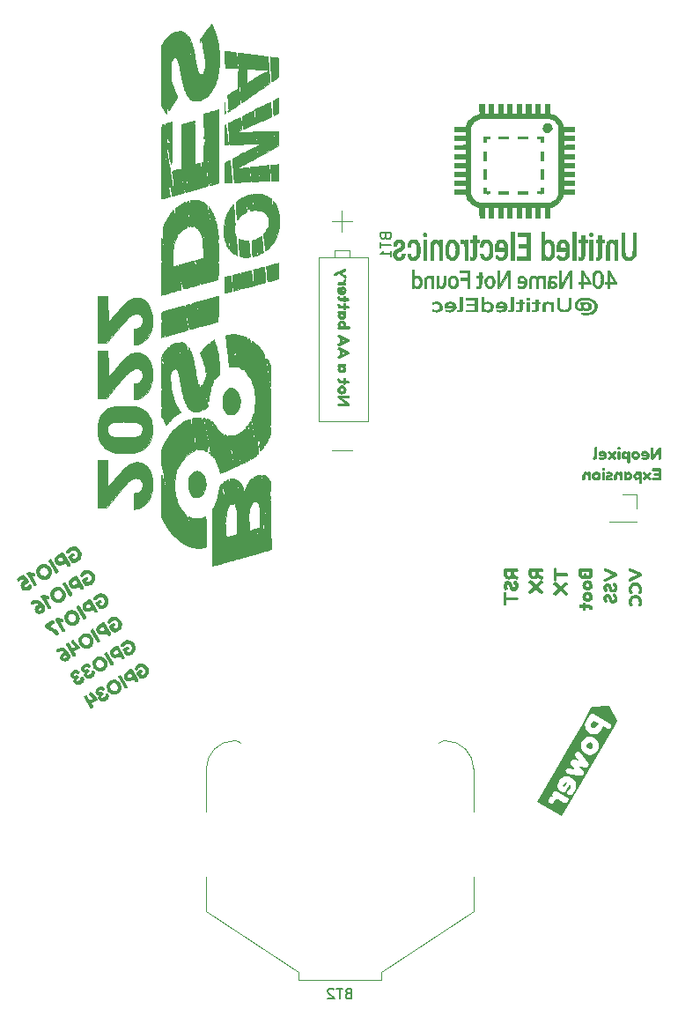
<source format=gbr>
%TF.GenerationSoftware,KiCad,Pcbnew,(6.99.0-1239-g6d82490b59-dirty)*%
%TF.CreationDate,2022-03-26T15:26:58-05:00*%
%TF.ProjectId,LayoutBottom,4c61796f-7574-4426-9f74-746f6d2e6b69,rev?*%
%TF.SameCoordinates,Original*%
%TF.FileFunction,Legend,Bot*%
%TF.FilePolarity,Positive*%
%FSLAX46Y46*%
G04 Gerber Fmt 4.6, Leading zero omitted, Abs format (unit mm)*
G04 Created by KiCad (PCBNEW (6.99.0-1239-g6d82490b59-dirty)) date 2022-03-26 15:26:58*
%MOMM*%
%LPD*%
G01*
G04 APERTURE LIST*
%ADD10C,0.150000*%
%ADD11C,0.010000*%
%ADD12C,0.120000*%
G04 APERTURE END LIST*
D10*
%TO.C,BT1*%
X145378571Y-83114285D02*
X145426190Y-83257142D01*
X145426190Y-83257142D02*
X145473809Y-83304761D01*
X145473809Y-83304761D02*
X145569047Y-83352380D01*
X145569047Y-83352380D02*
X145711904Y-83352380D01*
X145711904Y-83352380D02*
X145807142Y-83304761D01*
X145807142Y-83304761D02*
X145854761Y-83257142D01*
X145854761Y-83257142D02*
X145902380Y-83161904D01*
X145902380Y-83161904D02*
X145902380Y-82780952D01*
X145902380Y-82780952D02*
X144902380Y-82780952D01*
X144902380Y-82780952D02*
X144902380Y-83114285D01*
X144902380Y-83114285D02*
X144950000Y-83209523D01*
X144950000Y-83209523D02*
X144997619Y-83257142D01*
X144997619Y-83257142D02*
X145092857Y-83304761D01*
X145092857Y-83304761D02*
X145188095Y-83304761D01*
X145188095Y-83304761D02*
X145283333Y-83257142D01*
X145283333Y-83257142D02*
X145330952Y-83209523D01*
X145330952Y-83209523D02*
X145378571Y-83114285D01*
X145378571Y-83114285D02*
X145378571Y-82780952D01*
X144902380Y-83638095D02*
X144902380Y-84209523D01*
X145902380Y-83923809D02*
X144902380Y-83923809D01*
X145902380Y-85066666D02*
X145902380Y-84495238D01*
X145902380Y-84780952D02*
X144902380Y-84780952D01*
X144902380Y-84780952D02*
X145045238Y-84685714D01*
X145045238Y-84685714D02*
X145140476Y-84590476D01*
X145140476Y-84590476D02*
X145188095Y-84495238D01*
%TO.C,BT2*%
X141785714Y-155828571D02*
X141642857Y-155876190D01*
X141642857Y-155876190D02*
X141595238Y-155923809D01*
X141595238Y-155923809D02*
X141547619Y-156019047D01*
X141547619Y-156019047D02*
X141547619Y-156161904D01*
X141547619Y-156161904D02*
X141595238Y-156257142D01*
X141595238Y-156257142D02*
X141642857Y-156304761D01*
X141642857Y-156304761D02*
X141738095Y-156352380D01*
X141738095Y-156352380D02*
X142119047Y-156352380D01*
X142119047Y-156352380D02*
X142119047Y-155352380D01*
X142119047Y-155352380D02*
X141785714Y-155352380D01*
X141785714Y-155352380D02*
X141690476Y-155400000D01*
X141690476Y-155400000D02*
X141642857Y-155447619D01*
X141642857Y-155447619D02*
X141595238Y-155542857D01*
X141595238Y-155542857D02*
X141595238Y-155638095D01*
X141595238Y-155638095D02*
X141642857Y-155733333D01*
X141642857Y-155733333D02*
X141690476Y-155780952D01*
X141690476Y-155780952D02*
X141785714Y-155828571D01*
X141785714Y-155828571D02*
X142119047Y-155828571D01*
X141261904Y-155352380D02*
X140690476Y-155352380D01*
X140976190Y-156352380D02*
X140976190Y-155352380D01*
X140404761Y-155447619D02*
X140357142Y-155400000D01*
X140357142Y-155400000D02*
X140261904Y-155352380D01*
X140261904Y-155352380D02*
X140023809Y-155352380D01*
X140023809Y-155352380D02*
X139928571Y-155400000D01*
X139928571Y-155400000D02*
X139880952Y-155447619D01*
X139880952Y-155447619D02*
X139833333Y-155542857D01*
X139833333Y-155542857D02*
X139833333Y-155638095D01*
X139833333Y-155638095D02*
X139880952Y-155780952D01*
X139880952Y-155780952D02*
X140452380Y-156352380D01*
X140452380Y-156352380D02*
X139833333Y-156352380D01*
%TO.C,Ref\u002A\u002A*%
G36*
X165281334Y-85347833D02*
G01*
X164985000Y-85347833D01*
X164985000Y-83421666D01*
X165281334Y-83421666D01*
X165281334Y-85347833D01*
G37*
D11*
X165281334Y-85347833D02*
X164985000Y-85347833D01*
X164985000Y-83421666D01*
X165281334Y-83421666D01*
X165281334Y-85347833D01*
G36*
X163651500Y-85347833D02*
G01*
X163376334Y-85347833D01*
X163376334Y-82617333D01*
X163651500Y-82617333D01*
X163651500Y-85347833D01*
G37*
X163651500Y-85347833D02*
X163376334Y-85347833D01*
X163376334Y-82617333D01*
X163651500Y-82617333D01*
X163651500Y-85347833D01*
G36*
X160518834Y-77558500D02*
G01*
X160286000Y-77558500D01*
X160286000Y-76648333D01*
X160518834Y-76648333D01*
X160518834Y-77558500D01*
G37*
X160518834Y-77558500D02*
X160286000Y-77558500D01*
X160286000Y-76648333D01*
X160518834Y-76648333D01*
X160518834Y-77558500D01*
G36*
X160518834Y-75801666D02*
G01*
X160286000Y-75801666D01*
X160286000Y-74912666D01*
X160518834Y-74912666D01*
X160518834Y-75801666D01*
G37*
X160518834Y-75801666D02*
X160286000Y-75801666D01*
X160286000Y-74912666D01*
X160518834Y-74912666D01*
X160518834Y-75801666D01*
G36*
X159185334Y-90300833D02*
G01*
X158952500Y-90300833D01*
X158952500Y-89390666D01*
X159185334Y-89390666D01*
X159185334Y-90300833D01*
G37*
X159185334Y-90300833D02*
X158952500Y-90300833D01*
X158952500Y-89390666D01*
X159185334Y-89390666D01*
X159185334Y-90300833D01*
G36*
X159037167Y-78976666D02*
G01*
X158105834Y-78976666D01*
X158105834Y-78743833D01*
X159037167Y-78743833D01*
X159037167Y-78976666D01*
G37*
X159037167Y-78976666D02*
X158105834Y-78976666D01*
X158105834Y-78743833D01*
X159037167Y-78743833D01*
X159037167Y-78976666D01*
G36*
X159037167Y-73706166D02*
G01*
X158105834Y-73706166D01*
X158105834Y-73494500D01*
X159037167Y-73494500D01*
X159037167Y-73706166D01*
G37*
X159037167Y-73706166D02*
X158105834Y-73706166D01*
X158105834Y-73494500D01*
X159037167Y-73494500D01*
X159037167Y-73706166D01*
G36*
X157724834Y-85347833D02*
G01*
X157449667Y-85347833D01*
X157449667Y-82617333D01*
X157724834Y-82617333D01*
X157724834Y-85347833D01*
G37*
X157724834Y-85347833D02*
X157449667Y-85347833D01*
X157449667Y-82617333D01*
X157724834Y-82617333D01*
X157724834Y-85347833D01*
G36*
X157195667Y-78976666D02*
G01*
X156264334Y-78976666D01*
X156264334Y-78743833D01*
X157195667Y-78743833D01*
X157195667Y-78976666D01*
G37*
X157195667Y-78976666D02*
X156264334Y-78976666D01*
X156264334Y-78743833D01*
X157195667Y-78743833D01*
X157195667Y-78976666D01*
G36*
X157195667Y-73706166D02*
G01*
X156264334Y-73706166D01*
X156264334Y-73494500D01*
X157195667Y-73494500D01*
X157195667Y-73706166D01*
G37*
X157195667Y-73706166D02*
X156264334Y-73706166D01*
X156264334Y-73494500D01*
X157195667Y-73494500D01*
X157195667Y-73706166D01*
G36*
X155015500Y-77558500D02*
G01*
X154782667Y-77558500D01*
X154782667Y-76648333D01*
X155015500Y-76648333D01*
X155015500Y-77558500D01*
G37*
X155015500Y-77558500D02*
X154782667Y-77558500D01*
X154782667Y-76648333D01*
X155015500Y-76648333D01*
X155015500Y-77558500D01*
G36*
X155015500Y-75801666D02*
G01*
X154782667Y-75801666D01*
X154782667Y-74912666D01*
X155015500Y-74912666D01*
X155015500Y-75801666D01*
G37*
X155015500Y-75801666D02*
X154782667Y-75801666D01*
X154782667Y-74912666D01*
X155015500Y-74912666D01*
X155015500Y-75801666D01*
G36*
X149300500Y-85347833D02*
G01*
X149004167Y-85347833D01*
X149004167Y-83421666D01*
X149300500Y-83421666D01*
X149300500Y-85347833D01*
G37*
X149300500Y-85347833D02*
X149004167Y-85347833D01*
X149004167Y-83421666D01*
X149300500Y-83421666D01*
X149300500Y-85347833D01*
G36*
X160518834Y-74044833D02*
G01*
X160286000Y-74044833D01*
X160286000Y-73706166D01*
X159926167Y-73706166D01*
X159926167Y-73494500D01*
X160518834Y-73494500D01*
X160518834Y-74044833D01*
G37*
X160518834Y-74044833D02*
X160286000Y-74044833D01*
X160286000Y-73706166D01*
X159926167Y-73706166D01*
X159926167Y-73494500D01*
X160518834Y-73494500D01*
X160518834Y-74044833D01*
G36*
X155375334Y-73706166D02*
G01*
X155015500Y-73706166D01*
X155015500Y-74044833D01*
X154782667Y-74044833D01*
X154782667Y-73494500D01*
X155375334Y-73494500D01*
X155375334Y-73706166D01*
G37*
X155375334Y-73706166D02*
X155015500Y-73706166D01*
X155015500Y-74044833D01*
X154782667Y-74044833D01*
X154782667Y-73494500D01*
X155375334Y-73494500D01*
X155375334Y-73706166D01*
G36*
X159248834Y-85347833D02*
G01*
X158042334Y-85347833D01*
X158042334Y-85051500D01*
X158952500Y-85051500D01*
X158952500Y-84162500D01*
X158169334Y-84162500D01*
X158169334Y-83866166D01*
X158952500Y-83866166D01*
X158952500Y-83061833D01*
X158063500Y-83061833D01*
X158063500Y-82765500D01*
X159248834Y-82765500D01*
X159248834Y-85347833D01*
G37*
X159248834Y-85347833D02*
X158042334Y-85347833D01*
X158042334Y-85051500D01*
X158952500Y-85051500D01*
X158952500Y-84162500D01*
X158169334Y-84162500D01*
X158169334Y-83866166D01*
X158952500Y-83866166D01*
X158952500Y-83061833D01*
X158063500Y-83061833D01*
X158063500Y-82765500D01*
X159248834Y-82765500D01*
X159248834Y-85347833D01*
G36*
X154190000Y-90300833D02*
G01*
X153089334Y-90300833D01*
X153089334Y-90152666D01*
X153957167Y-90152666D01*
X153957167Y-89708166D01*
X153152834Y-89708166D01*
X153152834Y-89560000D01*
X153957167Y-89560000D01*
X153957167Y-89157833D01*
X153089334Y-89157833D01*
X153089334Y-89009666D01*
X154190000Y-89009666D01*
X154190000Y-90300833D01*
G37*
X154190000Y-90300833D02*
X153089334Y-90300833D01*
X153089334Y-90152666D01*
X153957167Y-90152666D01*
X153957167Y-89708166D01*
X153152834Y-89708166D01*
X153152834Y-89560000D01*
X153957167Y-89560000D01*
X153957167Y-89157833D01*
X153089334Y-89157833D01*
X153089334Y-89009666D01*
X154190000Y-89009666D01*
X154190000Y-90300833D01*
G36*
X152967625Y-86368704D02*
G01*
X153417417Y-86374416D01*
X153422952Y-87215791D01*
X153428486Y-88057166D01*
X153237500Y-88057166D01*
X153237500Y-87296241D01*
X152570750Y-87284583D01*
X152570750Y-87094083D01*
X153237500Y-87082425D01*
X153237500Y-86554333D01*
X152517834Y-86554333D01*
X152517834Y-86362991D01*
X152967625Y-86368704D01*
G37*
X152967625Y-86368704D02*
X153417417Y-86374416D01*
X153422952Y-87215791D01*
X153428486Y-88057166D01*
X153237500Y-88057166D01*
X153237500Y-87296241D01*
X152570750Y-87284583D01*
X152570750Y-87094083D01*
X153237500Y-87082425D01*
X153237500Y-86554333D01*
X152517834Y-86554333D01*
X152517834Y-86362991D01*
X152967625Y-86368704D01*
G36*
X157322667Y-88057166D02*
G01*
X157132762Y-88057166D01*
X157121584Y-86726408D01*
X156738405Y-87386495D01*
X156355226Y-88046583D01*
X156246280Y-88052981D01*
X156137334Y-88059378D01*
X156137334Y-86363833D01*
X156327247Y-86363833D01*
X156338417Y-87712451D01*
X156723006Y-87043433D01*
X157107594Y-86374416D01*
X157215131Y-86368018D01*
X157322667Y-86361621D01*
X157322667Y-88057166D01*
G37*
X157322667Y-88057166D02*
X157132762Y-88057166D01*
X157121584Y-86726408D01*
X156738405Y-87386495D01*
X156355226Y-88046583D01*
X156246280Y-88052981D01*
X156137334Y-88059378D01*
X156137334Y-86363833D01*
X156327247Y-86363833D01*
X156338417Y-87712451D01*
X156723006Y-87043433D01*
X157107594Y-86374416D01*
X157215131Y-86368018D01*
X157322667Y-86361621D01*
X157322667Y-88057166D01*
G36*
X155015500Y-78743833D02*
G01*
X155375334Y-78743833D01*
X155375334Y-78846138D01*
X155374548Y-78879847D01*
X155369262Y-78934917D01*
X155360637Y-78963141D01*
X155358986Y-78964133D01*
X155326900Y-78968918D01*
X155262372Y-78971987D01*
X155173803Y-78973086D01*
X155069595Y-78971960D01*
X154793250Y-78966083D01*
X154787344Y-78685625D01*
X154781438Y-78405166D01*
X155015500Y-78405166D01*
X155015500Y-78743833D01*
G37*
X155015500Y-78743833D02*
X155375334Y-78743833D01*
X155375334Y-78846138D01*
X155374548Y-78879847D01*
X155369262Y-78934917D01*
X155360637Y-78963141D01*
X155358986Y-78964133D01*
X155326900Y-78968918D01*
X155262372Y-78971987D01*
X155173803Y-78973086D01*
X155069595Y-78971960D01*
X154793250Y-78966083D01*
X154787344Y-78685625D01*
X154781438Y-78405166D01*
X155015500Y-78405166D01*
X155015500Y-78743833D01*
G36*
X163175250Y-86368745D02*
G01*
X163281084Y-86374416D01*
X163286618Y-87215791D01*
X163292153Y-88057166D01*
X163101754Y-88057166D01*
X163096169Y-87382450D01*
X163090584Y-86707733D01*
X162699787Y-87382450D01*
X162308991Y-88057166D01*
X162106334Y-88057166D01*
X162106334Y-86363833D01*
X162275089Y-86363833D01*
X162280670Y-87048253D01*
X162286250Y-87732674D01*
X162677834Y-87047874D01*
X163069417Y-86363074D01*
X163175250Y-86368745D01*
G37*
X163175250Y-86368745D02*
X163281084Y-86374416D01*
X163286618Y-87215791D01*
X163292153Y-88057166D01*
X163101754Y-88057166D01*
X163096169Y-87382450D01*
X163090584Y-86707733D01*
X162699787Y-87382450D01*
X162308991Y-88057166D01*
X162106334Y-88057166D01*
X162106334Y-86363833D01*
X162275089Y-86363833D01*
X162280670Y-87048253D01*
X162286250Y-87732674D01*
X162677834Y-87047874D01*
X163069417Y-86363074D01*
X163175250Y-86368745D01*
G36*
X159108382Y-88974976D02*
G01*
X159169891Y-88996929D01*
X159210477Y-89041691D01*
X159214143Y-89050187D01*
X159221316Y-89096631D01*
X159198432Y-89146382D01*
X159175683Y-89174531D01*
X159136036Y-89194952D01*
X159071710Y-89200166D01*
X159026822Y-89196922D01*
X158957727Y-89172166D01*
X158920343Y-89126173D01*
X158918833Y-89062687D01*
X158930036Y-89036478D01*
X158975283Y-88995698D01*
X159039122Y-88974881D01*
X159108382Y-88974976D01*
G37*
X159108382Y-88974976D02*
X159169891Y-88996929D01*
X159210477Y-89041691D01*
X159214143Y-89050187D01*
X159221316Y-89096631D01*
X159198432Y-89146382D01*
X159175683Y-89174531D01*
X159136036Y-89194952D01*
X159071710Y-89200166D01*
X159026822Y-89196922D01*
X158957727Y-89172166D01*
X158920343Y-89126173D01*
X158918833Y-89062687D01*
X158930036Y-89036478D01*
X158975283Y-88995698D01*
X159039122Y-88974881D01*
X159108382Y-88974976D01*
G36*
X160518834Y-78676805D02*
G01*
X160518812Y-78691617D01*
X160517441Y-78793277D01*
X160514248Y-78878078D01*
X160509668Y-78937530D01*
X160504137Y-78963141D01*
X160502486Y-78964133D01*
X160470400Y-78968918D01*
X160405872Y-78971987D01*
X160317303Y-78973086D01*
X160213095Y-78971960D01*
X159936750Y-78966083D01*
X159930353Y-78854958D01*
X159923955Y-78743833D01*
X160286000Y-78743833D01*
X160286000Y-78405166D01*
X160518834Y-78405166D01*
X160518834Y-78676805D01*
G37*
X160518834Y-78676805D02*
X160518812Y-78691617D01*
X160517441Y-78793277D01*
X160514248Y-78878078D01*
X160509668Y-78937530D01*
X160504137Y-78963141D01*
X160502486Y-78964133D01*
X160470400Y-78968918D01*
X160405872Y-78971987D01*
X160317303Y-78973086D01*
X160213095Y-78971960D01*
X159936750Y-78966083D01*
X159930353Y-78854958D01*
X159923955Y-78743833D01*
X160286000Y-78743833D01*
X160286000Y-78405166D01*
X160518834Y-78405166D01*
X160518834Y-78676805D01*
G36*
X165176064Y-82730010D02*
G01*
X165239000Y-82765500D01*
X165257535Y-82788763D01*
X165275997Y-82840989D01*
X165281334Y-82920969D01*
X165281082Y-82939374D01*
X165269106Y-83022121D01*
X165235577Y-83076055D01*
X165175500Y-83110105D01*
X165126107Y-83116107D01*
X165060589Y-83093762D01*
X165005938Y-83044106D01*
X164973951Y-82975045D01*
X164970255Y-82924127D01*
X164982956Y-82849927D01*
X165010948Y-82784364D01*
X165048804Y-82744170D01*
X165100263Y-82726599D01*
X165176064Y-82730010D01*
G37*
X165176064Y-82730010D02*
X165239000Y-82765500D01*
X165257535Y-82788763D01*
X165275997Y-82840989D01*
X165281334Y-82920969D01*
X165281082Y-82939374D01*
X165269106Y-83022121D01*
X165235577Y-83076055D01*
X165175500Y-83110105D01*
X165126107Y-83116107D01*
X165060589Y-83093762D01*
X165005938Y-83044106D01*
X164973951Y-82975045D01*
X164970255Y-82924127D01*
X164982956Y-82849927D01*
X165010948Y-82784364D01*
X165048804Y-82744170D01*
X165100263Y-82726599D01*
X165176064Y-82730010D01*
G36*
X149242706Y-82755680D02*
G01*
X149285123Y-82818394D01*
X149300500Y-82908466D01*
X149292876Y-82993634D01*
X149263120Y-83063642D01*
X149209158Y-83104018D01*
X149162872Y-83120337D01*
X149127868Y-83120157D01*
X149081581Y-83101832D01*
X149041213Y-83073256D01*
X148998762Y-83006520D01*
X148983000Y-82922202D01*
X148985595Y-82893731D01*
X149006284Y-82827338D01*
X149040405Y-82769223D01*
X149079199Y-82736315D01*
X149099051Y-82729670D01*
X149178824Y-82724660D01*
X149242706Y-82755680D01*
G37*
X149242706Y-82755680D02*
X149285123Y-82818394D01*
X149300500Y-82908466D01*
X149292876Y-82993634D01*
X149263120Y-83063642D01*
X149209158Y-83104018D01*
X149162872Y-83120337D01*
X149127868Y-83120157D01*
X149081581Y-83101832D01*
X149041213Y-83073256D01*
X148998762Y-83006520D01*
X148983000Y-82922202D01*
X148985595Y-82893731D01*
X149006284Y-82827338D01*
X149040405Y-82769223D01*
X149079199Y-82736315D01*
X149099051Y-82729670D01*
X149178824Y-82724660D01*
X149242706Y-82755680D01*
G36*
X161016393Y-72234200D02*
G01*
X161138795Y-72272270D01*
X161238803Y-72341996D01*
X161312095Y-72439150D01*
X161354351Y-72559506D01*
X161361247Y-72698837D01*
X161333599Y-72817803D01*
X161269513Y-72927834D01*
X161174990Y-73014292D01*
X161055441Y-73070603D01*
X161007385Y-73081905D01*
X160885610Y-73083960D01*
X160771721Y-73051185D01*
X160671352Y-72988992D01*
X160590137Y-72902788D01*
X160533708Y-72797986D01*
X160507699Y-72679993D01*
X160517743Y-72554221D01*
X160520663Y-72542553D01*
X160572033Y-72426602D01*
X160654798Y-72331439D01*
X160761112Y-72264001D01*
X160883128Y-72231224D01*
X161016393Y-72234200D01*
G37*
X161016393Y-72234200D02*
X161138795Y-72272270D01*
X161238803Y-72341996D01*
X161312095Y-72439150D01*
X161354351Y-72559506D01*
X161361247Y-72698837D01*
X161333599Y-72817803D01*
X161269513Y-72927834D01*
X161174990Y-73014292D01*
X161055441Y-73070603D01*
X161007385Y-73081905D01*
X160885610Y-73083960D01*
X160771721Y-73051185D01*
X160671352Y-72988992D01*
X160590137Y-72902788D01*
X160533708Y-72797986D01*
X160507699Y-72679993D01*
X160517743Y-72554221D01*
X160520663Y-72542553D01*
X160572033Y-72426602D01*
X160654798Y-72331439D01*
X160761112Y-72264001D01*
X160883128Y-72231224D01*
X161016393Y-72234200D01*
G36*
X152812075Y-83417298D02*
G01*
X152900097Y-83478242D01*
X152983500Y-83553592D01*
X152983500Y-83421666D01*
X153258667Y-83421666D01*
X153258667Y-85347833D01*
X152983500Y-85347833D01*
X152983500Y-84659073D01*
X152983492Y-84598650D01*
X152983266Y-84420358D01*
X152982528Y-84278126D01*
X152981007Y-84167115D01*
X152978433Y-84082484D01*
X152974537Y-84019395D01*
X152969046Y-83973008D01*
X152961693Y-83938483D01*
X152952205Y-83910980D01*
X152940313Y-83885659D01*
X152932956Y-83871898D01*
X152863797Y-83785113D01*
X152775414Y-83734621D01*
X152671292Y-83722537D01*
X152581334Y-83728888D01*
X152581334Y-83566120D01*
X152581396Y-83539661D01*
X152583328Y-83466272D01*
X152589740Y-83423093D01*
X152603008Y-83400616D01*
X152625507Y-83389332D01*
X152635568Y-83386521D01*
X152720078Y-83385487D01*
X152812075Y-83417298D01*
G37*
X152812075Y-83417298D02*
X152900097Y-83478242D01*
X152983500Y-83553592D01*
X152983500Y-83421666D01*
X153258667Y-83421666D01*
X153258667Y-85347833D01*
X152983500Y-85347833D01*
X152983500Y-84659073D01*
X152983492Y-84598650D01*
X152983266Y-84420358D01*
X152982528Y-84278126D01*
X152981007Y-84167115D01*
X152978433Y-84082484D01*
X152974537Y-84019395D01*
X152969046Y-83973008D01*
X152961693Y-83938483D01*
X152952205Y-83910980D01*
X152940313Y-83885659D01*
X152932956Y-83871898D01*
X152863797Y-83785113D01*
X152775414Y-83734621D01*
X152671292Y-83722537D01*
X152581334Y-83728888D01*
X152581334Y-83566120D01*
X152581396Y-83539661D01*
X152583328Y-83466272D01*
X152589740Y-83423093D01*
X152603008Y-83400616D01*
X152625507Y-83389332D01*
X152635568Y-83386521D01*
X152720078Y-83385487D01*
X152812075Y-83417298D01*
G36*
X152750667Y-89544706D02*
G01*
X152750577Y-89702623D01*
X152749757Y-89859787D01*
X152747364Y-89983143D01*
X152742553Y-90077368D01*
X152734481Y-90147140D01*
X152722304Y-90197135D01*
X152705177Y-90232032D01*
X152682257Y-90256508D01*
X152652699Y-90275240D01*
X152615660Y-90292906D01*
X152536003Y-90312741D01*
X152429313Y-90314046D01*
X152389867Y-90310836D01*
X152320930Y-90301541D01*
X152285393Y-90286954D01*
X152276926Y-90263098D01*
X152289196Y-90225994D01*
X152308646Y-90195182D01*
X152342861Y-90178044D01*
X152404070Y-90173833D01*
X152436548Y-90172833D01*
X152488781Y-90161159D01*
X152517089Y-90132891D01*
X152520545Y-90121358D01*
X152526890Y-90067600D01*
X152532021Y-89976245D01*
X152535824Y-89850480D01*
X152538188Y-89693494D01*
X152539000Y-89508474D01*
X152539000Y-88925000D01*
X152750667Y-88925000D01*
X152750667Y-89544706D01*
G37*
X152750667Y-89544706D02*
X152750577Y-89702623D01*
X152749757Y-89859787D01*
X152747364Y-89983143D01*
X152742553Y-90077368D01*
X152734481Y-90147140D01*
X152722304Y-90197135D01*
X152705177Y-90232032D01*
X152682257Y-90256508D01*
X152652699Y-90275240D01*
X152615660Y-90292906D01*
X152536003Y-90312741D01*
X152429313Y-90314046D01*
X152389867Y-90310836D01*
X152320930Y-90301541D01*
X152285393Y-90286954D01*
X152276926Y-90263098D01*
X152289196Y-90225994D01*
X152308646Y-90195182D01*
X152342861Y-90178044D01*
X152404070Y-90173833D01*
X152436548Y-90172833D01*
X152488781Y-90161159D01*
X152517089Y-90132891D01*
X152520545Y-90121358D01*
X152526890Y-90067600D01*
X152532021Y-89976245D01*
X152535824Y-89850480D01*
X152538188Y-89693494D01*
X152539000Y-89508474D01*
X152539000Y-88925000D01*
X152750667Y-88925000D01*
X152750667Y-89544706D01*
G36*
X157661334Y-89544706D02*
G01*
X157661244Y-89702674D01*
X157660424Y-89859817D01*
X157658032Y-89983155D01*
X157653222Y-90077367D01*
X157645150Y-90147130D01*
X157632973Y-90197123D01*
X157615846Y-90232024D01*
X157592926Y-90256513D01*
X157563367Y-90275266D01*
X157526326Y-90292963D01*
X157493738Y-90302214D01*
X157428729Y-90310244D01*
X157351384Y-90313409D01*
X157275297Y-90311687D01*
X157214064Y-90305058D01*
X157181279Y-90293500D01*
X157182639Y-90271936D01*
X157198272Y-90229485D01*
X157210194Y-90207317D01*
X157242865Y-90180556D01*
X157299606Y-90173509D01*
X157335365Y-90173408D01*
X157367260Y-90170791D01*
X157391901Y-90161257D01*
X157410287Y-90140380D01*
X157423420Y-90103733D01*
X157432300Y-90046891D01*
X157437928Y-89965427D01*
X157441304Y-89854916D01*
X157443430Y-89710930D01*
X157445305Y-89529044D01*
X157451526Y-88925000D01*
X157661334Y-88925000D01*
X157661334Y-89544706D01*
G37*
X157661334Y-89544706D02*
X157661244Y-89702674D01*
X157660424Y-89859817D01*
X157658032Y-89983155D01*
X157653222Y-90077367D01*
X157645150Y-90147130D01*
X157632973Y-90197123D01*
X157615846Y-90232024D01*
X157592926Y-90256513D01*
X157563367Y-90275266D01*
X157526326Y-90292963D01*
X157493738Y-90302214D01*
X157428729Y-90310244D01*
X157351384Y-90313409D01*
X157275297Y-90311687D01*
X157214064Y-90305058D01*
X157181279Y-90293500D01*
X157182639Y-90271936D01*
X157198272Y-90229485D01*
X157210194Y-90207317D01*
X157242865Y-90180556D01*
X157299606Y-90173509D01*
X157335365Y-90173408D01*
X157367260Y-90170791D01*
X157391901Y-90161257D01*
X157410287Y-90140380D01*
X157423420Y-90103733D01*
X157432300Y-90046891D01*
X157437928Y-89965427D01*
X157441304Y-89854916D01*
X157443430Y-89710930D01*
X157445305Y-89529044D01*
X157451526Y-88925000D01*
X157661334Y-88925000D01*
X157661334Y-89544706D01*
G36*
X149588716Y-86873773D02*
G01*
X149716858Y-86924696D01*
X149805132Y-86972803D01*
X149817803Y-86922318D01*
X149820477Y-86912943D01*
X149844118Y-86880553D01*
X149893570Y-86871833D01*
X149956667Y-86871833D01*
X149956667Y-88057166D01*
X149787334Y-88057166D01*
X149787334Y-87150452D01*
X149709867Y-87102575D01*
X149634079Y-87068010D01*
X149537382Y-87051698D01*
X149447250Y-87063399D01*
X149376287Y-87103094D01*
X149350881Y-87130260D01*
X149324914Y-87171448D01*
X149305912Y-87224901D01*
X149292871Y-87296624D01*
X149284784Y-87392621D01*
X149280646Y-87518897D01*
X149279452Y-87681458D01*
X149279334Y-88057166D01*
X149110000Y-88057166D01*
X149110465Y-87607375D01*
X149110820Y-87485895D01*
X149112178Y-87360418D01*
X149114985Y-87265992D01*
X149119712Y-87196241D01*
X149126833Y-87144785D01*
X149136818Y-87105248D01*
X149150140Y-87071252D01*
X149174634Y-87025392D01*
X149251945Y-86937147D01*
X149350541Y-86881477D01*
X149464704Y-86859859D01*
X149588716Y-86873773D01*
G37*
X149588716Y-86873773D02*
X149716858Y-86924696D01*
X149805132Y-86972803D01*
X149817803Y-86922318D01*
X149820477Y-86912943D01*
X149844118Y-86880553D01*
X149893570Y-86871833D01*
X149956667Y-86871833D01*
X149956667Y-88057166D01*
X149787334Y-88057166D01*
X149787334Y-87150452D01*
X149709867Y-87102575D01*
X149634079Y-87068010D01*
X149537382Y-87051698D01*
X149447250Y-87063399D01*
X149376287Y-87103094D01*
X149350881Y-87130260D01*
X149324914Y-87171448D01*
X149305912Y-87224901D01*
X149292871Y-87296624D01*
X149284784Y-87392621D01*
X149280646Y-87518897D01*
X149279452Y-87681458D01*
X149279334Y-88057166D01*
X149110000Y-88057166D01*
X149110465Y-87607375D01*
X149110820Y-87485895D01*
X149112178Y-87360418D01*
X149114985Y-87265992D01*
X149119712Y-87196241D01*
X149126833Y-87144785D01*
X149136818Y-87105248D01*
X149150140Y-87071252D01*
X149174634Y-87025392D01*
X149251945Y-86937147D01*
X149350541Y-86881477D01*
X149464704Y-86859859D01*
X149588716Y-86873773D01*
G36*
X154084167Y-83421666D02*
G01*
X154338167Y-83421666D01*
X154338167Y-83696833D01*
X154084167Y-83696833D01*
X154084167Y-84381591D01*
X154083958Y-84505298D01*
X154082353Y-84713616D01*
X154079150Y-84880501D01*
X154074329Y-85006526D01*
X154067873Y-85092268D01*
X154059763Y-85138299D01*
X154026897Y-85214874D01*
X153962815Y-85304497D01*
X153885280Y-85359911D01*
X153829001Y-85379436D01*
X153739619Y-85387359D01*
X153634375Y-85367887D01*
X153555000Y-85345843D01*
X153555000Y-85067127D01*
X153628499Y-85079054D01*
X153692926Y-85080014D01*
X153750208Y-85051968D01*
X153758955Y-85044684D01*
X153770693Y-85032094D01*
X153779919Y-85014328D01*
X153786994Y-84986741D01*
X153792281Y-84944688D01*
X153796142Y-84883526D01*
X153798940Y-84798610D01*
X153801037Y-84685295D01*
X153802794Y-84538938D01*
X153804575Y-84354893D01*
X153810733Y-83696833D01*
X153555000Y-83696833D01*
X153555000Y-83421666D01*
X153809000Y-83421666D01*
X153809000Y-82956000D01*
X154084167Y-82956000D01*
X154084167Y-83421666D01*
G37*
X154084167Y-83421666D02*
X154338167Y-83421666D01*
X154338167Y-83696833D01*
X154084167Y-83696833D01*
X154084167Y-84381591D01*
X154083958Y-84505298D01*
X154082353Y-84713616D01*
X154079150Y-84880501D01*
X154074329Y-85006526D01*
X154067873Y-85092268D01*
X154059763Y-85138299D01*
X154026897Y-85214874D01*
X153962815Y-85304497D01*
X153885280Y-85359911D01*
X153829001Y-85379436D01*
X153739619Y-85387359D01*
X153634375Y-85367887D01*
X153555000Y-85345843D01*
X153555000Y-85067127D01*
X153628499Y-85079054D01*
X153692926Y-85080014D01*
X153750208Y-85051968D01*
X153758955Y-85044684D01*
X153770693Y-85032094D01*
X153779919Y-85014328D01*
X153786994Y-84986741D01*
X153792281Y-84944688D01*
X153796142Y-84883526D01*
X153798940Y-84798610D01*
X153801037Y-84685295D01*
X153802794Y-84538938D01*
X153804575Y-84354893D01*
X153810733Y-83696833D01*
X153555000Y-83696833D01*
X153555000Y-83421666D01*
X153809000Y-83421666D01*
X153809000Y-82956000D01*
X154084167Y-82956000D01*
X154084167Y-83421666D01*
G36*
X164498167Y-83421666D02*
G01*
X164752167Y-83421666D01*
X164752167Y-83696833D01*
X164498167Y-83696833D01*
X164498049Y-84368875D01*
X164497996Y-84415578D01*
X164496962Y-84590966D01*
X164494722Y-84749891D01*
X164491424Y-84887180D01*
X164487216Y-84997658D01*
X164482246Y-85076152D01*
X164476661Y-85117489D01*
X164471300Y-85135427D01*
X164424614Y-85237532D01*
X164360303Y-85316393D01*
X164285768Y-85362513D01*
X164208254Y-85383689D01*
X164135056Y-85386005D01*
X164048375Y-85367887D01*
X163969000Y-85345843D01*
X163969000Y-85067127D01*
X164042499Y-85079054D01*
X164106926Y-85080014D01*
X164164208Y-85051968D01*
X164172955Y-85044684D01*
X164184693Y-85032094D01*
X164193919Y-85014328D01*
X164200994Y-84986741D01*
X164206281Y-84944688D01*
X164210142Y-84883526D01*
X164212940Y-84798610D01*
X164215037Y-84685295D01*
X164216794Y-84538938D01*
X164218575Y-84354893D01*
X164224733Y-83696833D01*
X163969000Y-83696833D01*
X163969000Y-83421666D01*
X164223000Y-83421666D01*
X164223000Y-82956000D01*
X164498167Y-82956000D01*
X164498167Y-83421666D01*
G37*
X164498167Y-83421666D02*
X164752167Y-83421666D01*
X164752167Y-83696833D01*
X164498167Y-83696833D01*
X164498049Y-84368875D01*
X164497996Y-84415578D01*
X164496962Y-84590966D01*
X164494722Y-84749891D01*
X164491424Y-84887180D01*
X164487216Y-84997658D01*
X164482246Y-85076152D01*
X164476661Y-85117489D01*
X164471300Y-85135427D01*
X164424614Y-85237532D01*
X164360303Y-85316393D01*
X164285768Y-85362513D01*
X164208254Y-85383689D01*
X164135056Y-85386005D01*
X164048375Y-85367887D01*
X163969000Y-85345843D01*
X163969000Y-85067127D01*
X164042499Y-85079054D01*
X164106926Y-85080014D01*
X164164208Y-85051968D01*
X164172955Y-85044684D01*
X164184693Y-85032094D01*
X164193919Y-85014328D01*
X164200994Y-84986741D01*
X164206281Y-84944688D01*
X164210142Y-84883526D01*
X164212940Y-84798610D01*
X164215037Y-84685295D01*
X164216794Y-84538938D01*
X164218575Y-84354893D01*
X164224733Y-83696833D01*
X163969000Y-83696833D01*
X163969000Y-83421666D01*
X164223000Y-83421666D01*
X164223000Y-82956000D01*
X164498167Y-82956000D01*
X164498167Y-83421666D01*
G36*
X161060955Y-89389811D02*
G01*
X161192255Y-89420245D01*
X161247402Y-89438251D01*
X161289007Y-89447333D01*
X161312773Y-89442141D01*
X161330772Y-89422909D01*
X161363585Y-89399147D01*
X161429935Y-89394292D01*
X161503084Y-89401250D01*
X161508796Y-89851041D01*
X161514509Y-90300833D01*
X161280834Y-90300833D01*
X161280834Y-89601285D01*
X161222625Y-89579121D01*
X161170331Y-89561447D01*
X161042286Y-89535703D01*
X160921627Y-89534426D01*
X160817729Y-89557144D01*
X160739964Y-89603385D01*
X160727228Y-89615777D01*
X160711120Y-89636175D01*
X160700186Y-89662841D01*
X160693426Y-89702987D01*
X160689837Y-89763827D01*
X160688418Y-89852573D01*
X160688167Y-89976439D01*
X160688167Y-90300833D01*
X160452485Y-90300833D01*
X160459201Y-89953055D01*
X160460057Y-89911204D01*
X160464377Y-89775598D01*
X160472289Y-89673783D01*
X160486353Y-89598984D01*
X160509133Y-89544431D01*
X160543191Y-89503351D01*
X160591089Y-89468972D01*
X160655389Y-89434521D01*
X160670835Y-89427274D01*
X160785636Y-89393713D01*
X160920546Y-89381096D01*
X161060955Y-89389811D01*
G37*
X161060955Y-89389811D02*
X161192255Y-89420245D01*
X161247402Y-89438251D01*
X161289007Y-89447333D01*
X161312773Y-89442141D01*
X161330772Y-89422909D01*
X161363585Y-89399147D01*
X161429935Y-89394292D01*
X161503084Y-89401250D01*
X161508796Y-89851041D01*
X161514509Y-90300833D01*
X161280834Y-90300833D01*
X161280834Y-89601285D01*
X161222625Y-89579121D01*
X161170331Y-89561447D01*
X161042286Y-89535703D01*
X160921627Y-89534426D01*
X160817729Y-89557144D01*
X160739964Y-89603385D01*
X160727228Y-89615777D01*
X160711120Y-89636175D01*
X160700186Y-89662841D01*
X160693426Y-89702987D01*
X160689837Y-89763827D01*
X160688418Y-89852573D01*
X160688167Y-89976439D01*
X160688167Y-90300833D01*
X160452485Y-90300833D01*
X160459201Y-89953055D01*
X160460057Y-89911204D01*
X160464377Y-89775598D01*
X160472289Y-89673783D01*
X160486353Y-89598984D01*
X160509133Y-89544431D01*
X160543191Y-89503351D01*
X160591089Y-89468972D01*
X160655389Y-89434521D01*
X160670835Y-89427274D01*
X160785636Y-89393713D01*
X160920546Y-89381096D01*
X161060955Y-89389811D01*
G36*
X150464667Y-87799713D02*
G01*
X150538089Y-87845091D01*
X150576733Y-87865389D01*
X150674233Y-87890232D01*
X150769659Y-87882498D01*
X150852840Y-87844039D01*
X150913604Y-87776708D01*
X150920875Y-87756660D01*
X150930534Y-87697910D01*
X150938158Y-87603847D01*
X150943918Y-87472140D01*
X150947980Y-87300458D01*
X150955263Y-86871833D01*
X151120834Y-86871833D01*
X151120834Y-87333015D01*
X151120769Y-87427218D01*
X151120130Y-87557718D01*
X151118353Y-87656030D01*
X151114889Y-87728545D01*
X151109191Y-87781655D01*
X151100710Y-87821752D01*
X151088899Y-87855226D01*
X151073209Y-87888469D01*
X151058422Y-87914505D01*
X151007767Y-87981369D01*
X150953662Y-88030537D01*
X150880895Y-88063747D01*
X150772071Y-88079817D01*
X150655015Y-88068053D01*
X150542779Y-88028519D01*
X150496028Y-88005446D01*
X150459609Y-87991868D01*
X150441797Y-87996371D01*
X150431932Y-88017935D01*
X150430832Y-88021114D01*
X150403930Y-88048837D01*
X150346489Y-88057166D01*
X150273498Y-88057166D01*
X150284750Y-86882416D01*
X150374709Y-86875907D01*
X150464667Y-86869399D01*
X150464667Y-87799713D01*
G37*
X150464667Y-87799713D02*
X150538089Y-87845091D01*
X150576733Y-87865389D01*
X150674233Y-87890232D01*
X150769659Y-87882498D01*
X150852840Y-87844039D01*
X150913604Y-87776708D01*
X150920875Y-87756660D01*
X150930534Y-87697910D01*
X150938158Y-87603847D01*
X150943918Y-87472140D01*
X150947980Y-87300458D01*
X150955263Y-86871833D01*
X151120834Y-86871833D01*
X151120834Y-87333015D01*
X151120769Y-87427218D01*
X151120130Y-87557718D01*
X151118353Y-87656030D01*
X151114889Y-87728545D01*
X151109191Y-87781655D01*
X151100710Y-87821752D01*
X151088899Y-87855226D01*
X151073209Y-87888469D01*
X151058422Y-87914505D01*
X151007767Y-87981369D01*
X150953662Y-88030537D01*
X150880895Y-88063747D01*
X150772071Y-88079817D01*
X150655015Y-88068053D01*
X150542779Y-88028519D01*
X150496028Y-88005446D01*
X150459609Y-87991868D01*
X150441797Y-87996371D01*
X150431932Y-88017935D01*
X150430832Y-88021114D01*
X150403930Y-88048837D01*
X150346489Y-88057166D01*
X150273498Y-88057166D01*
X150284750Y-86882416D01*
X150374709Y-86875907D01*
X150464667Y-86869399D01*
X150464667Y-87799713D01*
G36*
X166128000Y-83421666D02*
G01*
X166382000Y-83421666D01*
X166382000Y-83696833D01*
X166128000Y-83696833D01*
X166128000Y-84330791D01*
X166127397Y-84491619D01*
X166125312Y-84660728D01*
X166121894Y-84808437D01*
X166117303Y-84929516D01*
X166111700Y-85018731D01*
X166105246Y-85070851D01*
X166068906Y-85183278D01*
X166003619Y-85285429D01*
X165915912Y-85354204D01*
X165893394Y-85364854D01*
X165823757Y-85382560D01*
X165737633Y-85379393D01*
X165701581Y-85374445D01*
X165645475Y-85364462D01*
X165615925Y-85355897D01*
X165607782Y-85334423D01*
X165601313Y-85281576D01*
X165598834Y-85210122D01*
X165598834Y-85074909D01*
X165685722Y-85078374D01*
X165697049Y-85078821D01*
X165733740Y-85079079D01*
X165763073Y-85074031D01*
X165785873Y-85059564D01*
X165802961Y-85031563D01*
X165815162Y-84985915D01*
X165823299Y-84918504D01*
X165828195Y-84825216D01*
X165830673Y-84701938D01*
X165831556Y-84544556D01*
X165831667Y-84348954D01*
X165831667Y-83696833D01*
X165598834Y-83696833D01*
X165598834Y-83421666D01*
X165831667Y-83421666D01*
X165831667Y-82956000D01*
X166128000Y-82956000D01*
X166128000Y-83421666D01*
G37*
X166128000Y-83421666D02*
X166382000Y-83421666D01*
X166382000Y-83696833D01*
X166128000Y-83696833D01*
X166128000Y-84330791D01*
X166127397Y-84491619D01*
X166125312Y-84660728D01*
X166121894Y-84808437D01*
X166117303Y-84929516D01*
X166111700Y-85018731D01*
X166105246Y-85070851D01*
X166068906Y-85183278D01*
X166003619Y-85285429D01*
X165915912Y-85354204D01*
X165893394Y-85364854D01*
X165823757Y-85382560D01*
X165737633Y-85379393D01*
X165701581Y-85374445D01*
X165645475Y-85364462D01*
X165615925Y-85355897D01*
X165607782Y-85334423D01*
X165601313Y-85281576D01*
X165598834Y-85210122D01*
X165598834Y-85074909D01*
X165685722Y-85078374D01*
X165697049Y-85078821D01*
X165733740Y-85079079D01*
X165763073Y-85074031D01*
X165785873Y-85059564D01*
X165802961Y-85031563D01*
X165815162Y-84985915D01*
X165823299Y-84918504D01*
X165828195Y-84825216D01*
X165830673Y-84701938D01*
X165831556Y-84544556D01*
X165831667Y-84348954D01*
X165831667Y-83696833D01*
X165598834Y-83696833D01*
X165598834Y-83421666D01*
X165831667Y-83421666D01*
X165831667Y-82956000D01*
X166128000Y-82956000D01*
X166128000Y-83421666D01*
G36*
X160032000Y-89390666D02*
G01*
X160116667Y-89390666D01*
X160141650Y-89390832D01*
X160182944Y-89396237D01*
X160198771Y-89417317D01*
X160201334Y-89464750D01*
X160201145Y-89486610D01*
X160194967Y-89522742D01*
X160170876Y-89536590D01*
X160116667Y-89538833D01*
X160032000Y-89538833D01*
X160032000Y-90149410D01*
X159969122Y-90212288D01*
X159960807Y-90220170D01*
X159895336Y-90266770D01*
X159826247Y-90297698D01*
X159792949Y-90304559D01*
X159718841Y-90311054D01*
X159634767Y-90311320D01*
X159553756Y-90305950D01*
X159488840Y-90295540D01*
X159453050Y-90280683D01*
X159443568Y-90261219D01*
X159454845Y-90209542D01*
X159466252Y-90188141D01*
X159487819Y-90170362D01*
X159526431Y-90165226D01*
X159594556Y-90169128D01*
X159634369Y-90171918D01*
X159690465Y-90170406D01*
X159728934Y-90155960D01*
X159765885Y-90124372D01*
X159786846Y-90101916D01*
X159802708Y-90076738D01*
X159812561Y-90042785D01*
X159817831Y-89991667D01*
X159819946Y-89914994D01*
X159820334Y-89804378D01*
X159820334Y-89538833D01*
X159481667Y-89538833D01*
X159481667Y-89390666D01*
X159820334Y-89390666D01*
X159820334Y-89136666D01*
X160032000Y-89136666D01*
X160032000Y-89390666D01*
G37*
X160032000Y-89390666D02*
X160116667Y-89390666D01*
X160141650Y-89390832D01*
X160182944Y-89396237D01*
X160198771Y-89417317D01*
X160201334Y-89464750D01*
X160201145Y-89486610D01*
X160194967Y-89522742D01*
X160170876Y-89536590D01*
X160116667Y-89538833D01*
X160032000Y-89538833D01*
X160032000Y-90149410D01*
X159969122Y-90212288D01*
X159960807Y-90220170D01*
X159895336Y-90266770D01*
X159826247Y-90297698D01*
X159792949Y-90304559D01*
X159718841Y-90311054D01*
X159634767Y-90311320D01*
X159553756Y-90305950D01*
X159488840Y-90295540D01*
X159453050Y-90280683D01*
X159443568Y-90261219D01*
X159454845Y-90209542D01*
X159466252Y-90188141D01*
X159487819Y-90170362D01*
X159526431Y-90165226D01*
X159594556Y-90169128D01*
X159634369Y-90171918D01*
X159690465Y-90170406D01*
X159728934Y-90155960D01*
X159765885Y-90124372D01*
X159786846Y-90101916D01*
X159802708Y-90076738D01*
X159812561Y-90042785D01*
X159817831Y-89991667D01*
X159819946Y-89914994D01*
X159820334Y-89804378D01*
X159820334Y-89538833D01*
X159481667Y-89538833D01*
X159481667Y-89390666D01*
X159820334Y-89390666D01*
X159820334Y-89136666D01*
X160032000Y-89136666D01*
X160032000Y-89390666D01*
G36*
X167575158Y-87559286D02*
G01*
X167585270Y-87596791D01*
X167592947Y-87676166D01*
X166890000Y-87676166D01*
X166890000Y-88078333D01*
X166699500Y-88078333D01*
X166699500Y-87676166D01*
X166445500Y-87676166D01*
X166445500Y-87485666D01*
X166699500Y-87485666D01*
X166890000Y-87485666D01*
X167122834Y-87485666D01*
X167203621Y-87485118D01*
X167282395Y-87483265D01*
X167335925Y-87480413D01*
X167355667Y-87476884D01*
X167355639Y-87476704D01*
X167344410Y-87455339D01*
X167315496Y-87404543D01*
X167272772Y-87330869D01*
X167220113Y-87240871D01*
X167161394Y-87141101D01*
X167100490Y-87038114D01*
X167041275Y-86938461D01*
X166987625Y-86848697D01*
X166943415Y-86775373D01*
X166912519Y-86725045D01*
X166898813Y-86704263D01*
X166898719Y-86704192D01*
X166895968Y-86722672D01*
X166893575Y-86776913D01*
X166891686Y-86860551D01*
X166890446Y-86967220D01*
X166890000Y-87090555D01*
X166890000Y-87485666D01*
X166699500Y-87485666D01*
X166699500Y-86363833D01*
X166789459Y-86364515D01*
X166879417Y-86365198D01*
X167228506Y-86941307D01*
X167258853Y-86991486D01*
X167362198Y-87164295D01*
X167444106Y-87304916D01*
X167505971Y-87415913D01*
X167537367Y-87476884D01*
X167549191Y-87499848D01*
X167575158Y-87559286D01*
G37*
X167575158Y-87559286D02*
X167585270Y-87596791D01*
X167592947Y-87676166D01*
X166890000Y-87676166D01*
X166890000Y-88078333D01*
X166699500Y-88078333D01*
X166699500Y-87676166D01*
X166445500Y-87676166D01*
X166445500Y-87485666D01*
X166699500Y-87485666D01*
X166890000Y-87485666D01*
X167122834Y-87485666D01*
X167203621Y-87485118D01*
X167282395Y-87483265D01*
X167335925Y-87480413D01*
X167355667Y-87476884D01*
X167355639Y-87476704D01*
X167344410Y-87455339D01*
X167315496Y-87404543D01*
X167272772Y-87330869D01*
X167220113Y-87240871D01*
X167161394Y-87141101D01*
X167100490Y-87038114D01*
X167041275Y-86938461D01*
X166987625Y-86848697D01*
X166943415Y-86775373D01*
X166912519Y-86725045D01*
X166898813Y-86704263D01*
X166898719Y-86704192D01*
X166895968Y-86722672D01*
X166893575Y-86776913D01*
X166891686Y-86860551D01*
X166890446Y-86967220D01*
X166890000Y-87090555D01*
X166890000Y-87485666D01*
X166699500Y-87485666D01*
X166699500Y-86363833D01*
X166789459Y-86364515D01*
X166879417Y-86365198D01*
X167228506Y-86941307D01*
X167258853Y-86991486D01*
X167362198Y-87164295D01*
X167444106Y-87304916D01*
X167505971Y-87415913D01*
X167537367Y-87476884D01*
X167549191Y-87499848D01*
X167575158Y-87559286D01*
G36*
X165094556Y-87569914D02*
G01*
X165108132Y-87607375D01*
X165116632Y-87676166D01*
X164392334Y-87676166D01*
X164392334Y-88078333D01*
X164201834Y-88078333D01*
X164201834Y-87676166D01*
X163947834Y-87676166D01*
X163947834Y-87485666D01*
X164201834Y-87485666D01*
X164392334Y-87485666D01*
X164627432Y-87485666D01*
X164639978Y-87485661D01*
X164738556Y-87484890D01*
X164802138Y-87482085D01*
X164837361Y-87476213D01*
X164850863Y-87466241D01*
X164849279Y-87451137D01*
X164847654Y-87447443D01*
X164828368Y-87411355D01*
X164792402Y-87348100D01*
X164743974Y-87264761D01*
X164687304Y-87168423D01*
X164626610Y-87066170D01*
X164566110Y-86965087D01*
X164510023Y-86872258D01*
X164462567Y-86794768D01*
X164427961Y-86739701D01*
X164410424Y-86714141D01*
X164410324Y-86714036D01*
X164404600Y-86728174D01*
X164399657Y-86778685D01*
X164395777Y-86859708D01*
X164393242Y-86965383D01*
X164392334Y-87089850D01*
X164392334Y-87485666D01*
X164201834Y-87485666D01*
X164201834Y-86363833D01*
X164383212Y-86363833D01*
X164741422Y-86951208D01*
X164753226Y-86970586D01*
X164851410Y-87133682D01*
X164936598Y-87278675D01*
X165006827Y-87402052D01*
X165041654Y-87466241D01*
X165060134Y-87500303D01*
X165094556Y-87569914D01*
G37*
X165094556Y-87569914D02*
X165108132Y-87607375D01*
X165116632Y-87676166D01*
X164392334Y-87676166D01*
X164392334Y-88078333D01*
X164201834Y-88078333D01*
X164201834Y-87676166D01*
X163947834Y-87676166D01*
X163947834Y-87485666D01*
X164201834Y-87485666D01*
X164392334Y-87485666D01*
X164627432Y-87485666D01*
X164639978Y-87485661D01*
X164738556Y-87484890D01*
X164802138Y-87482085D01*
X164837361Y-87476213D01*
X164850863Y-87466241D01*
X164849279Y-87451137D01*
X164847654Y-87447443D01*
X164828368Y-87411355D01*
X164792402Y-87348100D01*
X164743974Y-87264761D01*
X164687304Y-87168423D01*
X164626610Y-87066170D01*
X164566110Y-86965087D01*
X164510023Y-86872258D01*
X164462567Y-86794768D01*
X164427961Y-86739701D01*
X164410424Y-86714141D01*
X164410324Y-86714036D01*
X164404600Y-86728174D01*
X164399657Y-86778685D01*
X164395777Y-86859708D01*
X164393242Y-86965383D01*
X164392334Y-87089850D01*
X164392334Y-87485666D01*
X164201834Y-87485666D01*
X164201834Y-86363833D01*
X164383212Y-86363833D01*
X164741422Y-86951208D01*
X164753226Y-86970586D01*
X164851410Y-87133682D01*
X164936598Y-87278675D01*
X165006827Y-87402052D01*
X165041654Y-87466241D01*
X165060134Y-87500303D01*
X165094556Y-87569914D01*
G36*
X158508000Y-89390666D02*
G01*
X158592667Y-89390666D01*
X158617650Y-89390832D01*
X158658944Y-89396237D01*
X158674771Y-89417317D01*
X158677334Y-89464750D01*
X158677145Y-89486610D01*
X158670967Y-89522742D01*
X158646876Y-89536590D01*
X158592667Y-89538833D01*
X158508000Y-89538833D01*
X158508000Y-89842895D01*
X158507347Y-89941690D01*
X158502719Y-90055302D01*
X158491247Y-90137819D01*
X158470159Y-90195886D01*
X158436680Y-90236150D01*
X158388035Y-90265255D01*
X158321452Y-90289849D01*
X158286078Y-90298737D01*
X158207690Y-90309043D01*
X158120374Y-90312472D01*
X158036837Y-90309231D01*
X157969784Y-90299523D01*
X157931923Y-90283555D01*
X157924886Y-90258370D01*
X157933898Y-90212429D01*
X157944130Y-90189397D01*
X157963866Y-90170520D01*
X158000654Y-90164998D01*
X158066976Y-90168730D01*
X158067622Y-90168783D01*
X158142234Y-90170971D01*
X158193224Y-90159977D01*
X158238125Y-90132044D01*
X158244035Y-90127366D01*
X158266042Y-90107913D01*
X158280805Y-90085838D01*
X158289769Y-90053197D01*
X158294380Y-90002049D01*
X158296087Y-89924452D01*
X158296334Y-89812463D01*
X158296334Y-89538833D01*
X157957667Y-89538833D01*
X157957667Y-89390666D01*
X158296334Y-89390666D01*
X158296334Y-89136666D01*
X158508000Y-89136666D01*
X158508000Y-89390666D01*
G37*
X158508000Y-89390666D02*
X158592667Y-89390666D01*
X158617650Y-89390832D01*
X158658944Y-89396237D01*
X158674771Y-89417317D01*
X158677334Y-89464750D01*
X158677145Y-89486610D01*
X158670967Y-89522742D01*
X158646876Y-89536590D01*
X158592667Y-89538833D01*
X158508000Y-89538833D01*
X158508000Y-89842895D01*
X158507347Y-89941690D01*
X158502719Y-90055302D01*
X158491247Y-90137819D01*
X158470159Y-90195886D01*
X158436680Y-90236150D01*
X158388035Y-90265255D01*
X158321452Y-90289849D01*
X158286078Y-90298737D01*
X158207690Y-90309043D01*
X158120374Y-90312472D01*
X158036837Y-90309231D01*
X157969784Y-90299523D01*
X157931923Y-90283555D01*
X157924886Y-90258370D01*
X157933898Y-90212429D01*
X157944130Y-90189397D01*
X157963866Y-90170520D01*
X158000654Y-90164998D01*
X158066976Y-90168730D01*
X158067622Y-90168783D01*
X158142234Y-90170971D01*
X158193224Y-90159977D01*
X158238125Y-90132044D01*
X158244035Y-90127366D01*
X158266042Y-90107913D01*
X158280805Y-90085838D01*
X158289769Y-90053197D01*
X158294380Y-90002049D01*
X158296087Y-89924452D01*
X158296334Y-89812463D01*
X158296334Y-89538833D01*
X157957667Y-89538833D01*
X157957667Y-89390666D01*
X158296334Y-89390666D01*
X158296334Y-89136666D01*
X158508000Y-89136666D01*
X158508000Y-89390666D01*
G36*
X154592167Y-86871833D02*
G01*
X154655667Y-86871833D01*
X154679623Y-86872371D01*
X154706698Y-86880771D01*
X154717326Y-86908512D01*
X154719167Y-86967083D01*
X154718824Y-87002050D01*
X154713339Y-87043194D01*
X154695207Y-87059461D01*
X154656925Y-87062333D01*
X154594683Y-87062333D01*
X154588133Y-87473600D01*
X154585710Y-87600309D01*
X154581104Y-87728051D01*
X154573148Y-87824198D01*
X154560077Y-87894756D01*
X154540124Y-87945733D01*
X154511526Y-87983138D01*
X154472516Y-88012977D01*
X154421329Y-88041258D01*
X154343951Y-88070570D01*
X154262389Y-88075538D01*
X154162521Y-88055771D01*
X154121134Y-88042140D01*
X154093947Y-88021790D01*
X154093729Y-87992389D01*
X154100667Y-87967837D01*
X154116795Y-87910729D01*
X154121726Y-87896851D01*
X154142819Y-87879957D01*
X154187271Y-87887050D01*
X154224365Y-87892317D01*
X154292655Y-87882595D01*
X154352797Y-87854576D01*
X154387916Y-87814372D01*
X154391286Y-87794643D01*
X154395417Y-87736459D01*
X154398707Y-87649471D01*
X154400882Y-87541516D01*
X154401667Y-87420435D01*
X154401667Y-87062333D01*
X154124066Y-87062333D01*
X154130575Y-86972375D01*
X154137084Y-86882416D01*
X154269375Y-86876114D01*
X154401667Y-86869813D01*
X154401667Y-86533166D01*
X154592167Y-86533166D01*
X154592167Y-86871833D01*
G37*
X154592167Y-86871833D02*
X154655667Y-86871833D01*
X154679623Y-86872371D01*
X154706698Y-86880771D01*
X154717326Y-86908512D01*
X154719167Y-86967083D01*
X154718824Y-87002050D01*
X154713339Y-87043194D01*
X154695207Y-87059461D01*
X154656925Y-87062333D01*
X154594683Y-87062333D01*
X154588133Y-87473600D01*
X154585710Y-87600309D01*
X154581104Y-87728051D01*
X154573148Y-87824198D01*
X154560077Y-87894756D01*
X154540124Y-87945733D01*
X154511526Y-87983138D01*
X154472516Y-88012977D01*
X154421329Y-88041258D01*
X154343951Y-88070570D01*
X154262389Y-88075538D01*
X154162521Y-88055771D01*
X154121134Y-88042140D01*
X154093947Y-88021790D01*
X154093729Y-87992389D01*
X154100667Y-87967837D01*
X154116795Y-87910729D01*
X154121726Y-87896851D01*
X154142819Y-87879957D01*
X154187271Y-87887050D01*
X154224365Y-87892317D01*
X154292655Y-87882595D01*
X154352797Y-87854576D01*
X154387916Y-87814372D01*
X154391286Y-87794643D01*
X154395417Y-87736459D01*
X154398707Y-87649471D01*
X154400882Y-87541516D01*
X154401667Y-87420435D01*
X154401667Y-87062333D01*
X154124066Y-87062333D01*
X154130575Y-86972375D01*
X154137084Y-86882416D01*
X154269375Y-86876114D01*
X154401667Y-86869813D01*
X154401667Y-86533166D01*
X154592167Y-86533166D01*
X154592167Y-86871833D01*
G36*
X167105765Y-83391939D02*
G01*
X167224262Y-83429315D01*
X167333614Y-83499902D01*
X167363874Y-83525341D01*
X167399473Y-83551126D01*
X167415464Y-83552089D01*
X167419167Y-83530880D01*
X167424054Y-83475144D01*
X167444998Y-83441256D01*
X167490635Y-83425519D01*
X167569598Y-83421666D01*
X167694334Y-83421666D01*
X167694334Y-85347833D01*
X167419167Y-85347833D01*
X167419167Y-83936924D01*
X167355088Y-83840182D01*
X167335245Y-83812848D01*
X167264849Y-83742200D01*
X167186775Y-83693691D01*
X167113292Y-83675666D01*
X167100295Y-83676400D01*
X167029019Y-83701049D01*
X166962124Y-83752576D01*
X166914791Y-83819947D01*
X166909697Y-83832290D01*
X166900872Y-83862212D01*
X166893725Y-83902761D01*
X166888021Y-83958467D01*
X166883523Y-84033859D01*
X166879995Y-84133466D01*
X166877199Y-84261818D01*
X166874900Y-84423444D01*
X166872861Y-84622875D01*
X166866304Y-85347833D01*
X166593667Y-85347833D01*
X166593667Y-84611447D01*
X166593889Y-84449617D01*
X166595178Y-84255538D01*
X166598034Y-84095903D01*
X166602927Y-83966108D01*
X166610326Y-83861552D01*
X166620702Y-83777631D01*
X166634523Y-83709743D01*
X166652260Y-83653283D01*
X166674382Y-83603650D01*
X166701360Y-83556241D01*
X166774655Y-83472002D01*
X166873036Y-83413988D01*
X166986048Y-83387065D01*
X167105765Y-83391939D01*
G37*
X167105765Y-83391939D02*
X167224262Y-83429315D01*
X167333614Y-83499902D01*
X167363874Y-83525341D01*
X167399473Y-83551126D01*
X167415464Y-83552089D01*
X167419167Y-83530880D01*
X167424054Y-83475144D01*
X167444998Y-83441256D01*
X167490635Y-83425519D01*
X167569598Y-83421666D01*
X167694334Y-83421666D01*
X167694334Y-85347833D01*
X167419167Y-85347833D01*
X167419167Y-83936924D01*
X167355088Y-83840182D01*
X167335245Y-83812848D01*
X167264849Y-83742200D01*
X167186775Y-83693691D01*
X167113292Y-83675666D01*
X167100295Y-83676400D01*
X167029019Y-83701049D01*
X166962124Y-83752576D01*
X166914791Y-83819947D01*
X166909697Y-83832290D01*
X166900872Y-83862212D01*
X166893725Y-83902761D01*
X166888021Y-83958467D01*
X166883523Y-84033859D01*
X166879995Y-84133466D01*
X166877199Y-84261818D01*
X166874900Y-84423444D01*
X166872861Y-84622875D01*
X166866304Y-85347833D01*
X166593667Y-85347833D01*
X166593667Y-84611447D01*
X166593889Y-84449617D01*
X166595178Y-84255538D01*
X166598034Y-84095903D01*
X166602927Y-83966108D01*
X166610326Y-83861552D01*
X166620702Y-83777631D01*
X166634523Y-83709743D01*
X166652260Y-83653283D01*
X166674382Y-83603650D01*
X166701360Y-83556241D01*
X166774655Y-83472002D01*
X166873036Y-83413988D01*
X166986048Y-83387065D01*
X167105765Y-83391939D01*
G36*
X155710692Y-89913277D02*
G01*
X155678381Y-90046918D01*
X155610988Y-90157291D01*
X155509642Y-90242894D01*
X155375471Y-90302223D01*
X155353536Y-90307925D01*
X155253820Y-90319894D01*
X155137269Y-90318552D01*
X155021910Y-90304809D01*
X154925769Y-90279572D01*
X154884810Y-90264438D01*
X154836602Y-90250627D01*
X154809134Y-90252444D01*
X154790917Y-90268988D01*
X154789656Y-90270582D01*
X154750536Y-90292235D01*
X154690375Y-90300833D01*
X154613334Y-90300833D01*
X154613334Y-90085390D01*
X154825000Y-90085390D01*
X154916350Y-90129611D01*
X154929079Y-90135509D01*
X155055856Y-90169969D01*
X155187403Y-90166833D01*
X155311401Y-90126208D01*
X155361016Y-90097978D01*
X155437193Y-90032061D01*
X155478998Y-89950742D01*
X155491750Y-89845750D01*
X155483784Y-89765035D01*
X155443602Y-89666415D01*
X155371011Y-89593775D01*
X155267668Y-89548572D01*
X155135229Y-89532262D01*
X155066302Y-89534204D01*
X154986986Y-89548723D01*
X154914206Y-89581158D01*
X154825000Y-89631295D01*
X154825000Y-90085390D01*
X154613334Y-90085390D01*
X154613334Y-88925000D01*
X154825000Y-88925000D01*
X154825000Y-89452006D01*
X154904375Y-89417902D01*
X154932767Y-89407845D01*
X155028907Y-89389891D01*
X155153084Y-89383410D01*
X155293364Y-89393743D01*
X155438109Y-89433338D01*
X155554755Y-89500818D01*
X155641045Y-89594299D01*
X155694725Y-89711895D01*
X155712733Y-89845750D01*
X155713536Y-89851721D01*
X155710692Y-89913277D01*
G37*
X155710692Y-89913277D02*
X155678381Y-90046918D01*
X155610988Y-90157291D01*
X155509642Y-90242894D01*
X155375471Y-90302223D01*
X155353536Y-90307925D01*
X155253820Y-90319894D01*
X155137269Y-90318552D01*
X155021910Y-90304809D01*
X154925769Y-90279572D01*
X154884810Y-90264438D01*
X154836602Y-90250627D01*
X154809134Y-90252444D01*
X154790917Y-90268988D01*
X154789656Y-90270582D01*
X154750536Y-90292235D01*
X154690375Y-90300833D01*
X154613334Y-90300833D01*
X154613334Y-90085390D01*
X154825000Y-90085390D01*
X154916350Y-90129611D01*
X154929079Y-90135509D01*
X155055856Y-90169969D01*
X155187403Y-90166833D01*
X155311401Y-90126208D01*
X155361016Y-90097978D01*
X155437193Y-90032061D01*
X155478998Y-89950742D01*
X155491750Y-89845750D01*
X155483784Y-89765035D01*
X155443602Y-89666415D01*
X155371011Y-89593775D01*
X155267668Y-89548572D01*
X155135229Y-89532262D01*
X155066302Y-89534204D01*
X154986986Y-89548723D01*
X154914206Y-89581158D01*
X154825000Y-89631295D01*
X154825000Y-90085390D01*
X154613334Y-90085390D01*
X154613334Y-88925000D01*
X154825000Y-88925000D01*
X154825000Y-89452006D01*
X154904375Y-89417902D01*
X154932767Y-89407845D01*
X155028907Y-89389891D01*
X155153084Y-89383410D01*
X155293364Y-89393743D01*
X155438109Y-89433338D01*
X155554755Y-89500818D01*
X155641045Y-89594299D01*
X155694725Y-89711895D01*
X155712733Y-89845750D01*
X155713536Y-89851721D01*
X155710692Y-89913277D01*
G36*
X150176573Y-83386458D02*
G01*
X150289255Y-83412546D01*
X150394527Y-83463201D01*
X150475739Y-83531940D01*
X150528167Y-83594248D01*
X150528167Y-83421666D01*
X150803334Y-83421666D01*
X150803334Y-85347833D01*
X150528167Y-85347833D01*
X150528167Y-84648934D01*
X150527995Y-84460291D01*
X150527332Y-84308958D01*
X150525927Y-84190142D01*
X150523526Y-84099053D01*
X150519879Y-84030897D01*
X150514732Y-83980884D01*
X150507834Y-83944222D01*
X150498931Y-83916118D01*
X150487772Y-83891781D01*
X150484406Y-83885333D01*
X150415925Y-83785344D01*
X150337242Y-83718392D01*
X150253929Y-83685564D01*
X150171556Y-83687950D01*
X150095692Y-83726637D01*
X150031909Y-83802714D01*
X150024191Y-83816528D01*
X150014006Y-83839457D01*
X150005852Y-83868069D01*
X149999447Y-83906945D01*
X149994507Y-83960666D01*
X149990749Y-84033813D01*
X149987890Y-84130968D01*
X149985647Y-84256712D01*
X149983736Y-84415626D01*
X149981876Y-84612291D01*
X149975334Y-85347833D01*
X149702667Y-85347833D01*
X149702918Y-84601708D01*
X149702929Y-84578864D01*
X149703448Y-84363081D01*
X149705067Y-84184585D01*
X149708286Y-84038778D01*
X149713606Y-83921059D01*
X149721528Y-83826828D01*
X149732551Y-83751486D01*
X149747177Y-83690432D01*
X149765905Y-83639067D01*
X149789237Y-83592791D01*
X149817672Y-83547003D01*
X149886984Y-83467855D01*
X149980049Y-83414173D01*
X150101670Y-83386345D01*
X150176573Y-83386458D01*
G37*
X150176573Y-83386458D02*
X150289255Y-83412546D01*
X150394527Y-83463201D01*
X150475739Y-83531940D01*
X150528167Y-83594248D01*
X150528167Y-83421666D01*
X150803334Y-83421666D01*
X150803334Y-85347833D01*
X150528167Y-85347833D01*
X150528167Y-84648934D01*
X150527995Y-84460291D01*
X150527332Y-84308958D01*
X150525927Y-84190142D01*
X150523526Y-84099053D01*
X150519879Y-84030897D01*
X150514732Y-83980884D01*
X150507834Y-83944222D01*
X150498931Y-83916118D01*
X150487772Y-83891781D01*
X150484406Y-83885333D01*
X150415925Y-83785344D01*
X150337242Y-83718392D01*
X150253929Y-83685564D01*
X150171556Y-83687950D01*
X150095692Y-83726637D01*
X150031909Y-83802714D01*
X150024191Y-83816528D01*
X150014006Y-83839457D01*
X150005852Y-83868069D01*
X149999447Y-83906945D01*
X149994507Y-83960666D01*
X149990749Y-84033813D01*
X149987890Y-84130968D01*
X149985647Y-84256712D01*
X149983736Y-84415626D01*
X149981876Y-84612291D01*
X149975334Y-85347833D01*
X149702667Y-85347833D01*
X149702918Y-84601708D01*
X149702929Y-84578864D01*
X149703448Y-84363081D01*
X149705067Y-84184585D01*
X149708286Y-84038778D01*
X149713606Y-83921059D01*
X149721528Y-83826828D01*
X149732551Y-83751486D01*
X149747177Y-83690432D01*
X149765905Y-83639067D01*
X149789237Y-83592791D01*
X149817672Y-83547003D01*
X149886984Y-83467855D01*
X149980049Y-83414173D01*
X150101670Y-83386345D01*
X150176573Y-83386458D01*
G36*
X150300867Y-89379485D02*
G01*
X150334971Y-89384844D01*
X150452108Y-89417532D01*
X150564551Y-89468054D01*
X150659762Y-89529986D01*
X150725203Y-89596903D01*
X150770052Y-89675917D01*
X150807866Y-89801262D01*
X150810623Y-89926416D01*
X150780429Y-90044516D01*
X150719390Y-90148700D01*
X150629610Y-90232106D01*
X150513196Y-90287871D01*
X150488578Y-90294597D01*
X150378361Y-90312503D01*
X150249394Y-90319679D01*
X150119208Y-90315702D01*
X150005334Y-90300148D01*
X149973901Y-90293192D01*
X149905284Y-90274268D01*
X149869759Y-90253798D01*
X149860719Y-90226121D01*
X149871557Y-90185582D01*
X149880268Y-90165012D01*
X149904038Y-90138380D01*
X149941169Y-90141524D01*
X149947060Y-90143132D01*
X149997177Y-90151728D01*
X150072766Y-90160420D01*
X150159890Y-90167550D01*
X150212915Y-90170467D01*
X150295504Y-90170464D01*
X150356398Y-90161422D01*
X150409015Y-90141962D01*
X150446436Y-90120979D01*
X150523421Y-90048729D01*
X150570760Y-89957974D01*
X150587782Y-89857715D01*
X150573814Y-89756957D01*
X150528185Y-89664702D01*
X150450222Y-89589953D01*
X150442598Y-89585063D01*
X150343026Y-89545232D01*
X150218599Y-89529496D01*
X150078652Y-89538186D01*
X149932521Y-89571633D01*
X149916466Y-89571124D01*
X149888120Y-89546275D01*
X149867752Y-89503768D01*
X149861746Y-89459715D01*
X149876487Y-89430227D01*
X149894469Y-89421888D01*
X149957587Y-89404998D01*
X150043259Y-89390703D01*
X150138012Y-89380611D01*
X150228372Y-89376335D01*
X150300867Y-89379485D01*
G37*
X150300867Y-89379485D02*
X150334971Y-89384844D01*
X150452108Y-89417532D01*
X150564551Y-89468054D01*
X150659762Y-89529986D01*
X150725203Y-89596903D01*
X150770052Y-89675917D01*
X150807866Y-89801262D01*
X150810623Y-89926416D01*
X150780429Y-90044516D01*
X150719390Y-90148700D01*
X150629610Y-90232106D01*
X150513196Y-90287871D01*
X150488578Y-90294597D01*
X150378361Y-90312503D01*
X150249394Y-90319679D01*
X150119208Y-90315702D01*
X150005334Y-90300148D01*
X149973901Y-90293192D01*
X149905284Y-90274268D01*
X149869759Y-90253798D01*
X149860719Y-90226121D01*
X149871557Y-90185582D01*
X149880268Y-90165012D01*
X149904038Y-90138380D01*
X149941169Y-90141524D01*
X149947060Y-90143132D01*
X149997177Y-90151728D01*
X150072766Y-90160420D01*
X150159890Y-90167550D01*
X150212915Y-90170467D01*
X150295504Y-90170464D01*
X150356398Y-90161422D01*
X150409015Y-90141962D01*
X150446436Y-90120979D01*
X150523421Y-90048729D01*
X150570760Y-89957974D01*
X150587782Y-89857715D01*
X150573814Y-89756957D01*
X150528185Y-89664702D01*
X150450222Y-89589953D01*
X150442598Y-89585063D01*
X150343026Y-89545232D01*
X150218599Y-89529496D01*
X150078652Y-89538186D01*
X149932521Y-89571633D01*
X149916466Y-89571124D01*
X149888120Y-89546275D01*
X149867752Y-89503768D01*
X149861746Y-89459715D01*
X149876487Y-89430227D01*
X149894469Y-89421888D01*
X149957587Y-89404998D01*
X150043259Y-89390703D01*
X150138012Y-89380611D01*
X150228372Y-89376335D01*
X150300867Y-89379485D01*
G36*
X155846741Y-87641179D02*
G01*
X155829850Y-87728599D01*
X155810108Y-87793935D01*
X155795531Y-87824792D01*
X155734334Y-87916144D01*
X155656853Y-87995465D01*
X155576417Y-88048249D01*
X155558625Y-88055069D01*
X155475098Y-88071800D01*
X155374983Y-88076411D01*
X155277040Y-88068861D01*
X155200029Y-88049107D01*
X155145705Y-88019722D01*
X155052286Y-87935973D01*
X154976621Y-87822176D01*
X154922867Y-87685377D01*
X154895183Y-87532619D01*
X154892959Y-87478710D01*
X155078686Y-87478710D01*
X155087761Y-87600112D01*
X155121412Y-87711879D01*
X155180849Y-87804693D01*
X155258941Y-87867179D01*
X155349648Y-87891814D01*
X155451046Y-87875547D01*
X155455174Y-87874104D01*
X155548744Y-87819313D01*
X155616526Y-87731833D01*
X155657755Y-87613088D01*
X155671667Y-87464500D01*
X155669436Y-87406690D01*
X155646340Y-87279775D01*
X155601208Y-87176769D01*
X155537783Y-87101332D01*
X155459809Y-87057122D01*
X155371030Y-87047798D01*
X155275189Y-87077018D01*
X155264001Y-87083069D01*
X155186846Y-87149851D01*
X155129437Y-87244263D01*
X155092981Y-87356988D01*
X155078686Y-87478710D01*
X154892959Y-87478710D01*
X154891468Y-87442569D01*
X154906955Y-87278970D01*
X154950874Y-87137715D01*
X155020920Y-87022097D01*
X155114786Y-86935410D01*
X155230165Y-86880949D01*
X155364750Y-86862007D01*
X155453568Y-86869663D01*
X155578755Y-86911598D01*
X155683768Y-86987212D01*
X155766310Y-87093237D01*
X155824084Y-87226406D01*
X155854794Y-87383449D01*
X155855410Y-87464500D01*
X155856142Y-87561101D01*
X155846741Y-87641179D01*
G37*
X155846741Y-87641179D02*
X155829850Y-87728599D01*
X155810108Y-87793935D01*
X155795531Y-87824792D01*
X155734334Y-87916144D01*
X155656853Y-87995465D01*
X155576417Y-88048249D01*
X155558625Y-88055069D01*
X155475098Y-88071800D01*
X155374983Y-88076411D01*
X155277040Y-88068861D01*
X155200029Y-88049107D01*
X155145705Y-88019722D01*
X155052286Y-87935973D01*
X154976621Y-87822176D01*
X154922867Y-87685377D01*
X154895183Y-87532619D01*
X154892959Y-87478710D01*
X155078686Y-87478710D01*
X155087761Y-87600112D01*
X155121412Y-87711879D01*
X155180849Y-87804693D01*
X155258941Y-87867179D01*
X155349648Y-87891814D01*
X155451046Y-87875547D01*
X155455174Y-87874104D01*
X155548744Y-87819313D01*
X155616526Y-87731833D01*
X155657755Y-87613088D01*
X155671667Y-87464500D01*
X155669436Y-87406690D01*
X155646340Y-87279775D01*
X155601208Y-87176769D01*
X155537783Y-87101332D01*
X155459809Y-87057122D01*
X155371030Y-87047798D01*
X155275189Y-87077018D01*
X155264001Y-87083069D01*
X155186846Y-87149851D01*
X155129437Y-87244263D01*
X155092981Y-87356988D01*
X155078686Y-87478710D01*
X154892959Y-87478710D01*
X154891468Y-87442569D01*
X154906955Y-87278970D01*
X154950874Y-87137715D01*
X155020920Y-87022097D01*
X155114786Y-86935410D01*
X155230165Y-86880949D01*
X155364750Y-86862007D01*
X155453568Y-86869663D01*
X155578755Y-86911598D01*
X155683768Y-86987212D01*
X155766310Y-87093237D01*
X155824084Y-87226406D01*
X155854794Y-87383449D01*
X155855410Y-87464500D01*
X155856142Y-87561101D01*
X155846741Y-87641179D01*
G36*
X148825901Y-87717348D02*
G01*
X148776070Y-87852928D01*
X148702976Y-87960428D01*
X148608458Y-88035123D01*
X148582381Y-88047340D01*
X148483121Y-88071843D01*
X148372476Y-88074551D01*
X148266721Y-88056143D01*
X148182132Y-88017300D01*
X148112462Y-87967690D01*
X148100762Y-88012428D01*
X148096658Y-88024707D01*
X148071070Y-88050184D01*
X148017448Y-88057166D01*
X147945834Y-88057166D01*
X147945834Y-87487060D01*
X148136334Y-87487060D01*
X148136381Y-87556636D01*
X148137118Y-87658625D01*
X148139560Y-87729031D01*
X148144720Y-87774872D01*
X148153613Y-87803163D01*
X148167253Y-87820920D01*
X148186653Y-87835161D01*
X148276314Y-87878478D01*
X148380897Y-87892425D01*
X148478105Y-87867796D01*
X148561632Y-87806391D01*
X148625169Y-87710010D01*
X148639897Y-87671171D01*
X148662439Y-87557795D01*
X148666117Y-87431779D01*
X148651181Y-87310090D01*
X148617875Y-87209693D01*
X148562316Y-87129686D01*
X148481640Y-87070741D01*
X148389619Y-87048082D01*
X148293481Y-87063296D01*
X148200457Y-87117973D01*
X148136334Y-87171929D01*
X148136334Y-87487060D01*
X147945834Y-87487060D01*
X147945834Y-86258000D01*
X148136334Y-86258000D01*
X148136334Y-86936420D01*
X148205125Y-86899919D01*
X148209525Y-86897665D01*
X148291982Y-86872624D01*
X148392237Y-86864148D01*
X148491427Y-86872367D01*
X148570690Y-86897410D01*
X148587651Y-86906799D01*
X148695888Y-86990479D01*
X148774974Y-87101054D01*
X148826181Y-87240866D01*
X148850785Y-87412255D01*
X148850764Y-87431779D01*
X148850632Y-87558414D01*
X148825901Y-87717348D01*
G37*
X148825901Y-87717348D02*
X148776070Y-87852928D01*
X148702976Y-87960428D01*
X148608458Y-88035123D01*
X148582381Y-88047340D01*
X148483121Y-88071843D01*
X148372476Y-88074551D01*
X148266721Y-88056143D01*
X148182132Y-88017300D01*
X148112462Y-87967690D01*
X148100762Y-88012428D01*
X148096658Y-88024707D01*
X148071070Y-88050184D01*
X148017448Y-88057166D01*
X147945834Y-88057166D01*
X147945834Y-87487060D01*
X148136334Y-87487060D01*
X148136381Y-87556636D01*
X148137118Y-87658625D01*
X148139560Y-87729031D01*
X148144720Y-87774872D01*
X148153613Y-87803163D01*
X148167253Y-87820920D01*
X148186653Y-87835161D01*
X148276314Y-87878478D01*
X148380897Y-87892425D01*
X148478105Y-87867796D01*
X148561632Y-87806391D01*
X148625169Y-87710010D01*
X148639897Y-87671171D01*
X148662439Y-87557795D01*
X148666117Y-87431779D01*
X148651181Y-87310090D01*
X148617875Y-87209693D01*
X148562316Y-87129686D01*
X148481640Y-87070741D01*
X148389619Y-87048082D01*
X148293481Y-87063296D01*
X148200457Y-87117973D01*
X148136334Y-87171929D01*
X148136334Y-87487060D01*
X147945834Y-87487060D01*
X147945834Y-86258000D01*
X148136334Y-86258000D01*
X148136334Y-86936420D01*
X148205125Y-86899919D01*
X148209525Y-86897665D01*
X148291982Y-86872624D01*
X148392237Y-86864148D01*
X148491427Y-86872367D01*
X148570690Y-86897410D01*
X148587651Y-86906799D01*
X148695888Y-86990479D01*
X148774974Y-87101054D01*
X148826181Y-87240866D01*
X148850785Y-87412255D01*
X148850764Y-87431779D01*
X148850632Y-87558414D01*
X148825901Y-87717348D01*
G36*
X162089004Y-89480625D02*
G01*
X162090456Y-89575414D01*
X162093798Y-89721776D01*
X162099280Y-89834425D01*
X162108437Y-89918962D01*
X162122801Y-89980989D01*
X162143908Y-90026107D01*
X162173292Y-90059919D01*
X162212486Y-90088025D01*
X162263025Y-90116028D01*
X162348210Y-90146162D01*
X162463858Y-90162931D01*
X162588241Y-90163112D01*
X162705649Y-90146767D01*
X162800373Y-90113955D01*
X162821915Y-90102437D01*
X162869937Y-90073165D01*
X162906640Y-90040913D01*
X162933541Y-90000060D01*
X162952156Y-89944984D01*
X162964001Y-89870066D01*
X162970595Y-89769683D01*
X162973451Y-89638215D01*
X162974088Y-89470041D01*
X162974167Y-89009666D01*
X163207000Y-89009666D01*
X163207000Y-89479233D01*
X163206956Y-89553292D01*
X163206366Y-89691075D01*
X163204687Y-89795642D01*
X163201421Y-89873294D01*
X163196068Y-89930329D01*
X163188130Y-89973047D01*
X163177107Y-90007746D01*
X163162500Y-90040725D01*
X163158898Y-90047998D01*
X163089176Y-90146266D01*
X162988697Y-90223034D01*
X162852948Y-90281818D01*
X162798470Y-90297659D01*
X162723427Y-90311039D01*
X162635071Y-90315987D01*
X162519084Y-90313877D01*
X162466962Y-90311265D01*
X162368502Y-90303293D01*
X162284375Y-90292770D01*
X162228577Y-90281266D01*
X162184677Y-90264589D01*
X162079580Y-90202365D01*
X161986740Y-90118752D01*
X161921125Y-90026168D01*
X161911397Y-90006310D01*
X161898055Y-89973749D01*
X161888269Y-89937192D01*
X161881491Y-89890251D01*
X161877173Y-89826535D01*
X161874768Y-89739656D01*
X161873726Y-89623223D01*
X161873500Y-89470848D01*
X161873500Y-89009666D01*
X162082257Y-89009666D01*
X162089004Y-89480625D01*
G37*
X162089004Y-89480625D02*
X162090456Y-89575414D01*
X162093798Y-89721776D01*
X162099280Y-89834425D01*
X162108437Y-89918962D01*
X162122801Y-89980989D01*
X162143908Y-90026107D01*
X162173292Y-90059919D01*
X162212486Y-90088025D01*
X162263025Y-90116028D01*
X162348210Y-90146162D01*
X162463858Y-90162931D01*
X162588241Y-90163112D01*
X162705649Y-90146767D01*
X162800373Y-90113955D01*
X162821915Y-90102437D01*
X162869937Y-90073165D01*
X162906640Y-90040913D01*
X162933541Y-90000060D01*
X162952156Y-89944984D01*
X162964001Y-89870066D01*
X162970595Y-89769683D01*
X162973451Y-89638215D01*
X162974088Y-89470041D01*
X162974167Y-89009666D01*
X163207000Y-89009666D01*
X163207000Y-89479233D01*
X163206956Y-89553292D01*
X163206366Y-89691075D01*
X163204687Y-89795642D01*
X163201421Y-89873294D01*
X163196068Y-89930329D01*
X163188130Y-89973047D01*
X163177107Y-90007746D01*
X163162500Y-90040725D01*
X163158898Y-90047998D01*
X163089176Y-90146266D01*
X162988697Y-90223034D01*
X162852948Y-90281818D01*
X162798470Y-90297659D01*
X162723427Y-90311039D01*
X162635071Y-90315987D01*
X162519084Y-90313877D01*
X162466962Y-90311265D01*
X162368502Y-90303293D01*
X162284375Y-90292770D01*
X162228577Y-90281266D01*
X162184677Y-90264589D01*
X162079580Y-90202365D01*
X161986740Y-90118752D01*
X161921125Y-90026168D01*
X161911397Y-90006310D01*
X161898055Y-89973749D01*
X161888269Y-89937192D01*
X161881491Y-89890251D01*
X161877173Y-89826535D01*
X161874768Y-89739656D01*
X161873726Y-89623223D01*
X161873500Y-89470848D01*
X161873500Y-89009666D01*
X162082257Y-89009666D01*
X162089004Y-89480625D01*
G36*
X152328211Y-87627133D02*
G01*
X152296082Y-87761220D01*
X152242151Y-87881628D01*
X152165731Y-87974476D01*
X152062750Y-88046189D01*
X152023288Y-88062135D01*
X151950260Y-88073712D01*
X151847126Y-88073710D01*
X151714879Y-88055188D01*
X151608772Y-88008962D01*
X151522653Y-87930303D01*
X151449183Y-87814426D01*
X151440732Y-87797766D01*
X151415197Y-87742724D01*
X151399006Y-87692837D01*
X151390051Y-87636237D01*
X151386224Y-87561052D01*
X151385735Y-87496976D01*
X151561472Y-87496976D01*
X151572373Y-87610886D01*
X151599587Y-87714007D01*
X151641712Y-87796414D01*
X151697346Y-87848182D01*
X151713810Y-87856581D01*
X151818103Y-87889977D01*
X151912376Y-87885455D01*
X151914125Y-87884969D01*
X152001678Y-87839351D01*
X152072492Y-87760685D01*
X152123147Y-87655994D01*
X152150223Y-87532304D01*
X152150301Y-87396640D01*
X152142340Y-87340253D01*
X152105808Y-87217248D01*
X152047438Y-87126733D01*
X151968959Y-87070853D01*
X151872097Y-87051750D01*
X151845276Y-87052787D01*
X151752249Y-87077732D01*
X151675607Y-87138218D01*
X151611091Y-87237274D01*
X151594210Y-87276492D01*
X151568283Y-87382203D01*
X151561472Y-87496976D01*
X151385735Y-87496976D01*
X151385417Y-87455413D01*
X151385427Y-87440024D01*
X151386584Y-87338240D01*
X151391028Y-87265908D01*
X151400682Y-87211592D01*
X151417470Y-87163858D01*
X151443317Y-87111270D01*
X151489423Y-87038169D01*
X151585145Y-86942011D01*
X151698581Y-86881303D01*
X151824148Y-86857632D01*
X151956260Y-86872584D01*
X152089331Y-86927746D01*
X152142660Y-86965996D01*
X152223523Y-87060038D01*
X152285243Y-87181176D01*
X152325086Y-87321407D01*
X152332661Y-87396640D01*
X152340320Y-87472727D01*
X152328211Y-87627133D01*
G37*
X152328211Y-87627133D02*
X152296082Y-87761220D01*
X152242151Y-87881628D01*
X152165731Y-87974476D01*
X152062750Y-88046189D01*
X152023288Y-88062135D01*
X151950260Y-88073712D01*
X151847126Y-88073710D01*
X151714879Y-88055188D01*
X151608772Y-88008962D01*
X151522653Y-87930303D01*
X151449183Y-87814426D01*
X151440732Y-87797766D01*
X151415197Y-87742724D01*
X151399006Y-87692837D01*
X151390051Y-87636237D01*
X151386224Y-87561052D01*
X151385735Y-87496976D01*
X151561472Y-87496976D01*
X151572373Y-87610886D01*
X151599587Y-87714007D01*
X151641712Y-87796414D01*
X151697346Y-87848182D01*
X151713810Y-87856581D01*
X151818103Y-87889977D01*
X151912376Y-87885455D01*
X151914125Y-87884969D01*
X152001678Y-87839351D01*
X152072492Y-87760685D01*
X152123147Y-87655994D01*
X152150223Y-87532304D01*
X152150301Y-87396640D01*
X152142340Y-87340253D01*
X152105808Y-87217248D01*
X152047438Y-87126733D01*
X151968959Y-87070853D01*
X151872097Y-87051750D01*
X151845276Y-87052787D01*
X151752249Y-87077732D01*
X151675607Y-87138218D01*
X151611091Y-87237274D01*
X151594210Y-87276492D01*
X151568283Y-87382203D01*
X151561472Y-87496976D01*
X151385735Y-87496976D01*
X151385417Y-87455413D01*
X151385427Y-87440024D01*
X151386584Y-87338240D01*
X151391028Y-87265908D01*
X151400682Y-87211592D01*
X151417470Y-87163858D01*
X151443317Y-87111270D01*
X151489423Y-87038169D01*
X151585145Y-86942011D01*
X151698581Y-86881303D01*
X151824148Y-86857632D01*
X151956260Y-86872584D01*
X152089331Y-86927746D01*
X152142660Y-86965996D01*
X152223523Y-87060038D01*
X152285243Y-87181176D01*
X152325086Y-87321407D01*
X152332661Y-87396640D01*
X152340320Y-87472727D01*
X152328211Y-87627133D01*
G36*
X160356535Y-86880474D02*
G01*
X160403029Y-86895986D01*
X160463596Y-86922825D01*
X160498782Y-86947260D01*
X160514496Y-86963447D01*
X160532674Y-86962167D01*
X160555144Y-86926307D01*
X160589604Y-86885234D01*
X160646510Y-86871833D01*
X160709334Y-86871833D01*
X160709334Y-88057166D01*
X160518834Y-88057166D01*
X160518834Y-87146377D01*
X160450042Y-87104417D01*
X160366816Y-87064072D01*
X160267561Y-87048318D01*
X160173287Y-87072577D01*
X160157827Y-87080340D01*
X160116646Y-87108132D01*
X160085367Y-87145450D01*
X160062689Y-87197754D01*
X160047313Y-87270504D01*
X160037940Y-87369157D01*
X160033269Y-87499173D01*
X160032000Y-87666011D01*
X160032000Y-88057166D01*
X159862667Y-88057166D01*
X159862667Y-87150452D01*
X159793875Y-87108170D01*
X159694304Y-87062584D01*
X159593851Y-87048848D01*
X159505763Y-87071401D01*
X159479641Y-87085949D01*
X159444337Y-87112681D01*
X159418014Y-87147553D01*
X159399379Y-87196260D01*
X159387137Y-87264498D01*
X159379995Y-87357965D01*
X159376658Y-87482355D01*
X159375834Y-87643365D01*
X159375834Y-88057166D01*
X159185334Y-88057166D01*
X159185334Y-87630997D01*
X159185507Y-87568379D01*
X159187929Y-87405509D01*
X159193062Y-87274081D01*
X159200729Y-87177707D01*
X159210749Y-87119999D01*
X159238280Y-87053798D01*
X159308812Y-86961731D01*
X159403040Y-86895264D01*
X159512050Y-86859937D01*
X159626928Y-86861293D01*
X159673398Y-86872923D01*
X159757306Y-86905074D01*
X159832535Y-86945719D01*
X159882608Y-86986772D01*
X159891792Y-86996641D01*
X159912229Y-87004333D01*
X159941416Y-86989464D01*
X159989858Y-86948261D01*
X160021148Y-86922458D01*
X160118887Y-86871562D01*
X160228771Y-86857921D01*
X160356535Y-86880474D01*
G37*
X160356535Y-86880474D02*
X160403029Y-86895986D01*
X160463596Y-86922825D01*
X160498782Y-86947260D01*
X160514496Y-86963447D01*
X160532674Y-86962167D01*
X160555144Y-86926307D01*
X160589604Y-86885234D01*
X160646510Y-86871833D01*
X160709334Y-86871833D01*
X160709334Y-88057166D01*
X160518834Y-88057166D01*
X160518834Y-87146377D01*
X160450042Y-87104417D01*
X160366816Y-87064072D01*
X160267561Y-87048318D01*
X160173287Y-87072577D01*
X160157827Y-87080340D01*
X160116646Y-87108132D01*
X160085367Y-87145450D01*
X160062689Y-87197754D01*
X160047313Y-87270504D01*
X160037940Y-87369157D01*
X160033269Y-87499173D01*
X160032000Y-87666011D01*
X160032000Y-88057166D01*
X159862667Y-88057166D01*
X159862667Y-87150452D01*
X159793875Y-87108170D01*
X159694304Y-87062584D01*
X159593851Y-87048848D01*
X159505763Y-87071401D01*
X159479641Y-87085949D01*
X159444337Y-87112681D01*
X159418014Y-87147553D01*
X159399379Y-87196260D01*
X159387137Y-87264498D01*
X159379995Y-87357965D01*
X159376658Y-87482355D01*
X159375834Y-87643365D01*
X159375834Y-88057166D01*
X159185334Y-88057166D01*
X159185334Y-87630997D01*
X159185507Y-87568379D01*
X159187929Y-87405509D01*
X159193062Y-87274081D01*
X159200729Y-87177707D01*
X159210749Y-87119999D01*
X159238280Y-87053798D01*
X159308812Y-86961731D01*
X159403040Y-86895264D01*
X159512050Y-86859937D01*
X159626928Y-86861293D01*
X159673398Y-86872923D01*
X159757306Y-86905074D01*
X159832535Y-86945719D01*
X159882608Y-86986772D01*
X159891792Y-86996641D01*
X159912229Y-87004333D01*
X159941416Y-86989464D01*
X159989858Y-86948261D01*
X160021148Y-86922458D01*
X160118887Y-86871562D01*
X160228771Y-86857921D01*
X160356535Y-86880474D01*
G36*
X158935607Y-87559720D02*
G01*
X158907412Y-87723970D01*
X158849861Y-87858113D01*
X158762677Y-87962680D01*
X158645584Y-88038204D01*
X158620110Y-88048493D01*
X158514799Y-88071996D01*
X158393859Y-88077891D01*
X158274935Y-88066224D01*
X158175672Y-88037038D01*
X158140076Y-88020371D01*
X158105367Y-87997637D01*
X158096790Y-87971331D01*
X158106227Y-87928795D01*
X158107626Y-87923966D01*
X158122856Y-87876855D01*
X158133341Y-87853270D01*
X158142687Y-87852804D01*
X158182603Y-87861659D01*
X158241510Y-87879874D01*
X158287348Y-87892743D01*
X158399675Y-87904426D01*
X158505244Y-87890423D01*
X158589794Y-87851880D01*
X158597832Y-87845559D01*
X158646937Y-87790501D01*
X158693120Y-87716385D01*
X158727410Y-87639575D01*
X158740834Y-87576431D01*
X158740834Y-87528000D01*
X158063500Y-87528000D01*
X158060309Y-87448625D01*
X158060815Y-87379833D01*
X158232834Y-87379833D01*
X158757501Y-87379833D01*
X158737883Y-87289875D01*
X158711539Y-87206634D01*
X158653612Y-87116775D01*
X158573546Y-87060948D01*
X158473813Y-87041478D01*
X158433092Y-87046635D01*
X158357460Y-87083892D01*
X158293548Y-87149204D01*
X158249344Y-87233131D01*
X158232834Y-87326236D01*
X158232834Y-87379833D01*
X158060815Y-87379833D01*
X158061336Y-87308904D01*
X158082027Y-87173085D01*
X158125425Y-87063762D01*
X158193205Y-86974962D01*
X158210811Y-86958163D01*
X158315432Y-86888185D01*
X158431207Y-86858962D01*
X158559648Y-86870060D01*
X158619784Y-86887357D01*
X158722379Y-86940902D01*
X158804861Y-87024223D01*
X158874196Y-87143371D01*
X158886702Y-87170553D01*
X158914299Y-87239014D01*
X158930092Y-87301690D01*
X158937214Y-87374597D01*
X158937298Y-87379833D01*
X158938795Y-87473752D01*
X158935607Y-87559720D01*
G37*
X158935607Y-87559720D02*
X158907412Y-87723970D01*
X158849861Y-87858113D01*
X158762677Y-87962680D01*
X158645584Y-88038204D01*
X158620110Y-88048493D01*
X158514799Y-88071996D01*
X158393859Y-88077891D01*
X158274935Y-88066224D01*
X158175672Y-88037038D01*
X158140076Y-88020371D01*
X158105367Y-87997637D01*
X158096790Y-87971331D01*
X158106227Y-87928795D01*
X158107626Y-87923966D01*
X158122856Y-87876855D01*
X158133341Y-87853270D01*
X158142687Y-87852804D01*
X158182603Y-87861659D01*
X158241510Y-87879874D01*
X158287348Y-87892743D01*
X158399675Y-87904426D01*
X158505244Y-87890423D01*
X158589794Y-87851880D01*
X158597832Y-87845559D01*
X158646937Y-87790501D01*
X158693120Y-87716385D01*
X158727410Y-87639575D01*
X158740834Y-87576431D01*
X158740834Y-87528000D01*
X158063500Y-87528000D01*
X158060309Y-87448625D01*
X158060815Y-87379833D01*
X158232834Y-87379833D01*
X158757501Y-87379833D01*
X158737883Y-87289875D01*
X158711539Y-87206634D01*
X158653612Y-87116775D01*
X158573546Y-87060948D01*
X158473813Y-87041478D01*
X158433092Y-87046635D01*
X158357460Y-87083892D01*
X158293548Y-87149204D01*
X158249344Y-87233131D01*
X158232834Y-87326236D01*
X158232834Y-87379833D01*
X158060815Y-87379833D01*
X158061336Y-87308904D01*
X158082027Y-87173085D01*
X158125425Y-87063762D01*
X158193205Y-86974962D01*
X158210811Y-86958163D01*
X158315432Y-86888185D01*
X158431207Y-86858962D01*
X158559648Y-86870060D01*
X158619784Y-86887357D01*
X158722379Y-86940902D01*
X158804861Y-87024223D01*
X158874196Y-87143371D01*
X158886702Y-87170553D01*
X158914299Y-87239014D01*
X158930092Y-87301690D01*
X158937214Y-87374597D01*
X158937298Y-87379833D01*
X158938795Y-87473752D01*
X158935607Y-87559720D01*
G36*
X157028743Y-89973851D02*
G01*
X156973233Y-90093241D01*
X156950724Y-90124957D01*
X156889293Y-90188960D01*
X156810119Y-90238829D01*
X156700958Y-90283102D01*
X156626860Y-90301541D01*
X156507708Y-90315614D01*
X156374545Y-90319014D01*
X156242512Y-90311485D01*
X156126750Y-90292773D01*
X156093670Y-90284520D01*
X156047015Y-90268036D01*
X156027969Y-90247647D01*
X156026817Y-90215880D01*
X156028369Y-90203923D01*
X156043843Y-90157204D01*
X156077381Y-90142227D01*
X156138187Y-90153867D01*
X156139253Y-90154182D01*
X156198273Y-90165320D01*
X156281491Y-90173656D01*
X156371251Y-90177406D01*
X156522700Y-90164872D01*
X156643586Y-90123873D01*
X156733247Y-90054496D01*
X156791503Y-89956836D01*
X156813619Y-89898666D01*
X155968000Y-89898666D01*
X155968000Y-89781198D01*
X155968005Y-89778465D01*
X155973939Y-89723825D01*
X156179667Y-89723825D01*
X156180061Y-89736986D01*
X156185032Y-89751518D01*
X156200855Y-89761290D01*
X156233826Y-89767246D01*
X156290243Y-89770331D01*
X156376399Y-89771490D01*
X156498594Y-89771666D01*
X156817520Y-89771666D01*
X156803875Y-89724041D01*
X156779293Y-89673717D01*
X156718913Y-89608112D01*
X156639946Y-89555977D01*
X156555934Y-89528020D01*
X156527080Y-89524783D01*
X156424957Y-89529516D01*
X156330549Y-89556264D01*
X156252462Y-89600550D01*
X156199300Y-89657896D01*
X156179667Y-89723825D01*
X155973939Y-89723825D01*
X155980683Y-89661725D01*
X156020981Y-89569361D01*
X156093703Y-89490256D01*
X156185756Y-89431825D01*
X156305490Y-89394960D01*
X156454834Y-89381766D01*
X156544687Y-89384117D01*
X156682697Y-89407232D01*
X156798621Y-89457293D01*
X156901483Y-89537446D01*
X156961594Y-89607133D01*
X157022054Y-89724058D01*
X157030725Y-89771666D01*
X157044727Y-89848544D01*
X157028743Y-89973851D01*
G37*
X157028743Y-89973851D02*
X156973233Y-90093241D01*
X156950724Y-90124957D01*
X156889293Y-90188960D01*
X156810119Y-90238829D01*
X156700958Y-90283102D01*
X156626860Y-90301541D01*
X156507708Y-90315614D01*
X156374545Y-90319014D01*
X156242512Y-90311485D01*
X156126750Y-90292773D01*
X156093670Y-90284520D01*
X156047015Y-90268036D01*
X156027969Y-90247647D01*
X156026817Y-90215880D01*
X156028369Y-90203923D01*
X156043843Y-90157204D01*
X156077381Y-90142227D01*
X156138187Y-90153867D01*
X156139253Y-90154182D01*
X156198273Y-90165320D01*
X156281491Y-90173656D01*
X156371251Y-90177406D01*
X156522700Y-90164872D01*
X156643586Y-90123873D01*
X156733247Y-90054496D01*
X156791503Y-89956836D01*
X156813619Y-89898666D01*
X155968000Y-89898666D01*
X155968000Y-89781198D01*
X155968005Y-89778465D01*
X155973939Y-89723825D01*
X156179667Y-89723825D01*
X156180061Y-89736986D01*
X156185032Y-89751518D01*
X156200855Y-89761290D01*
X156233826Y-89767246D01*
X156290243Y-89770331D01*
X156376399Y-89771490D01*
X156498594Y-89771666D01*
X156817520Y-89771666D01*
X156803875Y-89724041D01*
X156779293Y-89673717D01*
X156718913Y-89608112D01*
X156639946Y-89555977D01*
X156555934Y-89528020D01*
X156527080Y-89524783D01*
X156424957Y-89529516D01*
X156330549Y-89556264D01*
X156252462Y-89600550D01*
X156199300Y-89657896D01*
X156179667Y-89723825D01*
X155973939Y-89723825D01*
X155980683Y-89661725D01*
X156020981Y-89569361D01*
X156093703Y-89490256D01*
X156185756Y-89431825D01*
X156305490Y-89394960D01*
X156454834Y-89381766D01*
X156544687Y-89384117D01*
X156682697Y-89407232D01*
X156798621Y-89457293D01*
X156901483Y-89537446D01*
X156961594Y-89607133D01*
X157022054Y-89724058D01*
X157030725Y-89771666D01*
X157044727Y-89848544D01*
X157028743Y-89973851D01*
G36*
X166268271Y-87529258D02*
G01*
X166224838Y-87704440D01*
X166162369Y-87848998D01*
X166082158Y-87959963D01*
X165985497Y-88034368D01*
X165904570Y-88064131D01*
X165787366Y-88078265D01*
X165669014Y-88066791D01*
X165567084Y-88029898D01*
X165509812Y-87988297D01*
X165429435Y-87898962D01*
X165359570Y-87785203D01*
X165307608Y-87657623D01*
X165299055Y-87624613D01*
X165283158Y-87522560D01*
X165272966Y-87394690D01*
X165269552Y-87286292D01*
X165453457Y-87286292D01*
X165467249Y-87477990D01*
X165501911Y-87635419D01*
X165557194Y-87757586D01*
X165632848Y-87843499D01*
X165710225Y-87883013D01*
X165795880Y-87886861D01*
X165879837Y-87854665D01*
X165955722Y-87788932D01*
X166017164Y-87692173D01*
X166029322Y-87664365D01*
X166071444Y-87526724D01*
X166095866Y-87370327D01*
X166103041Y-87204900D01*
X166093424Y-87040167D01*
X166067469Y-86885855D01*
X166025631Y-86751689D01*
X165968363Y-86647393D01*
X165961377Y-86638397D01*
X165885998Y-86570524D01*
X165803994Y-86541469D01*
X165720528Y-86549699D01*
X165640759Y-86593678D01*
X165569850Y-86671875D01*
X165512961Y-86782753D01*
X165507592Y-86797427D01*
X165482783Y-86887819D01*
X165466137Y-86998710D01*
X165455936Y-87140884D01*
X165453457Y-87286292D01*
X165269552Y-87286292D01*
X165268481Y-87252297D01*
X165269703Y-87106675D01*
X165276632Y-86969119D01*
X165289266Y-86850921D01*
X165307608Y-86763376D01*
X165321063Y-86723116D01*
X165388691Y-86580107D01*
X165475243Y-86469506D01*
X165577350Y-86393288D01*
X165691644Y-86353427D01*
X165814756Y-86351899D01*
X165943318Y-86390678D01*
X165962190Y-86399906D01*
X166069820Y-86479208D01*
X166157824Y-86593120D01*
X166225069Y-86738575D01*
X166270426Y-86912507D01*
X166292763Y-87111847D01*
X166292001Y-87204900D01*
X166290950Y-87333528D01*
X166268271Y-87529258D01*
G37*
X166268271Y-87529258D02*
X166224838Y-87704440D01*
X166162369Y-87848998D01*
X166082158Y-87959963D01*
X165985497Y-88034368D01*
X165904570Y-88064131D01*
X165787366Y-88078265D01*
X165669014Y-88066791D01*
X165567084Y-88029898D01*
X165509812Y-87988297D01*
X165429435Y-87898962D01*
X165359570Y-87785203D01*
X165307608Y-87657623D01*
X165299055Y-87624613D01*
X165283158Y-87522560D01*
X165272966Y-87394690D01*
X165269552Y-87286292D01*
X165453457Y-87286292D01*
X165467249Y-87477990D01*
X165501911Y-87635419D01*
X165557194Y-87757586D01*
X165632848Y-87843499D01*
X165710225Y-87883013D01*
X165795880Y-87886861D01*
X165879837Y-87854665D01*
X165955722Y-87788932D01*
X166017164Y-87692173D01*
X166029322Y-87664365D01*
X166071444Y-87526724D01*
X166095866Y-87370327D01*
X166103041Y-87204900D01*
X166093424Y-87040167D01*
X166067469Y-86885855D01*
X166025631Y-86751689D01*
X165968363Y-86647393D01*
X165961377Y-86638397D01*
X165885998Y-86570524D01*
X165803994Y-86541469D01*
X165720528Y-86549699D01*
X165640759Y-86593678D01*
X165569850Y-86671875D01*
X165512961Y-86782753D01*
X165507592Y-86797427D01*
X165482783Y-86887819D01*
X165466137Y-86998710D01*
X165455936Y-87140884D01*
X165453457Y-87286292D01*
X165269552Y-87286292D01*
X165268481Y-87252297D01*
X165269703Y-87106675D01*
X165276632Y-86969119D01*
X165289266Y-86850921D01*
X165307608Y-86763376D01*
X165321063Y-86723116D01*
X165388691Y-86580107D01*
X165475243Y-86469506D01*
X165577350Y-86393288D01*
X165691644Y-86353427D01*
X165814756Y-86351899D01*
X165943318Y-86390678D01*
X165962190Y-86399906D01*
X166069820Y-86479208D01*
X166157824Y-86593120D01*
X166225069Y-86738575D01*
X166270426Y-86912507D01*
X166292763Y-87111847D01*
X166292001Y-87204900D01*
X166290950Y-87333528D01*
X166268271Y-87529258D01*
G36*
X168371667Y-83745908D02*
G01*
X168371841Y-83985367D01*
X168372622Y-84196943D01*
X168374369Y-84373425D01*
X168377442Y-84518510D01*
X168382201Y-84635891D01*
X168389004Y-84729263D01*
X168398210Y-84802320D01*
X168410180Y-84858756D01*
X168425273Y-84902267D01*
X168443847Y-84936547D01*
X168466262Y-84965290D01*
X168492878Y-84992191D01*
X168514894Y-85011178D01*
X168611188Y-85064677D01*
X168719189Y-85088488D01*
X168829485Y-85083889D01*
X168932667Y-85052159D01*
X169019323Y-84994576D01*
X169080043Y-84912418D01*
X169084236Y-84903294D01*
X169100177Y-84861365D01*
X169113538Y-84810896D01*
X169124539Y-84748134D01*
X169133400Y-84669324D01*
X169140339Y-84570711D01*
X169145577Y-84448542D01*
X169149333Y-84299061D01*
X169151827Y-84118515D01*
X169153277Y-83903149D01*
X169153904Y-83649208D01*
X169154834Y-82765500D01*
X169431834Y-82765500D01*
X169425626Y-83829125D01*
X169425347Y-83876762D01*
X169423941Y-84108752D01*
X169422558Y-84302906D01*
X169421023Y-84463014D01*
X169419157Y-84592867D01*
X169416786Y-84696256D01*
X169413731Y-84776972D01*
X169409816Y-84838806D01*
X169404864Y-84885548D01*
X169398700Y-84920989D01*
X169391144Y-84948920D01*
X169382023Y-84973133D01*
X169371157Y-84997418D01*
X169305343Y-85116794D01*
X169204627Y-85236049D01*
X169083502Y-85319466D01*
X168940061Y-85368688D01*
X168917546Y-85372804D01*
X168803841Y-85380993D01*
X168677423Y-85374684D01*
X168556272Y-85355504D01*
X168458368Y-85325081D01*
X168385990Y-85287391D01*
X168277485Y-85199438D01*
X168188024Y-85078254D01*
X168186940Y-85076412D01*
X168162377Y-85033093D01*
X168141724Y-84990984D01*
X168124641Y-84946128D01*
X168110788Y-84894566D01*
X168099827Y-84832339D01*
X168091419Y-84755489D01*
X168085224Y-84660057D01*
X168080904Y-84542085D01*
X168078119Y-84397615D01*
X168076530Y-84222687D01*
X168075798Y-84013343D01*
X168075585Y-83765625D01*
X168075334Y-82765500D01*
X168371667Y-82765500D01*
X168371667Y-83745908D01*
G37*
X168371667Y-83745908D02*
X168371841Y-83985367D01*
X168372622Y-84196943D01*
X168374369Y-84373425D01*
X168377442Y-84518510D01*
X168382201Y-84635891D01*
X168389004Y-84729263D01*
X168398210Y-84802320D01*
X168410180Y-84858756D01*
X168425273Y-84902267D01*
X168443847Y-84936547D01*
X168466262Y-84965290D01*
X168492878Y-84992191D01*
X168514894Y-85011178D01*
X168611188Y-85064677D01*
X168719189Y-85088488D01*
X168829485Y-85083889D01*
X168932667Y-85052159D01*
X169019323Y-84994576D01*
X169080043Y-84912418D01*
X169084236Y-84903294D01*
X169100177Y-84861365D01*
X169113538Y-84810896D01*
X169124539Y-84748134D01*
X169133400Y-84669324D01*
X169140339Y-84570711D01*
X169145577Y-84448542D01*
X169149333Y-84299061D01*
X169151827Y-84118515D01*
X169153277Y-83903149D01*
X169153904Y-83649208D01*
X169154834Y-82765500D01*
X169431834Y-82765500D01*
X169425626Y-83829125D01*
X169425347Y-83876762D01*
X169423941Y-84108752D01*
X169422558Y-84302906D01*
X169421023Y-84463014D01*
X169419157Y-84592867D01*
X169416786Y-84696256D01*
X169413731Y-84776972D01*
X169409816Y-84838806D01*
X169404864Y-84885548D01*
X169398700Y-84920989D01*
X169391144Y-84948920D01*
X169382023Y-84973133D01*
X169371157Y-84997418D01*
X169305343Y-85116794D01*
X169204627Y-85236049D01*
X169083502Y-85319466D01*
X168940061Y-85368688D01*
X168917546Y-85372804D01*
X168803841Y-85380993D01*
X168677423Y-85374684D01*
X168556272Y-85355504D01*
X168458368Y-85325081D01*
X168385990Y-85287391D01*
X168277485Y-85199438D01*
X168188024Y-85078254D01*
X168186940Y-85076412D01*
X168162377Y-85033093D01*
X168141724Y-84990984D01*
X168124641Y-84946128D01*
X168110788Y-84894566D01*
X168099827Y-84832339D01*
X168091419Y-84755489D01*
X168085224Y-84660057D01*
X168080904Y-84542085D01*
X168078119Y-84397615D01*
X168076530Y-84222687D01*
X168075798Y-84013343D01*
X168075585Y-83765625D01*
X168075334Y-82765500D01*
X168371667Y-82765500D01*
X168371667Y-83745908D01*
G36*
X163016614Y-84386786D02*
G01*
X163015090Y-84533788D01*
X163009081Y-84670884D01*
X162998613Y-84787341D01*
X162983714Y-84872427D01*
X162970676Y-84918626D01*
X162903921Y-85080691D01*
X162813126Y-85208153D01*
X162697880Y-85301483D01*
X162557770Y-85361154D01*
X162459189Y-85378352D01*
X162329475Y-85379542D01*
X162201797Y-85361674D01*
X162094681Y-85326149D01*
X162049966Y-85300419D01*
X161985729Y-85252256D01*
X161925779Y-85196802D01*
X161877675Y-85142001D01*
X161848979Y-85095800D01*
X161847253Y-85066144D01*
X161854945Y-85055969D01*
X161885926Y-85014593D01*
X161925662Y-84961222D01*
X161984845Y-84881528D01*
X162085506Y-84975685D01*
X162110359Y-84997948D01*
X162206343Y-85062336D01*
X162306822Y-85090985D01*
X162424183Y-85088004D01*
X162492887Y-85071252D01*
X162584393Y-85015835D01*
X162654508Y-84924686D01*
X162703524Y-84797371D01*
X162731735Y-84633458D01*
X162746804Y-84480000D01*
X161825645Y-84480000D01*
X161836330Y-84204833D01*
X162104876Y-84204833D01*
X162741834Y-84204833D01*
X162729158Y-84114875D01*
X162724667Y-84086023D01*
X162705213Y-83991840D01*
X162680419Y-83900953D01*
X162654095Y-83826227D01*
X162630057Y-83780528D01*
X162603451Y-83751637D01*
X162514063Y-83695088D01*
X162406424Y-83675666D01*
X162351392Y-83679310D01*
X162298209Y-83699475D01*
X162243697Y-83745736D01*
X162198972Y-83800283D01*
X162163573Y-83871909D01*
X162137823Y-83966504D01*
X162118244Y-84093708D01*
X162104876Y-84204833D01*
X161836330Y-84204833D01*
X161836535Y-84199541D01*
X161846942Y-84040617D01*
X161873629Y-83860058D01*
X161916327Y-83713231D01*
X161976588Y-83596441D01*
X162055964Y-83505988D01*
X162156006Y-83438177D01*
X162202434Y-83418686D01*
X162312653Y-83394580D01*
X162434256Y-83389390D01*
X162550861Y-83403188D01*
X162646084Y-83436045D01*
X162741767Y-83500209D01*
X162849257Y-83616347D01*
X162930716Y-83765633D01*
X162985958Y-83947785D01*
X162994022Y-83993671D01*
X163006106Y-84105995D01*
X163011629Y-84204833D01*
X163013628Y-84240611D01*
X163016614Y-84386786D01*
G37*
X163016614Y-84386786D02*
X163015090Y-84533788D01*
X163009081Y-84670884D01*
X162998613Y-84787341D01*
X162983714Y-84872427D01*
X162970676Y-84918626D01*
X162903921Y-85080691D01*
X162813126Y-85208153D01*
X162697880Y-85301483D01*
X162557770Y-85361154D01*
X162459189Y-85378352D01*
X162329475Y-85379542D01*
X162201797Y-85361674D01*
X162094681Y-85326149D01*
X162049966Y-85300419D01*
X161985729Y-85252256D01*
X161925779Y-85196802D01*
X161877675Y-85142001D01*
X161848979Y-85095800D01*
X161847253Y-85066144D01*
X161854945Y-85055969D01*
X161885926Y-85014593D01*
X161925662Y-84961222D01*
X161984845Y-84881528D01*
X162085506Y-84975685D01*
X162110359Y-84997948D01*
X162206343Y-85062336D01*
X162306822Y-85090985D01*
X162424183Y-85088004D01*
X162492887Y-85071252D01*
X162584393Y-85015835D01*
X162654508Y-84924686D01*
X162703524Y-84797371D01*
X162731735Y-84633458D01*
X162746804Y-84480000D01*
X161825645Y-84480000D01*
X161836330Y-84204833D01*
X162104876Y-84204833D01*
X162741834Y-84204833D01*
X162729158Y-84114875D01*
X162724667Y-84086023D01*
X162705213Y-83991840D01*
X162680419Y-83900953D01*
X162654095Y-83826227D01*
X162630057Y-83780528D01*
X162603451Y-83751637D01*
X162514063Y-83695088D01*
X162406424Y-83675666D01*
X162351392Y-83679310D01*
X162298209Y-83699475D01*
X162243697Y-83745736D01*
X162198972Y-83800283D01*
X162163573Y-83871909D01*
X162137823Y-83966504D01*
X162118244Y-84093708D01*
X162104876Y-84204833D01*
X161836330Y-84204833D01*
X161836535Y-84199541D01*
X161846942Y-84040617D01*
X161873629Y-83860058D01*
X161916327Y-83713231D01*
X161976588Y-83596441D01*
X162055964Y-83505988D01*
X162156006Y-83438177D01*
X162202434Y-83418686D01*
X162312653Y-83394580D01*
X162434256Y-83389390D01*
X162550861Y-83403188D01*
X162646084Y-83436045D01*
X162741767Y-83500209D01*
X162849257Y-83616347D01*
X162930716Y-83765633D01*
X162985958Y-83947785D01*
X162994022Y-83993671D01*
X163006106Y-84105995D01*
X163011629Y-84204833D01*
X163013628Y-84240611D01*
X163016614Y-84386786D01*
G36*
X152132341Y-89920106D02*
G01*
X152096028Y-90044133D01*
X152023087Y-90147343D01*
X151913293Y-90230005D01*
X151766417Y-90292391D01*
X151727781Y-90302223D01*
X151629779Y-90315297D01*
X151515194Y-90319646D01*
X151395726Y-90315841D01*
X151283077Y-90304450D01*
X151188949Y-90286042D01*
X151125042Y-90261188D01*
X151118681Y-90255640D01*
X151111275Y-90221961D01*
X151124285Y-90180685D01*
X151149978Y-90148423D01*
X151180620Y-90141790D01*
X151248308Y-90161164D01*
X151357143Y-90175829D01*
X151474725Y-90177865D01*
X151588600Y-90167871D01*
X151686309Y-90146446D01*
X151755397Y-90114186D01*
X151768224Y-90103804D01*
X151812801Y-90058426D01*
X151856878Y-90003360D01*
X151890573Y-89951740D01*
X151904000Y-89916703D01*
X151903193Y-89915587D01*
X151875519Y-89910215D01*
X151813093Y-89905567D01*
X151722252Y-89901913D01*
X151609331Y-89899523D01*
X151480667Y-89898666D01*
X151057334Y-89898666D01*
X151057334Y-89790740D01*
X151061291Y-89730957D01*
X151269000Y-89730957D01*
X151269163Y-89736339D01*
X151273713Y-89750484D01*
X151289237Y-89760254D01*
X151322006Y-89766453D01*
X151378292Y-89769885D01*
X151464366Y-89771355D01*
X151586500Y-89771666D01*
X151719248Y-89770341D01*
X151821091Y-89766142D01*
X151883074Y-89759150D01*
X151904000Y-89749448D01*
X151903980Y-89748609D01*
X151894183Y-89714510D01*
X151871892Y-89665140D01*
X151855162Y-89638379D01*
X151787145Y-89577414D01*
X151696874Y-89538966D01*
X151594861Y-89523794D01*
X151491615Y-89532656D01*
X151397645Y-89566313D01*
X151323462Y-89625523D01*
X151314431Y-89636820D01*
X151282080Y-89689021D01*
X151269000Y-89730957D01*
X151061291Y-89730957D01*
X151062290Y-89715873D01*
X151096024Y-89603114D01*
X151163113Y-89513827D01*
X151265258Y-89446087D01*
X151404161Y-89397967D01*
X151445155Y-89389076D01*
X151596628Y-89377080D01*
X151739446Y-89396557D01*
X151868268Y-89444207D01*
X151977757Y-89516733D01*
X152062574Y-89610837D01*
X152117379Y-89723221D01*
X152121386Y-89749448D01*
X152136834Y-89850585D01*
X152132341Y-89920106D01*
G37*
X152132341Y-89920106D02*
X152096028Y-90044133D01*
X152023087Y-90147343D01*
X151913293Y-90230005D01*
X151766417Y-90292391D01*
X151727781Y-90302223D01*
X151629779Y-90315297D01*
X151515194Y-90319646D01*
X151395726Y-90315841D01*
X151283077Y-90304450D01*
X151188949Y-90286042D01*
X151125042Y-90261188D01*
X151118681Y-90255640D01*
X151111275Y-90221961D01*
X151124285Y-90180685D01*
X151149978Y-90148423D01*
X151180620Y-90141790D01*
X151248308Y-90161164D01*
X151357143Y-90175829D01*
X151474725Y-90177865D01*
X151588600Y-90167871D01*
X151686309Y-90146446D01*
X151755397Y-90114186D01*
X151768224Y-90103804D01*
X151812801Y-90058426D01*
X151856878Y-90003360D01*
X151890573Y-89951740D01*
X151904000Y-89916703D01*
X151903193Y-89915587D01*
X151875519Y-89910215D01*
X151813093Y-89905567D01*
X151722252Y-89901913D01*
X151609331Y-89899523D01*
X151480667Y-89898666D01*
X151057334Y-89898666D01*
X151057334Y-89790740D01*
X151061291Y-89730957D01*
X151269000Y-89730957D01*
X151269163Y-89736339D01*
X151273713Y-89750484D01*
X151289237Y-89760254D01*
X151322006Y-89766453D01*
X151378292Y-89769885D01*
X151464366Y-89771355D01*
X151586500Y-89771666D01*
X151719248Y-89770341D01*
X151821091Y-89766142D01*
X151883074Y-89759150D01*
X151904000Y-89749448D01*
X151903980Y-89748609D01*
X151894183Y-89714510D01*
X151871892Y-89665140D01*
X151855162Y-89638379D01*
X151787145Y-89577414D01*
X151696874Y-89538966D01*
X151594861Y-89523794D01*
X151491615Y-89532656D01*
X151397645Y-89566313D01*
X151323462Y-89625523D01*
X151314431Y-89636820D01*
X151282080Y-89689021D01*
X151269000Y-89730957D01*
X151061291Y-89730957D01*
X151062290Y-89715873D01*
X151096024Y-89603114D01*
X151163113Y-89513827D01*
X151265258Y-89446087D01*
X151404161Y-89397967D01*
X151445155Y-89389076D01*
X151596628Y-89377080D01*
X151739446Y-89396557D01*
X151868268Y-89444207D01*
X151977757Y-89516733D01*
X152062574Y-89610837D01*
X152117379Y-89723221D01*
X152121386Y-89749448D01*
X152136834Y-89850585D01*
X152132341Y-89920106D01*
G36*
X161815575Y-87848499D02*
G01*
X161765719Y-87951976D01*
X161685162Y-88030286D01*
X161683219Y-88031569D01*
X161591245Y-88069276D01*
X161480967Y-88080678D01*
X161366749Y-88065946D01*
X161262954Y-88025250D01*
X161217626Y-87999890D01*
X161184230Y-87985753D01*
X161168526Y-87991117D01*
X161159944Y-88014921D01*
X161156477Y-88025255D01*
X161130621Y-88050160D01*
X161075802Y-88057166D01*
X161002707Y-88057166D01*
X161008474Y-87665095D01*
X161196167Y-87665095D01*
X161197362Y-87732182D01*
X161203979Y-87782404D01*
X161219807Y-87813093D01*
X161248606Y-87836550D01*
X161324990Y-87874526D01*
X161417596Y-87892828D01*
X161503356Y-87883436D01*
X161574381Y-87848819D01*
X161622781Y-87791447D01*
X161640667Y-87713790D01*
X161636408Y-87680104D01*
X161599427Y-87617009D01*
X161527787Y-87569191D01*
X161425533Y-87538832D01*
X161296709Y-87528118D01*
X161196167Y-87528000D01*
X161196167Y-87665095D01*
X161008474Y-87665095D01*
X161009479Y-87596791D01*
X161010461Y-87532275D01*
X161013048Y-87394277D01*
X161016235Y-87289824D01*
X161020636Y-87212600D01*
X161026865Y-87156291D01*
X161035535Y-87114580D01*
X161047261Y-87081152D01*
X161062656Y-87049691D01*
X161093721Y-87000762D01*
X161179430Y-86919825D01*
X161289112Y-86871960D01*
X161419979Y-86858102D01*
X161569245Y-86879192D01*
X161644342Y-86900173D01*
X161714782Y-86924578D01*
X161759627Y-86945636D01*
X161782742Y-86963244D01*
X161797147Y-86993793D01*
X161788125Y-87043637D01*
X161773320Y-87090631D01*
X161754075Y-87117999D01*
X161721318Y-87118238D01*
X161662284Y-87096732D01*
X161622410Y-87084229D01*
X161537648Y-87068486D01*
X161450919Y-87062333D01*
X161347171Y-87072260D01*
X161271716Y-87105781D01*
X161224811Y-87166343D01*
X161202078Y-87257378D01*
X161199803Y-87276797D01*
X161196809Y-87314860D01*
X161202946Y-87340573D01*
X161224789Y-87357461D01*
X161268911Y-87369046D01*
X161341889Y-87378853D01*
X161450296Y-87390404D01*
X161552350Y-87410159D01*
X161667853Y-87460407D01*
X161755704Y-87534345D01*
X161811575Y-87628027D01*
X161826898Y-87713790D01*
X161831134Y-87737505D01*
X161815575Y-87848499D01*
G37*
X161815575Y-87848499D02*
X161765719Y-87951976D01*
X161685162Y-88030286D01*
X161683219Y-88031569D01*
X161591245Y-88069276D01*
X161480967Y-88080678D01*
X161366749Y-88065946D01*
X161262954Y-88025250D01*
X161217626Y-87999890D01*
X161184230Y-87985753D01*
X161168526Y-87991117D01*
X161159944Y-88014921D01*
X161156477Y-88025255D01*
X161130621Y-88050160D01*
X161075802Y-88057166D01*
X161002707Y-88057166D01*
X161008474Y-87665095D01*
X161196167Y-87665095D01*
X161197362Y-87732182D01*
X161203979Y-87782404D01*
X161219807Y-87813093D01*
X161248606Y-87836550D01*
X161324990Y-87874526D01*
X161417596Y-87892828D01*
X161503356Y-87883436D01*
X161574381Y-87848819D01*
X161622781Y-87791447D01*
X161640667Y-87713790D01*
X161636408Y-87680104D01*
X161599427Y-87617009D01*
X161527787Y-87569191D01*
X161425533Y-87538832D01*
X161296709Y-87528118D01*
X161196167Y-87528000D01*
X161196167Y-87665095D01*
X161008474Y-87665095D01*
X161009479Y-87596791D01*
X161010461Y-87532275D01*
X161013048Y-87394277D01*
X161016235Y-87289824D01*
X161020636Y-87212600D01*
X161026865Y-87156291D01*
X161035535Y-87114580D01*
X161047261Y-87081152D01*
X161062656Y-87049691D01*
X161093721Y-87000762D01*
X161179430Y-86919825D01*
X161289112Y-86871960D01*
X161419979Y-86858102D01*
X161569245Y-86879192D01*
X161644342Y-86900173D01*
X161714782Y-86924578D01*
X161759627Y-86945636D01*
X161782742Y-86963244D01*
X161797147Y-86993793D01*
X161788125Y-87043637D01*
X161773320Y-87090631D01*
X161754075Y-87117999D01*
X161721318Y-87118238D01*
X161662284Y-87096732D01*
X161622410Y-87084229D01*
X161537648Y-87068486D01*
X161450919Y-87062333D01*
X161347171Y-87072260D01*
X161271716Y-87105781D01*
X161224811Y-87166343D01*
X161202078Y-87257378D01*
X161199803Y-87276797D01*
X161196809Y-87314860D01*
X161202946Y-87340573D01*
X161224789Y-87357461D01*
X161268911Y-87369046D01*
X161341889Y-87378853D01*
X161450296Y-87390404D01*
X161552350Y-87410159D01*
X161667853Y-87460407D01*
X161755704Y-87534345D01*
X161811575Y-87628027D01*
X161826898Y-87713790D01*
X161831134Y-87737505D01*
X161815575Y-87848499D01*
G36*
X161563403Y-84665230D02*
G01*
X161558905Y-84755343D01*
X161551806Y-84825576D01*
X161541610Y-84883099D01*
X161527821Y-84935083D01*
X161469919Y-85082740D01*
X161385597Y-85214504D01*
X161281518Y-85310404D01*
X161158828Y-85369090D01*
X161115619Y-85379671D01*
X160987406Y-85383450D01*
X160864266Y-85347064D01*
X160752552Y-85272031D01*
X160706037Y-85234450D01*
X160669829Y-85221671D01*
X160651142Y-85245476D01*
X160645834Y-85307231D01*
X160643730Y-85323882D01*
X160628407Y-85339229D01*
X160589968Y-85346192D01*
X160518834Y-85347833D01*
X160391834Y-85347833D01*
X160391834Y-84373444D01*
X160667000Y-84373444D01*
X160667001Y-84378570D01*
X160667150Y-84530954D01*
X160667976Y-84647359D01*
X160670050Y-84733954D01*
X160673945Y-84796910D01*
X160680235Y-84842399D01*
X160689491Y-84876589D01*
X160702287Y-84905653D01*
X160719195Y-84935761D01*
X160726139Y-84947030D01*
X160781989Y-85014170D01*
X160844103Y-85059329D01*
X160851155Y-85062584D01*
X160955485Y-85089580D01*
X161053045Y-85077098D01*
X161139081Y-85027785D01*
X161208838Y-84944287D01*
X161257560Y-84829250D01*
X161272864Y-84761616D01*
X161289279Y-84634352D01*
X161296939Y-84489369D01*
X161296246Y-84336596D01*
X161287598Y-84185961D01*
X161271397Y-84047394D01*
X161248043Y-83930824D01*
X161217935Y-83846179D01*
X161160275Y-83764309D01*
X161078585Y-83704984D01*
X160986319Y-83680634D01*
X160891042Y-83691639D01*
X160800319Y-83738380D01*
X160721716Y-83821237D01*
X160667000Y-83900192D01*
X160667000Y-84373444D01*
X160391834Y-84373444D01*
X160391834Y-82617333D01*
X160667000Y-82617333D01*
X160667000Y-83571871D01*
X160741666Y-83499356D01*
X160760923Y-83481798D01*
X160867074Y-83416311D01*
X160985020Y-83386336D01*
X161107217Y-83390766D01*
X161226124Y-83428494D01*
X161334197Y-83498414D01*
X161423893Y-83599421D01*
X161441633Y-83626453D01*
X161482449Y-83696607D01*
X161513480Y-83767420D01*
X161536004Y-83845829D01*
X161551299Y-83938772D01*
X161560642Y-84053184D01*
X161565311Y-84196003D01*
X161566584Y-84374166D01*
X161566575Y-84396685D01*
X161566096Y-84489369D01*
X161565794Y-84548068D01*
X161563403Y-84665230D01*
G37*
X161563403Y-84665230D02*
X161558905Y-84755343D01*
X161551806Y-84825576D01*
X161541610Y-84883099D01*
X161527821Y-84935083D01*
X161469919Y-85082740D01*
X161385597Y-85214504D01*
X161281518Y-85310404D01*
X161158828Y-85369090D01*
X161115619Y-85379671D01*
X160987406Y-85383450D01*
X160864266Y-85347064D01*
X160752552Y-85272031D01*
X160706037Y-85234450D01*
X160669829Y-85221671D01*
X160651142Y-85245476D01*
X160645834Y-85307231D01*
X160643730Y-85323882D01*
X160628407Y-85339229D01*
X160589968Y-85346192D01*
X160518834Y-85347833D01*
X160391834Y-85347833D01*
X160391834Y-84373444D01*
X160667000Y-84373444D01*
X160667001Y-84378570D01*
X160667150Y-84530954D01*
X160667976Y-84647359D01*
X160670050Y-84733954D01*
X160673945Y-84796910D01*
X160680235Y-84842399D01*
X160689491Y-84876589D01*
X160702287Y-84905653D01*
X160719195Y-84935761D01*
X160726139Y-84947030D01*
X160781989Y-85014170D01*
X160844103Y-85059329D01*
X160851155Y-85062584D01*
X160955485Y-85089580D01*
X161053045Y-85077098D01*
X161139081Y-85027785D01*
X161208838Y-84944287D01*
X161257560Y-84829250D01*
X161272864Y-84761616D01*
X161289279Y-84634352D01*
X161296939Y-84489369D01*
X161296246Y-84336596D01*
X161287598Y-84185961D01*
X161271397Y-84047394D01*
X161248043Y-83930824D01*
X161217935Y-83846179D01*
X161160275Y-83764309D01*
X161078585Y-83704984D01*
X160986319Y-83680634D01*
X160891042Y-83691639D01*
X160800319Y-83738380D01*
X160721716Y-83821237D01*
X160667000Y-83900192D01*
X160667000Y-84373444D01*
X160391834Y-84373444D01*
X160391834Y-82617333D01*
X160667000Y-82617333D01*
X160667000Y-83571871D01*
X160741666Y-83499356D01*
X160760923Y-83481798D01*
X160867074Y-83416311D01*
X160985020Y-83386336D01*
X161107217Y-83390766D01*
X161226124Y-83428494D01*
X161334197Y-83498414D01*
X161423893Y-83599421D01*
X161441633Y-83626453D01*
X161482449Y-83696607D01*
X161513480Y-83767420D01*
X161536004Y-83845829D01*
X161551299Y-83938772D01*
X161560642Y-84053184D01*
X161565311Y-84196003D01*
X161566584Y-84374166D01*
X161566575Y-84396685D01*
X161566096Y-84489369D01*
X161565794Y-84548068D01*
X161563403Y-84665230D01*
G36*
X152404383Y-84589235D02*
G01*
X152394636Y-84710642D01*
X152380854Y-84803435D01*
X152360659Y-84882989D01*
X152295509Y-85044477D01*
X152205507Y-85179153D01*
X152093877Y-85282782D01*
X151963844Y-85351128D01*
X151911720Y-85367183D01*
X151764442Y-85385439D01*
X151623214Y-85364334D01*
X151492036Y-85306069D01*
X151374906Y-85212845D01*
X151275825Y-85086860D01*
X151198793Y-84930316D01*
X151184660Y-84890423D01*
X151172294Y-84845314D01*
X151163557Y-84794232D01*
X151157834Y-84729906D01*
X151154508Y-84645065D01*
X151152964Y-84532436D01*
X151152611Y-84394334D01*
X151417167Y-84394334D01*
X151422039Y-84555284D01*
X151443650Y-84735452D01*
X151482698Y-84877941D01*
X151539360Y-84983344D01*
X151613813Y-85052251D01*
X151701201Y-85088860D01*
X151801852Y-85093697D01*
X151896826Y-85061096D01*
X151979731Y-84993420D01*
X152044176Y-84893035D01*
X152077231Y-84802517D01*
X152109184Y-84654255D01*
X152125910Y-84488074D01*
X152127443Y-84315472D01*
X152113816Y-84147944D01*
X152085062Y-83996988D01*
X152041214Y-83874099D01*
X152009917Y-83819418D01*
X151933717Y-83735284D01*
X151846101Y-83687793D01*
X151753424Y-83677042D01*
X151662040Y-83703124D01*
X151578303Y-83766134D01*
X151508570Y-83866166D01*
X151474910Y-83943932D01*
X151441926Y-84066391D01*
X151423131Y-84213910D01*
X151417167Y-84394334D01*
X151152611Y-84394334D01*
X151152587Y-84384750D01*
X151152860Y-84254544D01*
X151154213Y-84137668D01*
X151157266Y-84049546D01*
X151162635Y-83982909D01*
X151170935Y-83930483D01*
X151182782Y-83884998D01*
X151198793Y-83839183D01*
X151206730Y-83818855D01*
X151286322Y-83664780D01*
X151387353Y-83541140D01*
X151506015Y-83452725D01*
X151556344Y-83426887D01*
X151617790Y-83404388D01*
X151685335Y-83393999D01*
X151777000Y-83391660D01*
X151878712Y-83395961D01*
X151956217Y-83410352D01*
X152023131Y-83437768D01*
X152062566Y-83460791D01*
X152174877Y-83556808D01*
X152269540Y-83685920D01*
X152343137Y-83842720D01*
X152392250Y-84021802D01*
X152399342Y-84070468D01*
X152407576Y-84179828D01*
X152411037Y-84311176D01*
X152411002Y-84315472D01*
X152409912Y-84451862D01*
X152404383Y-84589235D01*
G37*
X152404383Y-84589235D02*
X152394636Y-84710642D01*
X152380854Y-84803435D01*
X152360659Y-84882989D01*
X152295509Y-85044477D01*
X152205507Y-85179153D01*
X152093877Y-85282782D01*
X151963844Y-85351128D01*
X151911720Y-85367183D01*
X151764442Y-85385439D01*
X151623214Y-85364334D01*
X151492036Y-85306069D01*
X151374906Y-85212845D01*
X151275825Y-85086860D01*
X151198793Y-84930316D01*
X151184660Y-84890423D01*
X151172294Y-84845314D01*
X151163557Y-84794232D01*
X151157834Y-84729906D01*
X151154508Y-84645065D01*
X151152964Y-84532436D01*
X151152611Y-84394334D01*
X151417167Y-84394334D01*
X151422039Y-84555284D01*
X151443650Y-84735452D01*
X151482698Y-84877941D01*
X151539360Y-84983344D01*
X151613813Y-85052251D01*
X151701201Y-85088860D01*
X151801852Y-85093697D01*
X151896826Y-85061096D01*
X151979731Y-84993420D01*
X152044176Y-84893035D01*
X152077231Y-84802517D01*
X152109184Y-84654255D01*
X152125910Y-84488074D01*
X152127443Y-84315472D01*
X152113816Y-84147944D01*
X152085062Y-83996988D01*
X152041214Y-83874099D01*
X152009917Y-83819418D01*
X151933717Y-83735284D01*
X151846101Y-83687793D01*
X151753424Y-83677042D01*
X151662040Y-83703124D01*
X151578303Y-83766134D01*
X151508570Y-83866166D01*
X151474910Y-83943932D01*
X151441926Y-84066391D01*
X151423131Y-84213910D01*
X151417167Y-84394334D01*
X151152611Y-84394334D01*
X151152587Y-84384750D01*
X151152860Y-84254544D01*
X151154213Y-84137668D01*
X151157266Y-84049546D01*
X151162635Y-83982909D01*
X151170935Y-83930483D01*
X151182782Y-83884998D01*
X151198793Y-83839183D01*
X151206730Y-83818855D01*
X151286322Y-83664780D01*
X151387353Y-83541140D01*
X151506015Y-83452725D01*
X151556344Y-83426887D01*
X151617790Y-83404388D01*
X151685335Y-83393999D01*
X151777000Y-83391660D01*
X151878712Y-83395961D01*
X151956217Y-83410352D01*
X152023131Y-83437768D01*
X152062566Y-83460791D01*
X152174877Y-83556808D01*
X152269540Y-83685920D01*
X152343137Y-83842720D01*
X152392250Y-84021802D01*
X152399342Y-84070468D01*
X152407576Y-84179828D01*
X152411037Y-84311176D01*
X152411002Y-84315472D01*
X152409912Y-84451862D01*
X152404383Y-84589235D01*
G36*
X148163983Y-83398615D02*
G01*
X148298469Y-83444422D01*
X148414020Y-83521710D01*
X148452442Y-83559733D01*
X148531429Y-83667572D01*
X148591024Y-83800346D01*
X148632284Y-83961702D01*
X148656265Y-84155288D01*
X148664024Y-84384750D01*
X148663938Y-84407530D01*
X148656474Y-84597137D01*
X148637807Y-84770817D01*
X148609153Y-84919995D01*
X148571727Y-85036096D01*
X148528325Y-85112905D01*
X148463671Y-85196185D01*
X148391345Y-85269153D01*
X148323821Y-85317641D01*
X148319655Y-85319747D01*
X148255432Y-85346233D01*
X148184647Y-85368209D01*
X148126012Y-85377972D01*
X148011713Y-85378766D01*
X147896724Y-85361450D01*
X147801392Y-85328152D01*
X147791962Y-85323149D01*
X147678878Y-85239014D01*
X147585948Y-85125108D01*
X147519502Y-84991092D01*
X147485869Y-84846625D01*
X147474020Y-84731820D01*
X147608876Y-84738201D01*
X147743733Y-84744583D01*
X147758796Y-84833270D01*
X147790129Y-84937512D01*
X147850623Y-85023214D01*
X147936336Y-85075884D01*
X148045324Y-85093754D01*
X148061318Y-85093302D01*
X148163025Y-85067599D01*
X148248276Y-85004769D01*
X148312399Y-84908060D01*
X148313143Y-84906446D01*
X148328851Y-84869238D01*
X148340473Y-84831086D01*
X148348616Y-84785093D01*
X148353890Y-84724361D01*
X148356904Y-84641992D01*
X148358265Y-84531087D01*
X148358584Y-84384750D01*
X148358583Y-84377928D01*
X148358234Y-84233187D01*
X148356816Y-84123595D01*
X148353722Y-84042254D01*
X148348341Y-83982266D01*
X148340067Y-83936733D01*
X148328289Y-83898756D01*
X148312399Y-83861439D01*
X148277787Y-83802101D01*
X148201095Y-83726366D01*
X148108026Y-83683231D01*
X148006544Y-83675715D01*
X147904617Y-83706839D01*
X147901930Y-83708285D01*
X147851084Y-83753929D01*
X147803796Y-83824609D01*
X147768926Y-83904293D01*
X147755334Y-83976951D01*
X147755311Y-83983562D01*
X147749915Y-84044800D01*
X147728928Y-84079681D01*
X147683531Y-84095363D01*
X147604903Y-84099000D01*
X147480167Y-84099000D01*
X147480167Y-84007591D01*
X147489562Y-83902463D01*
X147527063Y-83765636D01*
X147588168Y-83638511D01*
X147667476Y-83531748D01*
X147759587Y-83456007D01*
X147880189Y-83405666D01*
X148021058Y-83385346D01*
X148163983Y-83398615D01*
G37*
X148163983Y-83398615D02*
X148298469Y-83444422D01*
X148414020Y-83521710D01*
X148452442Y-83559733D01*
X148531429Y-83667572D01*
X148591024Y-83800346D01*
X148632284Y-83961702D01*
X148656265Y-84155288D01*
X148664024Y-84384750D01*
X148663938Y-84407530D01*
X148656474Y-84597137D01*
X148637807Y-84770817D01*
X148609153Y-84919995D01*
X148571727Y-85036096D01*
X148528325Y-85112905D01*
X148463671Y-85196185D01*
X148391345Y-85269153D01*
X148323821Y-85317641D01*
X148319655Y-85319747D01*
X148255432Y-85346233D01*
X148184647Y-85368209D01*
X148126012Y-85377972D01*
X148011713Y-85378766D01*
X147896724Y-85361450D01*
X147801392Y-85328152D01*
X147791962Y-85323149D01*
X147678878Y-85239014D01*
X147585948Y-85125108D01*
X147519502Y-84991092D01*
X147485869Y-84846625D01*
X147474020Y-84731820D01*
X147608876Y-84738201D01*
X147743733Y-84744583D01*
X147758796Y-84833270D01*
X147790129Y-84937512D01*
X147850623Y-85023214D01*
X147936336Y-85075884D01*
X148045324Y-85093754D01*
X148061318Y-85093302D01*
X148163025Y-85067599D01*
X148248276Y-85004769D01*
X148312399Y-84908060D01*
X148313143Y-84906446D01*
X148328851Y-84869238D01*
X148340473Y-84831086D01*
X148348616Y-84785093D01*
X148353890Y-84724361D01*
X148356904Y-84641992D01*
X148358265Y-84531087D01*
X148358584Y-84384750D01*
X148358583Y-84377928D01*
X148358234Y-84233187D01*
X148356816Y-84123595D01*
X148353722Y-84042254D01*
X148348341Y-83982266D01*
X148340067Y-83936733D01*
X148328289Y-83898756D01*
X148312399Y-83861439D01*
X148277787Y-83802101D01*
X148201095Y-83726366D01*
X148108026Y-83683231D01*
X148006544Y-83675715D01*
X147904617Y-83706839D01*
X147901930Y-83708285D01*
X147851084Y-83753929D01*
X147803796Y-83824609D01*
X147768926Y-83904293D01*
X147755334Y-83976951D01*
X147755311Y-83983562D01*
X147749915Y-84044800D01*
X147728928Y-84079681D01*
X147683531Y-84095363D01*
X147604903Y-84099000D01*
X147480167Y-84099000D01*
X147480167Y-84007591D01*
X147489562Y-83902463D01*
X147527063Y-83765636D01*
X147588168Y-83638511D01*
X147667476Y-83531748D01*
X147759587Y-83456007D01*
X147880189Y-83405666D01*
X148021058Y-83385346D01*
X148163983Y-83398615D01*
G36*
X146801365Y-83404068D02*
G01*
X146901328Y-83438039D01*
X146955128Y-83470746D01*
X147057376Y-83566593D01*
X147130947Y-83687968D01*
X147172502Y-83828333D01*
X147178701Y-83981150D01*
X147163652Y-84084397D01*
X147131449Y-84177927D01*
X147077816Y-84260539D01*
X146997949Y-84337916D01*
X146887042Y-84415741D01*
X146740289Y-84499700D01*
X146676326Y-84534732D01*
X146564500Y-84602889D01*
X146485742Y-84664370D01*
X146435331Y-84724163D01*
X146408546Y-84787258D01*
X146400667Y-84858645D01*
X146402180Y-84900747D01*
X146416745Y-84964645D01*
X146451780Y-85015803D01*
X146472174Y-85035239D01*
X146552558Y-85079470D01*
X146643771Y-85093274D01*
X146735957Y-85079194D01*
X146819261Y-85039770D01*
X146883828Y-84977547D01*
X146919802Y-84895066D01*
X146930991Y-84840280D01*
X146946576Y-84789691D01*
X146971422Y-84764576D01*
X147016548Y-84756035D01*
X147092971Y-84755166D01*
X147232090Y-84755166D01*
X147219924Y-84873037D01*
X147203881Y-84965526D01*
X147148330Y-85107387D01*
X147059590Y-85224258D01*
X146940088Y-85313309D01*
X146792250Y-85371711D01*
X146781830Y-85374135D01*
X146696842Y-85381733D01*
X146593516Y-85376858D01*
X146490412Y-85361204D01*
X146406088Y-85336465D01*
X146291951Y-85268159D01*
X146200767Y-85167368D01*
X146139020Y-85039539D01*
X146109240Y-84888489D01*
X146108316Y-84876044D01*
X146110058Y-84744310D01*
X146136872Y-84629898D01*
X146192114Y-84528079D01*
X146279142Y-84434126D01*
X146401315Y-84343310D01*
X146561988Y-84250902D01*
X146653801Y-84201430D01*
X146752634Y-84141792D01*
X146820737Y-84089176D01*
X146863146Y-84038570D01*
X146884897Y-83984956D01*
X146891028Y-83923323D01*
X146874903Y-83819027D01*
X146827147Y-83740825D01*
X146749906Y-83692317D01*
X146645326Y-83675666D01*
X146601138Y-83682234D01*
X146526470Y-83722413D01*
X146463341Y-83792148D01*
X146420533Y-83883327D01*
X146393966Y-83972000D01*
X146125500Y-83972000D01*
X146125500Y-83901687D01*
X146126652Y-83871649D01*
X146154990Y-83743254D01*
X146216030Y-83620472D01*
X146302719Y-83514875D01*
X146408006Y-83438039D01*
X146446357Y-83421371D01*
X146556963Y-83395734D01*
X146680938Y-83389967D01*
X146801365Y-83404068D01*
G37*
X146801365Y-83404068D02*
X146901328Y-83438039D01*
X146955128Y-83470746D01*
X147057376Y-83566593D01*
X147130947Y-83687968D01*
X147172502Y-83828333D01*
X147178701Y-83981150D01*
X147163652Y-84084397D01*
X147131449Y-84177927D01*
X147077816Y-84260539D01*
X146997949Y-84337916D01*
X146887042Y-84415741D01*
X146740289Y-84499700D01*
X146676326Y-84534732D01*
X146564500Y-84602889D01*
X146485742Y-84664370D01*
X146435331Y-84724163D01*
X146408546Y-84787258D01*
X146400667Y-84858645D01*
X146402180Y-84900747D01*
X146416745Y-84964645D01*
X146451780Y-85015803D01*
X146472174Y-85035239D01*
X146552558Y-85079470D01*
X146643771Y-85093274D01*
X146735957Y-85079194D01*
X146819261Y-85039770D01*
X146883828Y-84977547D01*
X146919802Y-84895066D01*
X146930991Y-84840280D01*
X146946576Y-84789691D01*
X146971422Y-84764576D01*
X147016548Y-84756035D01*
X147092971Y-84755166D01*
X147232090Y-84755166D01*
X147219924Y-84873037D01*
X147203881Y-84965526D01*
X147148330Y-85107387D01*
X147059590Y-85224258D01*
X146940088Y-85313309D01*
X146792250Y-85371711D01*
X146781830Y-85374135D01*
X146696842Y-85381733D01*
X146593516Y-85376858D01*
X146490412Y-85361204D01*
X146406088Y-85336465D01*
X146291951Y-85268159D01*
X146200767Y-85167368D01*
X146139020Y-85039539D01*
X146109240Y-84888489D01*
X146108316Y-84876044D01*
X146110058Y-84744310D01*
X146136872Y-84629898D01*
X146192114Y-84528079D01*
X146279142Y-84434126D01*
X146401315Y-84343310D01*
X146561988Y-84250902D01*
X146653801Y-84201430D01*
X146752634Y-84141792D01*
X146820737Y-84089176D01*
X146863146Y-84038570D01*
X146884897Y-83984956D01*
X146891028Y-83923323D01*
X146874903Y-83819027D01*
X146827147Y-83740825D01*
X146749906Y-83692317D01*
X146645326Y-83675666D01*
X146601138Y-83682234D01*
X146526470Y-83722413D01*
X146463341Y-83792148D01*
X146420533Y-83883327D01*
X146393966Y-83972000D01*
X146125500Y-83972000D01*
X146125500Y-83901687D01*
X146126652Y-83871649D01*
X146154990Y-83743254D01*
X146216030Y-83620472D01*
X146302719Y-83514875D01*
X146408006Y-83438039D01*
X146446357Y-83421371D01*
X146556963Y-83395734D01*
X146680938Y-83389967D01*
X146801365Y-83404068D01*
G36*
X157087663Y-84309316D02*
G01*
X157085278Y-84466790D01*
X157083959Y-84527383D01*
X157080242Y-84659366D01*
X157075511Y-84759326D01*
X157068988Y-84834714D01*
X157059894Y-84892987D01*
X157047452Y-84941597D01*
X157030884Y-84988000D01*
X156972099Y-85107620D01*
X156877277Y-85226608D01*
X156756891Y-85312822D01*
X156608621Y-85368351D01*
X156582007Y-85374251D01*
X156439478Y-85383938D01*
X156293082Y-85362326D01*
X156156152Y-85312494D01*
X156042018Y-85237520D01*
X156004077Y-85202915D01*
X155954387Y-85146294D01*
X155936939Y-85096715D01*
X155949612Y-85043454D01*
X155990287Y-84975788D01*
X156057501Y-84878096D01*
X156145042Y-84963568D01*
X156182659Y-84997616D01*
X156243406Y-85043947D01*
X156292170Y-85071437D01*
X156317973Y-85079946D01*
X156429211Y-85094126D01*
X156540547Y-85077497D01*
X156639800Y-85033149D01*
X156714788Y-84964175D01*
X156727679Y-84943530D01*
X156759690Y-84867477D01*
X156787320Y-84769897D01*
X156806794Y-84665741D01*
X156814337Y-84569958D01*
X156814667Y-84480000D01*
X155904500Y-84480000D01*
X155905239Y-84284208D01*
X155907378Y-84204833D01*
X156200834Y-84204833D01*
X156507750Y-84204833D01*
X156627005Y-84204097D01*
X156716936Y-84201418D01*
X156774710Y-84196320D01*
X156805548Y-84188329D01*
X156814667Y-84176970D01*
X156812956Y-84147528D01*
X156800291Y-84066434D01*
X156778959Y-83972702D01*
X156753353Y-83884412D01*
X156727866Y-83819649D01*
X156677079Y-83750778D01*
X156597771Y-83697329D01*
X156506506Y-83674515D01*
X156413709Y-83684682D01*
X156329806Y-83730171D01*
X156291422Y-83772806D01*
X156243729Y-83864344D01*
X156212216Y-83978162D01*
X156200834Y-84102841D01*
X156200834Y-84204833D01*
X155907378Y-84204833D01*
X155908310Y-84170273D01*
X155929330Y-83964800D01*
X155969388Y-83787214D01*
X156027500Y-83641272D01*
X156102681Y-83530731D01*
X156115777Y-83516963D01*
X156210801Y-83446564D01*
X156329081Y-83405373D01*
X156476000Y-83391379D01*
X156577552Y-83397535D01*
X156714311Y-83434128D01*
X156829605Y-83504748D01*
X156924847Y-83610705D01*
X157001449Y-83753310D01*
X157060823Y-83933873D01*
X157065962Y-83955379D01*
X157076747Y-84017136D01*
X157083735Y-84091823D01*
X157086897Y-84176970D01*
X157087261Y-84186772D01*
X157087663Y-84309316D01*
G37*
X157087663Y-84309316D02*
X157085278Y-84466790D01*
X157083959Y-84527383D01*
X157080242Y-84659366D01*
X157075511Y-84759326D01*
X157068988Y-84834714D01*
X157059894Y-84892987D01*
X157047452Y-84941597D01*
X157030884Y-84988000D01*
X156972099Y-85107620D01*
X156877277Y-85226608D01*
X156756891Y-85312822D01*
X156608621Y-85368351D01*
X156582007Y-85374251D01*
X156439478Y-85383938D01*
X156293082Y-85362326D01*
X156156152Y-85312494D01*
X156042018Y-85237520D01*
X156004077Y-85202915D01*
X155954387Y-85146294D01*
X155936939Y-85096715D01*
X155949612Y-85043454D01*
X155990287Y-84975788D01*
X156057501Y-84878096D01*
X156145042Y-84963568D01*
X156182659Y-84997616D01*
X156243406Y-85043947D01*
X156292170Y-85071437D01*
X156317973Y-85079946D01*
X156429211Y-85094126D01*
X156540547Y-85077497D01*
X156639800Y-85033149D01*
X156714788Y-84964175D01*
X156727679Y-84943530D01*
X156759690Y-84867477D01*
X156787320Y-84769897D01*
X156806794Y-84665741D01*
X156814337Y-84569958D01*
X156814667Y-84480000D01*
X155904500Y-84480000D01*
X155905239Y-84284208D01*
X155907378Y-84204833D01*
X156200834Y-84204833D01*
X156507750Y-84204833D01*
X156627005Y-84204097D01*
X156716936Y-84201418D01*
X156774710Y-84196320D01*
X156805548Y-84188329D01*
X156814667Y-84176970D01*
X156812956Y-84147528D01*
X156800291Y-84066434D01*
X156778959Y-83972702D01*
X156753353Y-83884412D01*
X156727866Y-83819649D01*
X156677079Y-83750778D01*
X156597771Y-83697329D01*
X156506506Y-83674515D01*
X156413709Y-83684682D01*
X156329806Y-83730171D01*
X156291422Y-83772806D01*
X156243729Y-83864344D01*
X156212216Y-83978162D01*
X156200834Y-84102841D01*
X156200834Y-84204833D01*
X155907378Y-84204833D01*
X155908310Y-84170273D01*
X155929330Y-83964800D01*
X155969388Y-83787214D01*
X156027500Y-83641272D01*
X156102681Y-83530731D01*
X156115777Y-83516963D01*
X156210801Y-83446564D01*
X156329081Y-83405373D01*
X156476000Y-83391379D01*
X156577552Y-83397535D01*
X156714311Y-83434128D01*
X156829605Y-83504748D01*
X156924847Y-83610705D01*
X157001449Y-83753310D01*
X157060823Y-83933873D01*
X157065962Y-83955379D01*
X157076747Y-84017136D01*
X157083735Y-84091823D01*
X157086897Y-84176970D01*
X157087261Y-84186772D01*
X157087663Y-84309316D01*
G36*
X155178312Y-83403642D02*
G01*
X155310524Y-83448563D01*
X155421406Y-83527709D01*
X155513680Y-83643084D01*
X155590073Y-83796691D01*
X155597429Y-83815426D01*
X155611952Y-83857164D01*
X155622660Y-83900196D01*
X155630140Y-83951363D01*
X155634976Y-84017504D01*
X155637754Y-84105458D01*
X155639059Y-84222066D01*
X155639475Y-84374166D01*
X155639422Y-84468176D01*
X155638410Y-84604478D01*
X155635829Y-84709065D01*
X155631221Y-84788708D01*
X155624124Y-84850176D01*
X155614078Y-84900239D01*
X155600624Y-84945666D01*
X155539845Y-85087835D01*
X155451584Y-85214209D01*
X155341835Y-85304860D01*
X155209799Y-85360639D01*
X155182619Y-85367433D01*
X155106815Y-85382184D01*
X155045801Y-85388738D01*
X155002337Y-85386683D01*
X154893179Y-85363267D01*
X154783624Y-85319667D01*
X154693664Y-85263021D01*
X154671342Y-85242320D01*
X154606602Y-85159726D01*
X154547246Y-85054567D01*
X154500691Y-84941340D01*
X154474358Y-84834541D01*
X154460360Y-84734000D01*
X154730316Y-84734000D01*
X154756220Y-84845125D01*
X154763966Y-84873943D01*
X154813568Y-84977423D01*
X154886285Y-85050148D01*
X154976215Y-85089223D01*
X155077453Y-85091756D01*
X155184095Y-85054852D01*
X155244952Y-85008504D01*
X155298643Y-84930190D01*
X155337296Y-84821694D01*
X155361531Y-84680454D01*
X155371966Y-84503910D01*
X155369221Y-84289500D01*
X155362638Y-84156603D01*
X155352025Y-84037708D01*
X155336312Y-83946803D01*
X155313611Y-83876250D01*
X155282033Y-83818414D01*
X155239691Y-83765656D01*
X155227234Y-83752346D01*
X155180386Y-83711818D01*
X155129339Y-83690864D01*
X155055052Y-83680725D01*
X155021942Y-83678356D01*
X154961598Y-83679545D01*
X154917630Y-83694512D01*
X154871996Y-83727908D01*
X154830728Y-83775378D01*
X154785058Y-83860099D01*
X154752652Y-83957177D01*
X154740334Y-84049925D01*
X154740294Y-84055020D01*
X154736049Y-84079358D01*
X154718062Y-84092535D01*
X154676804Y-84097950D01*
X154602750Y-84099000D01*
X154582326Y-84098973D01*
X154516735Y-84097339D01*
X154481715Y-84090555D01*
X154467711Y-84075018D01*
X154465167Y-84047125D01*
X154471486Y-83975490D01*
X154491712Y-83873820D01*
X154521108Y-83770822D01*
X154554770Y-83686250D01*
X154570929Y-83655364D01*
X154655515Y-83536346D01*
X154759323Y-83453976D01*
X154885773Y-83406163D01*
X155038287Y-83390818D01*
X155178312Y-83403642D01*
G37*
X155178312Y-83403642D02*
X155310524Y-83448563D01*
X155421406Y-83527709D01*
X155513680Y-83643084D01*
X155590073Y-83796691D01*
X155597429Y-83815426D01*
X155611952Y-83857164D01*
X155622660Y-83900196D01*
X155630140Y-83951363D01*
X155634976Y-84017504D01*
X155637754Y-84105458D01*
X155639059Y-84222066D01*
X155639475Y-84374166D01*
X155639422Y-84468176D01*
X155638410Y-84604478D01*
X155635829Y-84709065D01*
X155631221Y-84788708D01*
X155624124Y-84850176D01*
X155614078Y-84900239D01*
X155600624Y-84945666D01*
X155539845Y-85087835D01*
X155451584Y-85214209D01*
X155341835Y-85304860D01*
X155209799Y-85360639D01*
X155182619Y-85367433D01*
X155106815Y-85382184D01*
X155045801Y-85388738D01*
X155002337Y-85386683D01*
X154893179Y-85363267D01*
X154783624Y-85319667D01*
X154693664Y-85263021D01*
X154671342Y-85242320D01*
X154606602Y-85159726D01*
X154547246Y-85054567D01*
X154500691Y-84941340D01*
X154474358Y-84834541D01*
X154460360Y-84734000D01*
X154730316Y-84734000D01*
X154756220Y-84845125D01*
X154763966Y-84873943D01*
X154813568Y-84977423D01*
X154886285Y-85050148D01*
X154976215Y-85089223D01*
X155077453Y-85091756D01*
X155184095Y-85054852D01*
X155244952Y-85008504D01*
X155298643Y-84930190D01*
X155337296Y-84821694D01*
X155361531Y-84680454D01*
X155371966Y-84503910D01*
X155369221Y-84289500D01*
X155362638Y-84156603D01*
X155352025Y-84037708D01*
X155336312Y-83946803D01*
X155313611Y-83876250D01*
X155282033Y-83818414D01*
X155239691Y-83765656D01*
X155227234Y-83752346D01*
X155180386Y-83711818D01*
X155129339Y-83690864D01*
X155055052Y-83680725D01*
X155021942Y-83678356D01*
X154961598Y-83679545D01*
X154917630Y-83694512D01*
X154871996Y-83727908D01*
X154830728Y-83775378D01*
X154785058Y-83860099D01*
X154752652Y-83957177D01*
X154740334Y-84049925D01*
X154740294Y-84055020D01*
X154736049Y-84079358D01*
X154718062Y-84092535D01*
X154676804Y-84097950D01*
X154602750Y-84099000D01*
X154582326Y-84098973D01*
X154516735Y-84097339D01*
X154481715Y-84090555D01*
X154467711Y-84075018D01*
X154465167Y-84047125D01*
X154471486Y-83975490D01*
X154491712Y-83873820D01*
X154521108Y-83770822D01*
X154554770Y-83686250D01*
X154570929Y-83655364D01*
X154655515Y-83536346D01*
X154759323Y-83453976D01*
X154885773Y-83406163D01*
X155038287Y-83390818D01*
X155178312Y-83403642D01*
G36*
X165102177Y-90003029D02*
G01*
X165056811Y-90069668D01*
X164966506Y-90144706D01*
X164853599Y-90192724D01*
X164725300Y-90212012D01*
X164588818Y-90200858D01*
X164451363Y-90157551D01*
X164409821Y-90139744D01*
X164367474Y-90127734D01*
X164332441Y-90133169D01*
X164286062Y-90155857D01*
X164279267Y-90159370D01*
X164176891Y-90190673D01*
X164056405Y-90196780D01*
X163932104Y-90178304D01*
X163818286Y-90135855D01*
X163738931Y-90085428D01*
X163652311Y-89994021D01*
X163597427Y-89877657D01*
X163571978Y-89732567D01*
X163569987Y-89680861D01*
X163588033Y-89521183D01*
X163642528Y-89380054D01*
X163731657Y-89258736D01*
X163853604Y-89158495D01*
X164006554Y-89080594D01*
X164188691Y-89026297D01*
X164398201Y-88996869D01*
X164633267Y-88993573D01*
X164839732Y-89012646D01*
X165060391Y-89062107D01*
X165251149Y-89140311D01*
X165411366Y-89246983D01*
X165540402Y-89381851D01*
X165576700Y-89432953D01*
X165638927Y-89551714D01*
X165673076Y-89680714D01*
X165683484Y-89833645D01*
X165682932Y-89879628D01*
X165675921Y-89966105D01*
X165657430Y-90039731D01*
X165623175Y-90120916D01*
X165607396Y-90152133D01*
X165508746Y-90292186D01*
X165377453Y-90408243D01*
X165216509Y-90498544D01*
X165028907Y-90561330D01*
X164817638Y-90594839D01*
X164718447Y-90600246D01*
X164595561Y-90600768D01*
X164474483Y-90595636D01*
X164363308Y-90585613D01*
X164270136Y-90571462D01*
X164203062Y-90553946D01*
X164170184Y-90533828D01*
X164167183Y-90500288D01*
X164184659Y-90458459D01*
X164213184Y-90425580D01*
X164242646Y-90417840D01*
X164249321Y-90419936D01*
X164294984Y-90429549D01*
X164366749Y-90441420D01*
X164452302Y-90453457D01*
X164535996Y-90461418D01*
X164733766Y-90459131D01*
X164923683Y-90428929D01*
X165092428Y-90372497D01*
X165132683Y-90352235D01*
X165234946Y-90283048D01*
X165329319Y-90196624D01*
X165405176Y-90103548D01*
X165451892Y-90014403D01*
X165469251Y-89946993D01*
X165480409Y-89818949D01*
X165469195Y-89689841D01*
X165436284Y-89578575D01*
X165391214Y-89494911D01*
X165286055Y-89367495D01*
X165149676Y-89267343D01*
X164983346Y-89195100D01*
X164788336Y-89151410D01*
X164565917Y-89136917D01*
X164382091Y-89148911D01*
X164205771Y-89187224D01*
X164055843Y-89250018D01*
X163934947Y-89335390D01*
X163845725Y-89441439D01*
X163790818Y-89566263D01*
X163772867Y-89707960D01*
X163774508Y-89745880D01*
X163799645Y-89866040D01*
X163852329Y-89961867D01*
X163929132Y-90028588D01*
X164026629Y-90061430D01*
X164090651Y-90062983D01*
X164146106Y-90039614D01*
X164172952Y-89985981D01*
X164172884Y-89900215D01*
X164170692Y-89881758D01*
X164162896Y-89805008D01*
X164155218Y-89718283D01*
X164382949Y-89718283D01*
X164388763Y-89811900D01*
X164396936Y-89886900D01*
X164408908Y-89944311D01*
X164427321Y-89980839D01*
X164456134Y-90008002D01*
X164458482Y-90009713D01*
X164529740Y-90042227D01*
X164618969Y-90058534D01*
X164707924Y-90057040D01*
X164778359Y-90036152D01*
X164804279Y-90018895D01*
X164863940Y-89948894D01*
X164894584Y-89860264D01*
X164893719Y-89764264D01*
X164858857Y-89672152D01*
X164794705Y-89599111D01*
X164704982Y-89552341D01*
X164601556Y-89540998D01*
X164492196Y-89567304D01*
X164452760Y-89585312D01*
X164410622Y-89615218D01*
X164388794Y-89656132D01*
X164382949Y-89718283D01*
X164155218Y-89718283D01*
X164154318Y-89708121D01*
X164146450Y-89607625D01*
X164132260Y-89411833D01*
X164220628Y-89411833D01*
X164224645Y-89411851D01*
X164290272Y-89419978D01*
X164320508Y-89441834D01*
X164320957Y-89442971D01*
X164334899Y-89457979D01*
X164364482Y-89454589D01*
X164420386Y-89431716D01*
X164536386Y-89397638D01*
X164667384Y-89393539D01*
X164797812Y-89419241D01*
X164918205Y-89471734D01*
X165019099Y-89548007D01*
X165091029Y-89645049D01*
X165116190Y-89713393D01*
X165131684Y-89816510D01*
X165129771Y-89860264D01*
X165127200Y-89919081D01*
X165102177Y-90003029D01*
G37*
X165102177Y-90003029D02*
X165056811Y-90069668D01*
X164966506Y-90144706D01*
X164853599Y-90192724D01*
X164725300Y-90212012D01*
X164588818Y-90200858D01*
X164451363Y-90157551D01*
X164409821Y-90139744D01*
X164367474Y-90127734D01*
X164332441Y-90133169D01*
X164286062Y-90155857D01*
X164279267Y-90159370D01*
X164176891Y-90190673D01*
X164056405Y-90196780D01*
X163932104Y-90178304D01*
X163818286Y-90135855D01*
X163738931Y-90085428D01*
X163652311Y-89994021D01*
X163597427Y-89877657D01*
X163571978Y-89732567D01*
X163569987Y-89680861D01*
X163588033Y-89521183D01*
X163642528Y-89380054D01*
X163731657Y-89258736D01*
X163853604Y-89158495D01*
X164006554Y-89080594D01*
X164188691Y-89026297D01*
X164398201Y-88996869D01*
X164633267Y-88993573D01*
X164839732Y-89012646D01*
X165060391Y-89062107D01*
X165251149Y-89140311D01*
X165411366Y-89246983D01*
X165540402Y-89381851D01*
X165576700Y-89432953D01*
X165638927Y-89551714D01*
X165673076Y-89680714D01*
X165683484Y-89833645D01*
X165682932Y-89879628D01*
X165675921Y-89966105D01*
X165657430Y-90039731D01*
X165623175Y-90120916D01*
X165607396Y-90152133D01*
X165508746Y-90292186D01*
X165377453Y-90408243D01*
X165216509Y-90498544D01*
X165028907Y-90561330D01*
X164817638Y-90594839D01*
X164718447Y-90600246D01*
X164595561Y-90600768D01*
X164474483Y-90595636D01*
X164363308Y-90585613D01*
X164270136Y-90571462D01*
X164203062Y-90553946D01*
X164170184Y-90533828D01*
X164167183Y-90500288D01*
X164184659Y-90458459D01*
X164213184Y-90425580D01*
X164242646Y-90417840D01*
X164249321Y-90419936D01*
X164294984Y-90429549D01*
X164366749Y-90441420D01*
X164452302Y-90453457D01*
X164535996Y-90461418D01*
X164733766Y-90459131D01*
X164923683Y-90428929D01*
X165092428Y-90372497D01*
X165132683Y-90352235D01*
X165234946Y-90283048D01*
X165329319Y-90196624D01*
X165405176Y-90103548D01*
X165451892Y-90014403D01*
X165469251Y-89946993D01*
X165480409Y-89818949D01*
X165469195Y-89689841D01*
X165436284Y-89578575D01*
X165391214Y-89494911D01*
X165286055Y-89367495D01*
X165149676Y-89267343D01*
X164983346Y-89195100D01*
X164788336Y-89151410D01*
X164565917Y-89136917D01*
X164382091Y-89148911D01*
X164205771Y-89187224D01*
X164055843Y-89250018D01*
X163934947Y-89335390D01*
X163845725Y-89441439D01*
X163790818Y-89566263D01*
X163772867Y-89707960D01*
X163774508Y-89745880D01*
X163799645Y-89866040D01*
X163852329Y-89961867D01*
X163929132Y-90028588D01*
X164026629Y-90061430D01*
X164090651Y-90062983D01*
X164146106Y-90039614D01*
X164172952Y-89985981D01*
X164172884Y-89900215D01*
X164170692Y-89881758D01*
X164162896Y-89805008D01*
X164155218Y-89718283D01*
X164382949Y-89718283D01*
X164388763Y-89811900D01*
X164396936Y-89886900D01*
X164408908Y-89944311D01*
X164427321Y-89980839D01*
X164456134Y-90008002D01*
X164458482Y-90009713D01*
X164529740Y-90042227D01*
X164618969Y-90058534D01*
X164707924Y-90057040D01*
X164778359Y-90036152D01*
X164804279Y-90018895D01*
X164863940Y-89948894D01*
X164894584Y-89860264D01*
X164893719Y-89764264D01*
X164858857Y-89672152D01*
X164794705Y-89599111D01*
X164704982Y-89552341D01*
X164601556Y-89540998D01*
X164492196Y-89567304D01*
X164452760Y-89585312D01*
X164410622Y-89615218D01*
X164388794Y-89656132D01*
X164382949Y-89718283D01*
X164155218Y-89718283D01*
X164154318Y-89708121D01*
X164146450Y-89607625D01*
X164132260Y-89411833D01*
X164220628Y-89411833D01*
X164224645Y-89411851D01*
X164290272Y-89419978D01*
X164320508Y-89441834D01*
X164320957Y-89442971D01*
X164334899Y-89457979D01*
X164364482Y-89454589D01*
X164420386Y-89431716D01*
X164536386Y-89397638D01*
X164667384Y-89393539D01*
X164797812Y-89419241D01*
X164918205Y-89471734D01*
X165019099Y-89548007D01*
X165091029Y-89645049D01*
X165116190Y-89713393D01*
X165131684Y-89816510D01*
X165129771Y-89860264D01*
X165127200Y-89919081D01*
X165102177Y-90003029D01*
G36*
X163545667Y-77727833D02*
G01*
X163545667Y-78151166D01*
X162487334Y-78151166D01*
X162487334Y-78595666D01*
X163545667Y-78595666D01*
X163545667Y-79018285D01*
X163001563Y-79023934D01*
X162457460Y-79029583D01*
X162440388Y-79114250D01*
X162433356Y-79146771D01*
X162363088Y-79360406D01*
X162255752Y-79562064D01*
X162115372Y-79747726D01*
X161945971Y-79913371D01*
X161751571Y-80054979D01*
X161536197Y-80168528D01*
X161303872Y-80249998D01*
X161132667Y-80295821D01*
X161132667Y-81305000D01*
X160688167Y-81305000D01*
X160688167Y-80310166D01*
X160218345Y-80310166D01*
X160232443Y-81294416D01*
X159799167Y-81306480D01*
X159799167Y-80310166D01*
X159333500Y-80310166D01*
X159333500Y-81305000D01*
X158889000Y-81305000D01*
X158889000Y-80310166D01*
X158444500Y-80310166D01*
X158444500Y-81305000D01*
X158000000Y-81305000D01*
X158000000Y-80310166D01*
X157534334Y-80310166D01*
X157534334Y-81305000D01*
X157111000Y-81305000D01*
X157111000Y-80310166D01*
X156645334Y-80310166D01*
X156645334Y-81305000D01*
X156200834Y-81305000D01*
X156200834Y-80310166D01*
X155756334Y-80310166D01*
X155756334Y-81305000D01*
X155311834Y-81305000D01*
X155311834Y-80310166D01*
X154846167Y-80310166D01*
X154846167Y-81305000D01*
X154427344Y-81305000D01*
X154411806Y-80796725D01*
X154396268Y-80288451D01*
X154340759Y-80276294D01*
X154270086Y-80259569D01*
X154020081Y-80176998D01*
X153795848Y-80062422D01*
X153593413Y-79913502D01*
X153408804Y-79727901D01*
X153384884Y-79698972D01*
X153296840Y-79572140D01*
X153215811Y-79426274D01*
X153149917Y-79277191D01*
X153107282Y-79140708D01*
X153079708Y-79019000D01*
X151988667Y-79019000D01*
X151988667Y-78595666D01*
X153068167Y-78595666D01*
X153068167Y-78151166D01*
X151988667Y-78151166D01*
X151988667Y-77727833D01*
X153068167Y-77727833D01*
X153068167Y-77304500D01*
X151988667Y-77304500D01*
X151988667Y-76881166D01*
X153068167Y-76881166D01*
X153068167Y-76436666D01*
X151988667Y-76436666D01*
X151988667Y-76040884D01*
X152195042Y-76027218D01*
X152219126Y-76025750D01*
X152326742Y-76020950D01*
X152458181Y-76017053D01*
X152599009Y-76014427D01*
X152734792Y-76013442D01*
X153068167Y-76013333D01*
X153068167Y-75590000D01*
X151988667Y-75590000D01*
X151988667Y-75166666D01*
X153068167Y-75166666D01*
X153068167Y-74988665D01*
X153512617Y-74988665D01*
X153512641Y-75382848D01*
X153512667Y-75817272D01*
X153512667Y-75850436D01*
X153512714Y-76275314D01*
X153512857Y-76660059D01*
X153513117Y-77006717D01*
X153513514Y-77317337D01*
X153514069Y-77593967D01*
X153514803Y-77838653D01*
X153515736Y-78053445D01*
X153516890Y-78240388D01*
X153518284Y-78401532D01*
X153519940Y-78538924D01*
X153521878Y-78654611D01*
X153524118Y-78750642D01*
X153526682Y-78829063D01*
X153529590Y-78891923D01*
X153532863Y-78941269D01*
X153536522Y-78979150D01*
X153540586Y-79007612D01*
X153545077Y-79028703D01*
X153592408Y-79168770D01*
X153690336Y-79351856D01*
X153820703Y-79514589D01*
X153978815Y-79652324D01*
X154159977Y-79760418D01*
X154359494Y-79834227D01*
X154393081Y-79838355D01*
X154467637Y-79842532D01*
X154579083Y-79846387D01*
X154724588Y-79849922D01*
X154901324Y-79853138D01*
X155106460Y-79856036D01*
X155337169Y-79858615D01*
X155590619Y-79860878D01*
X155863983Y-79862826D01*
X156154431Y-79864458D01*
X156459133Y-79865775D01*
X156775260Y-79866780D01*
X157099983Y-79867471D01*
X157430472Y-79867851D01*
X157763898Y-79867920D01*
X158097432Y-79867679D01*
X158428244Y-79867129D01*
X158753505Y-79866270D01*
X159070386Y-79865104D01*
X159376058Y-79863631D01*
X159667690Y-79861852D01*
X159942454Y-79859768D01*
X160197521Y-79857379D01*
X160430061Y-79854687D01*
X160637244Y-79851693D01*
X160816242Y-79848397D01*
X160964224Y-79844800D01*
X161078363Y-79840902D01*
X161155828Y-79836706D01*
X161193790Y-79832211D01*
X161297152Y-79798547D01*
X161481754Y-79707478D01*
X161648143Y-79584946D01*
X161790563Y-79436431D01*
X161903254Y-79267415D01*
X161980458Y-79083378D01*
X161985197Y-79067270D01*
X161990406Y-79047114D01*
X161995096Y-79024152D01*
X161999290Y-78996303D01*
X162003012Y-78961487D01*
X162006283Y-78917624D01*
X162009126Y-78862633D01*
X162011565Y-78794433D01*
X162013621Y-78710945D01*
X162015319Y-78610089D01*
X162016679Y-78489782D01*
X162017726Y-78347947D01*
X162018481Y-78182501D01*
X162018968Y-77991365D01*
X162019210Y-77772458D01*
X162019228Y-77523701D01*
X162019046Y-77243011D01*
X162018686Y-76928310D01*
X162018172Y-76577517D01*
X162017525Y-76188551D01*
X162016769Y-75759333D01*
X162011084Y-72573750D01*
X161961856Y-72457775D01*
X161952567Y-72436488D01*
X161845027Y-72246579D01*
X161705533Y-72080772D01*
X161538928Y-71943149D01*
X161350056Y-71837787D01*
X161143761Y-71768768D01*
X161131498Y-71766228D01*
X161104900Y-71762190D01*
X161069622Y-71758553D01*
X161023684Y-71755301D01*
X160965106Y-71752421D01*
X160891908Y-71749896D01*
X160802112Y-71747712D01*
X160693737Y-71745853D01*
X160564804Y-71744305D01*
X160413333Y-71743052D01*
X160237345Y-71742079D01*
X160034861Y-71741371D01*
X159803900Y-71740913D01*
X159542484Y-71740690D01*
X159248632Y-71740687D01*
X158920365Y-71740888D01*
X158555704Y-71741280D01*
X158152669Y-71741845D01*
X157709281Y-71742570D01*
X154412250Y-71748250D01*
X154270884Y-71803283D01*
X154139095Y-71862395D01*
X153947498Y-71983398D01*
X153785426Y-72134712D01*
X153652761Y-72316433D01*
X153641665Y-72334699D01*
X153624052Y-72363284D01*
X153608117Y-72390278D01*
X153593774Y-72417774D01*
X153580942Y-72447862D01*
X153569535Y-72482636D01*
X153559470Y-72524185D01*
X153550664Y-72574602D01*
X153543032Y-72635979D01*
X153536492Y-72710406D01*
X153530959Y-72799976D01*
X153526349Y-72906780D01*
X153522579Y-73032910D01*
X153519566Y-73180457D01*
X153517225Y-73351513D01*
X153515474Y-73548169D01*
X153514227Y-73772518D01*
X153513401Y-74026650D01*
X153512914Y-74312658D01*
X153512680Y-74632632D01*
X153512617Y-74988665D01*
X153068167Y-74988665D01*
X153068167Y-74722166D01*
X151988667Y-74722166D01*
X151988667Y-74320000D01*
X152430213Y-74320000D01*
X152454708Y-74319979D01*
X152593324Y-74319119D01*
X152722340Y-74317141D01*
X152833575Y-74314249D01*
X152918843Y-74310647D01*
X152969963Y-74306539D01*
X153068167Y-74293079D01*
X153068167Y-73875500D01*
X151988667Y-73875500D01*
X151988667Y-73452166D01*
X153068167Y-73452166D01*
X153068167Y-73004997D01*
X151988667Y-73035197D01*
X151988667Y-72605500D01*
X153089334Y-72605500D01*
X153089617Y-72557875D01*
X153096590Y-72506900D01*
X153121125Y-72419972D01*
X153159091Y-72316502D01*
X153206039Y-72207467D01*
X153257517Y-72103842D01*
X153309075Y-72016607D01*
X153420015Y-71871124D01*
X153595006Y-71698818D01*
X153796611Y-71552944D01*
X154018290Y-71438060D01*
X154253500Y-71358722D01*
X154412250Y-71318969D01*
X154403981Y-70829818D01*
X154395712Y-70340666D01*
X154846167Y-70340666D01*
X154846167Y-71314333D01*
X155311834Y-71314333D01*
X155311834Y-70340666D01*
X155756334Y-70340666D01*
X155756334Y-71314333D01*
X156200834Y-71314333D01*
X156200834Y-70340666D01*
X156645334Y-70340666D01*
X156645334Y-71314333D01*
X157112432Y-71314333D01*
X157110144Y-70832791D01*
X157107856Y-70351250D01*
X157321095Y-70345217D01*
X157534334Y-70339185D01*
X157534334Y-71314333D01*
X158000000Y-71314333D01*
X158000000Y-70340666D01*
X158444500Y-70340666D01*
X158444500Y-71314333D01*
X158889000Y-71314333D01*
X158889000Y-70340666D01*
X159333500Y-70340666D01*
X159333500Y-71314333D01*
X159799167Y-71314333D01*
X159799167Y-70340666D01*
X160222500Y-70340666D01*
X160222500Y-71314333D01*
X160688167Y-71314333D01*
X160688167Y-70340666D01*
X161131887Y-70340666D01*
X161137569Y-70829917D01*
X161143250Y-71319168D01*
X161291417Y-71357155D01*
X161331215Y-71367712D01*
X161489504Y-71419287D01*
X161633897Y-71485498D01*
X161784794Y-71575368D01*
X161850474Y-71621991D01*
X161954229Y-71707295D01*
X162057527Y-71803543D01*
X162148585Y-71899556D01*
X162215624Y-71984155D01*
X162248199Y-72035055D01*
X162332643Y-72195678D01*
X162403951Y-72372733D01*
X162454109Y-72547291D01*
X162466974Y-72605500D01*
X163545667Y-72605500D01*
X163545667Y-73007666D01*
X163349875Y-73007737D01*
X163325321Y-73007835D01*
X163221381Y-73009345D01*
X163093329Y-73012393D01*
X162955119Y-73016611D01*
X162820709Y-73021634D01*
X162487334Y-73035461D01*
X162487334Y-73452166D01*
X163545667Y-73452166D01*
X163545667Y-73875500D01*
X162487334Y-73875500D01*
X162487334Y-74326648D01*
X163016500Y-74314001D01*
X163545667Y-74301354D01*
X163545667Y-74722166D01*
X162487334Y-74722166D01*
X162487334Y-75166666D01*
X163545667Y-75166666D01*
X163545667Y-75590000D01*
X162487334Y-75590000D01*
X162487310Y-76023916D01*
X163016488Y-76016729D01*
X163545667Y-76009542D01*
X163545667Y-76436666D01*
X162487334Y-76436666D01*
X162487334Y-76881166D01*
X163545667Y-76881166D01*
X163545667Y-77304500D01*
X162487334Y-77304500D01*
X162487334Y-77727833D01*
X163545667Y-77727833D01*
G37*
X163545667Y-77727833D02*
X163545667Y-78151166D01*
X162487334Y-78151166D01*
X162487334Y-78595666D01*
X163545667Y-78595666D01*
X163545667Y-79018285D01*
X163001563Y-79023934D01*
X162457460Y-79029583D01*
X162440388Y-79114250D01*
X162433356Y-79146771D01*
X162363088Y-79360406D01*
X162255752Y-79562064D01*
X162115372Y-79747726D01*
X161945971Y-79913371D01*
X161751571Y-80054979D01*
X161536197Y-80168528D01*
X161303872Y-80249998D01*
X161132667Y-80295821D01*
X161132667Y-81305000D01*
X160688167Y-81305000D01*
X160688167Y-80310166D01*
X160218345Y-80310166D01*
X160232443Y-81294416D01*
X159799167Y-81306480D01*
X159799167Y-80310166D01*
X159333500Y-80310166D01*
X159333500Y-81305000D01*
X158889000Y-81305000D01*
X158889000Y-80310166D01*
X158444500Y-80310166D01*
X158444500Y-81305000D01*
X158000000Y-81305000D01*
X158000000Y-80310166D01*
X157534334Y-80310166D01*
X157534334Y-81305000D01*
X157111000Y-81305000D01*
X157111000Y-80310166D01*
X156645334Y-80310166D01*
X156645334Y-81305000D01*
X156200834Y-81305000D01*
X156200834Y-80310166D01*
X155756334Y-80310166D01*
X155756334Y-81305000D01*
X155311834Y-81305000D01*
X155311834Y-80310166D01*
X154846167Y-80310166D01*
X154846167Y-81305000D01*
X154427344Y-81305000D01*
X154411806Y-80796725D01*
X154396268Y-80288451D01*
X154340759Y-80276294D01*
X154270086Y-80259569D01*
X154020081Y-80176998D01*
X153795848Y-80062422D01*
X153593413Y-79913502D01*
X153408804Y-79727901D01*
X153384884Y-79698972D01*
X153296840Y-79572140D01*
X153215811Y-79426274D01*
X153149917Y-79277191D01*
X153107282Y-79140708D01*
X153079708Y-79019000D01*
X151988667Y-79019000D01*
X151988667Y-78595666D01*
X153068167Y-78595666D01*
X153068167Y-78151166D01*
X151988667Y-78151166D01*
X151988667Y-77727833D01*
X153068167Y-77727833D01*
X153068167Y-77304500D01*
X151988667Y-77304500D01*
X151988667Y-76881166D01*
X153068167Y-76881166D01*
X153068167Y-76436666D01*
X151988667Y-76436666D01*
X151988667Y-76040884D01*
X152195042Y-76027218D01*
X152219126Y-76025750D01*
X152326742Y-76020950D01*
X152458181Y-76017053D01*
X152599009Y-76014427D01*
X152734792Y-76013442D01*
X153068167Y-76013333D01*
X153068167Y-75590000D01*
X151988667Y-75590000D01*
X151988667Y-75166666D01*
X153068167Y-75166666D01*
X153068167Y-74988665D01*
X153512617Y-74988665D01*
X153512641Y-75382848D01*
X153512667Y-75817272D01*
X153512667Y-75850436D01*
X153512714Y-76275314D01*
X153512857Y-76660059D01*
X153513117Y-77006717D01*
X153513514Y-77317337D01*
X153514069Y-77593967D01*
X153514803Y-77838653D01*
X153515736Y-78053445D01*
X153516890Y-78240388D01*
X153518284Y-78401532D01*
X153519940Y-78538924D01*
X153521878Y-78654611D01*
X153524118Y-78750642D01*
X153526682Y-78829063D01*
X153529590Y-78891923D01*
X153532863Y-78941269D01*
X153536522Y-78979150D01*
X153540586Y-79007612D01*
X153545077Y-79028703D01*
X153592408Y-79168770D01*
X153690336Y-79351856D01*
X153820703Y-79514589D01*
X153978815Y-79652324D01*
X154159977Y-79760418D01*
X154359494Y-79834227D01*
X154393081Y-79838355D01*
X154467637Y-79842532D01*
X154579083Y-79846387D01*
X154724588Y-79849922D01*
X154901324Y-79853138D01*
X155106460Y-79856036D01*
X155337169Y-79858615D01*
X155590619Y-79860878D01*
X155863983Y-79862826D01*
X156154431Y-79864458D01*
X156459133Y-79865775D01*
X156775260Y-79866780D01*
X157099983Y-79867471D01*
X157430472Y-79867851D01*
X157763898Y-79867920D01*
X158097432Y-79867679D01*
X158428244Y-79867129D01*
X158753505Y-79866270D01*
X159070386Y-79865104D01*
X159376058Y-79863631D01*
X159667690Y-79861852D01*
X159942454Y-79859768D01*
X160197521Y-79857379D01*
X160430061Y-79854687D01*
X160637244Y-79851693D01*
X160816242Y-79848397D01*
X160964224Y-79844800D01*
X161078363Y-79840902D01*
X161155828Y-79836706D01*
X161193790Y-79832211D01*
X161297152Y-79798547D01*
X161481754Y-79707478D01*
X161648143Y-79584946D01*
X161790563Y-79436431D01*
X161903254Y-79267415D01*
X161980458Y-79083378D01*
X161985197Y-79067270D01*
X161990406Y-79047114D01*
X161995096Y-79024152D01*
X161999290Y-78996303D01*
X162003012Y-78961487D01*
X162006283Y-78917624D01*
X162009126Y-78862633D01*
X162011565Y-78794433D01*
X162013621Y-78710945D01*
X162015319Y-78610089D01*
X162016679Y-78489782D01*
X162017726Y-78347947D01*
X162018481Y-78182501D01*
X162018968Y-77991365D01*
X162019210Y-77772458D01*
X162019228Y-77523701D01*
X162019046Y-77243011D01*
X162018686Y-76928310D01*
X162018172Y-76577517D01*
X162017525Y-76188551D01*
X162016769Y-75759333D01*
X162011084Y-72573750D01*
X161961856Y-72457775D01*
X161952567Y-72436488D01*
X161845027Y-72246579D01*
X161705533Y-72080772D01*
X161538928Y-71943149D01*
X161350056Y-71837787D01*
X161143761Y-71768768D01*
X161131498Y-71766228D01*
X161104900Y-71762190D01*
X161069622Y-71758553D01*
X161023684Y-71755301D01*
X160965106Y-71752421D01*
X160891908Y-71749896D01*
X160802112Y-71747712D01*
X160693737Y-71745853D01*
X160564804Y-71744305D01*
X160413333Y-71743052D01*
X160237345Y-71742079D01*
X160034861Y-71741371D01*
X159803900Y-71740913D01*
X159542484Y-71740690D01*
X159248632Y-71740687D01*
X158920365Y-71740888D01*
X158555704Y-71741280D01*
X158152669Y-71741845D01*
X157709281Y-71742570D01*
X154412250Y-71748250D01*
X154270884Y-71803283D01*
X154139095Y-71862395D01*
X153947498Y-71983398D01*
X153785426Y-72134712D01*
X153652761Y-72316433D01*
X153641665Y-72334699D01*
X153624052Y-72363284D01*
X153608117Y-72390278D01*
X153593774Y-72417774D01*
X153580942Y-72447862D01*
X153569535Y-72482636D01*
X153559470Y-72524185D01*
X153550664Y-72574602D01*
X153543032Y-72635979D01*
X153536492Y-72710406D01*
X153530959Y-72799976D01*
X153526349Y-72906780D01*
X153522579Y-73032910D01*
X153519566Y-73180457D01*
X153517225Y-73351513D01*
X153515474Y-73548169D01*
X153514227Y-73772518D01*
X153513401Y-74026650D01*
X153512914Y-74312658D01*
X153512680Y-74632632D01*
X153512617Y-74988665D01*
X153068167Y-74988665D01*
X153068167Y-74722166D01*
X151988667Y-74722166D01*
X151988667Y-74320000D01*
X152430213Y-74320000D01*
X152454708Y-74319979D01*
X152593324Y-74319119D01*
X152722340Y-74317141D01*
X152833575Y-74314249D01*
X152918843Y-74310647D01*
X152969963Y-74306539D01*
X153068167Y-74293079D01*
X153068167Y-73875500D01*
X151988667Y-73875500D01*
X151988667Y-73452166D01*
X153068167Y-73452166D01*
X153068167Y-73004997D01*
X151988667Y-73035197D01*
X151988667Y-72605500D01*
X153089334Y-72605500D01*
X153089617Y-72557875D01*
X153096590Y-72506900D01*
X153121125Y-72419972D01*
X153159091Y-72316502D01*
X153206039Y-72207467D01*
X153257517Y-72103842D01*
X153309075Y-72016607D01*
X153420015Y-71871124D01*
X153595006Y-71698818D01*
X153796611Y-71552944D01*
X154018290Y-71438060D01*
X154253500Y-71358722D01*
X154412250Y-71318969D01*
X154403981Y-70829818D01*
X154395712Y-70340666D01*
X154846167Y-70340666D01*
X154846167Y-71314333D01*
X155311834Y-71314333D01*
X155311834Y-70340666D01*
X155756334Y-70340666D01*
X155756334Y-71314333D01*
X156200834Y-71314333D01*
X156200834Y-70340666D01*
X156645334Y-70340666D01*
X156645334Y-71314333D01*
X157112432Y-71314333D01*
X157110144Y-70832791D01*
X157107856Y-70351250D01*
X157321095Y-70345217D01*
X157534334Y-70339185D01*
X157534334Y-71314333D01*
X158000000Y-71314333D01*
X158000000Y-70340666D01*
X158444500Y-70340666D01*
X158444500Y-71314333D01*
X158889000Y-71314333D01*
X158889000Y-70340666D01*
X159333500Y-70340666D01*
X159333500Y-71314333D01*
X159799167Y-71314333D01*
X159799167Y-70340666D01*
X160222500Y-70340666D01*
X160222500Y-71314333D01*
X160688167Y-71314333D01*
X160688167Y-70340666D01*
X161131887Y-70340666D01*
X161137569Y-70829917D01*
X161143250Y-71319168D01*
X161291417Y-71357155D01*
X161331215Y-71367712D01*
X161489504Y-71419287D01*
X161633897Y-71485498D01*
X161784794Y-71575368D01*
X161850474Y-71621991D01*
X161954229Y-71707295D01*
X162057527Y-71803543D01*
X162148585Y-71899556D01*
X162215624Y-71984155D01*
X162248199Y-72035055D01*
X162332643Y-72195678D01*
X162403951Y-72372733D01*
X162454109Y-72547291D01*
X162466974Y-72605500D01*
X163545667Y-72605500D01*
X163545667Y-73007666D01*
X163349875Y-73007737D01*
X163325321Y-73007835D01*
X163221381Y-73009345D01*
X163093329Y-73012393D01*
X162955119Y-73016611D01*
X162820709Y-73021634D01*
X162487334Y-73035461D01*
X162487334Y-73452166D01*
X163545667Y-73452166D01*
X163545667Y-73875500D01*
X162487334Y-73875500D01*
X162487334Y-74326648D01*
X163016500Y-74314001D01*
X163545667Y-74301354D01*
X163545667Y-74722166D01*
X162487334Y-74722166D01*
X162487334Y-75166666D01*
X163545667Y-75166666D01*
X163545667Y-75590000D01*
X162487334Y-75590000D01*
X162487310Y-76023916D01*
X163016488Y-76016729D01*
X163545667Y-76009542D01*
X163545667Y-76436666D01*
X162487334Y-76436666D01*
X162487334Y-76881166D01*
X163545667Y-76881166D01*
X163545667Y-77304500D01*
X162487334Y-77304500D01*
X162487334Y-77727833D01*
X163545667Y-77727833D01*
D12*
%TO.C,BT1*%
X141200000Y-80650000D02*
X141200000Y-82650000D01*
X140200000Y-81650000D02*
X142200000Y-81650000D01*
X141950000Y-84400000D02*
X141950000Y-85150000D01*
X140450000Y-84400000D02*
X141950000Y-84400000D01*
X143700000Y-85150000D02*
X138950000Y-85150000D01*
X140450000Y-85150000D02*
X140450000Y-84400000D01*
X138950000Y-85150000D02*
X140450000Y-85150000D01*
X138950000Y-85150000D02*
X138950000Y-100900000D01*
X143700000Y-100900000D02*
X143700000Y-85150000D01*
X138950000Y-100900000D02*
X143700000Y-100900000D01*
X140200000Y-103650000D02*
X142200000Y-103650000D01*
%TO.C,kibuzzard-623F4981*%
G36*
X167911889Y-103328246D02*
G01*
X167953958Y-103360393D01*
X167967452Y-103400875D01*
X167969833Y-103455643D01*
X167967452Y-103510412D01*
X167953164Y-103552481D01*
X167911095Y-103585818D01*
X167830927Y-103595343D01*
X167750758Y-103585818D01*
X167708689Y-103553275D01*
X167694402Y-103512000D01*
X167692020Y-103457231D01*
X167694402Y-103402462D01*
X167709483Y-103360393D01*
X167749964Y-103328246D01*
X167830133Y-103317531D01*
X167911889Y-103328246D01*
G37*
G36*
X166403017Y-105330598D02*
G01*
X166444464Y-105362270D01*
X166457759Y-105402153D01*
X166460105Y-105456112D01*
X166457759Y-105510072D01*
X166443682Y-105551519D01*
X166402235Y-105584363D01*
X166323251Y-105593748D01*
X166244267Y-105584363D01*
X166202820Y-105552301D01*
X166188744Y-105511636D01*
X166186398Y-105457676D01*
X166188744Y-105403717D01*
X166203602Y-105362270D01*
X166243485Y-105330598D01*
X166322469Y-105320041D01*
X166403017Y-105330598D01*
G37*
G36*
X167911889Y-103719962D02*
G01*
X167953958Y-103750918D01*
X167967452Y-103792987D01*
X167969833Y-103847756D01*
X167969833Y-104404968D01*
X167967452Y-104460531D01*
X167953958Y-104501806D01*
X167912286Y-104533953D01*
X167831720Y-104544668D01*
X167750361Y-104534350D01*
X167709483Y-104503393D01*
X167694402Y-104461325D01*
X167692020Y-104406556D01*
X167692020Y-103850931D01*
X167693608Y-103804893D01*
X167722183Y-103736631D01*
X167830133Y-103709643D01*
X167911889Y-103719962D01*
G37*
G36*
X166403017Y-105716525D02*
G01*
X166444464Y-105747024D01*
X166457759Y-105788471D01*
X166460105Y-105842430D01*
X166460105Y-106391408D01*
X166457759Y-106446149D01*
X166444464Y-106486814D01*
X166403408Y-106518486D01*
X166324033Y-106529043D01*
X166243876Y-106518877D01*
X166203602Y-106488378D01*
X166188744Y-106446931D01*
X166186398Y-106392972D01*
X166186398Y-105845558D01*
X166187962Y-105800201D01*
X166216115Y-105732947D01*
X166322469Y-105706359D01*
X166403017Y-105716525D01*
G37*
G36*
X165697327Y-103325071D02*
G01*
X165739395Y-103357218D01*
X165752889Y-103399287D01*
X165755270Y-103454056D01*
X165755270Y-104209706D01*
X165744158Y-104356550D01*
X165710820Y-104457356D01*
X165652877Y-104510140D01*
X165552070Y-104538318D01*
X165425070Y-104545462D01*
X165355220Y-104528793D01*
X165331408Y-104487121D01*
X165323470Y-104406556D01*
X165355220Y-104293843D01*
X165382208Y-104280350D01*
X165425864Y-104277968D01*
X165467933Y-104262887D01*
X165477458Y-104190656D01*
X165477458Y-103455643D01*
X165479839Y-103400081D01*
X165494920Y-103357218D01*
X165536989Y-103325071D01*
X165615570Y-103314356D01*
X165697327Y-103325071D01*
G37*
G36*
X170883990Y-105748588D02*
G01*
X170941078Y-105844776D01*
X170884772Y-105940964D01*
X170711164Y-106116137D01*
X170884772Y-106291309D01*
X170941078Y-106387498D01*
X170883990Y-106482904D01*
X170788584Y-106538427D01*
X170693959Y-106482122D01*
X170520351Y-106308514D01*
X170348307Y-106482122D01*
X170252900Y-106538427D01*
X170157494Y-106482904D01*
X170101188Y-106387498D01*
X170157494Y-106291309D01*
X170331102Y-106116137D01*
X170157494Y-105940964D01*
X170101188Y-105844776D01*
X170157494Y-105748588D01*
X170252900Y-105692282D01*
X170348307Y-105748588D01*
X170520351Y-105923760D01*
X170693959Y-105748588D01*
X170788584Y-105692282D01*
X170883990Y-105748588D01*
G37*
G36*
X167546764Y-103752506D02*
G01*
X167604708Y-103850137D01*
X167547558Y-103947768D01*
X167371345Y-104125568D01*
X167547558Y-104303368D01*
X167604708Y-104401000D01*
X167546764Y-104497837D01*
X167449927Y-104554193D01*
X167353883Y-104497043D01*
X167177670Y-104320831D01*
X167003045Y-104497043D01*
X166906208Y-104554193D01*
X166809370Y-104497837D01*
X166752220Y-104401000D01*
X166809370Y-104303368D01*
X166985583Y-104125568D01*
X166809370Y-103947768D01*
X166752220Y-103850137D01*
X166809370Y-103752506D01*
X166906208Y-103695356D01*
X167003045Y-103752506D01*
X167177670Y-103930306D01*
X167353883Y-103752506D01*
X167449927Y-103695356D01*
X167546764Y-103752506D01*
G37*
G36*
X171870117Y-105411537D02*
G01*
X171899834Y-105520238D01*
X171899834Y-106389844D01*
X171890450Y-106469610D01*
X171849002Y-106514185D01*
X171762198Y-106529043D01*
X171142839Y-106529043D01*
X171061509Y-106519659D01*
X171018107Y-106478212D01*
X171003639Y-106391408D01*
X171014196Y-106310860D01*
X171045868Y-106269413D01*
X171087315Y-106254554D01*
X171141275Y-106252208D01*
X171622999Y-106252208D01*
X171622999Y-106094240D01*
X171316447Y-106094240D01*
X171235117Y-106084856D01*
X171190542Y-106043409D01*
X171175683Y-105956605D01*
X171186241Y-105876057D01*
X171217913Y-105834610D01*
X171259360Y-105819751D01*
X171313319Y-105817405D01*
X171622999Y-105817405D01*
X171622999Y-105659437D01*
X171142839Y-105659437D01*
X171061509Y-105650053D01*
X171018107Y-105608606D01*
X171003639Y-105521802D01*
X171014196Y-105441254D01*
X171045868Y-105399807D01*
X171087315Y-105384948D01*
X171141275Y-105382602D01*
X171757506Y-105382602D01*
X171870117Y-105411537D01*
G37*
G36*
X169055506Y-103901554D02*
G01*
X169128708Y-103812037D01*
X169220959Y-103743686D01*
X169322030Y-103702676D01*
X169431920Y-103689006D01*
X169541987Y-103702764D01*
X169643587Y-103744039D01*
X169736720Y-103812831D01*
X169810804Y-103902789D01*
X169855254Y-104007564D01*
X169870070Y-104127156D01*
X169853203Y-104247607D01*
X169802602Y-104354962D01*
X169727394Y-104443465D01*
X169636708Y-104507362D01*
X169536695Y-104546057D01*
X169433508Y-104558956D01*
X169330519Y-104546851D01*
X169231102Y-104510537D01*
X169140813Y-104448625D01*
X169065208Y-104359725D01*
X169014011Y-104249989D01*
X168996945Y-104125568D01*
X168997334Y-104122393D01*
X169277933Y-104122393D01*
X169291030Y-104190656D01*
X169330320Y-104239868D01*
X169435095Y-104279556D01*
X169538283Y-104240662D01*
X169576383Y-104192243D01*
X169589083Y-104124775D01*
X169576780Y-104057107D01*
X169539870Y-104008093D01*
X169433508Y-103968406D01*
X169327145Y-104006506D01*
X169290236Y-104054528D01*
X169277933Y-104122393D01*
X168997334Y-104122393D01*
X169011586Y-104006065D01*
X169055506Y-103901554D01*
G37*
G36*
X165282209Y-105895434D02*
G01*
X165354329Y-105807239D01*
X165445217Y-105739898D01*
X165544794Y-105699494D01*
X165653060Y-105686026D01*
X165761500Y-105699581D01*
X165861599Y-105740246D01*
X165953356Y-105808021D01*
X166026344Y-105896650D01*
X166070138Y-105999877D01*
X166084735Y-106117701D01*
X166068117Y-106236372D01*
X166018264Y-106342141D01*
X165944167Y-106429336D01*
X165854821Y-106492288D01*
X165756287Y-106530412D01*
X165654624Y-106543120D01*
X165553157Y-106531194D01*
X165455209Y-106495416D01*
X165366255Y-106434419D01*
X165291767Y-106346833D01*
X165241327Y-106238718D01*
X165224514Y-106116137D01*
X165224897Y-106113009D01*
X165501349Y-106113009D01*
X165514252Y-106180262D01*
X165552962Y-106228748D01*
X165656188Y-106267849D01*
X165757851Y-106229530D01*
X165795388Y-106181827D01*
X165807900Y-106115355D01*
X165795779Y-106048688D01*
X165759415Y-106000398D01*
X165654624Y-105961297D01*
X165549834Y-105998834D01*
X165513470Y-106046146D01*
X165501349Y-106113009D01*
X165224897Y-106113009D01*
X165238937Y-105998399D01*
X165282209Y-105895434D01*
G37*
G36*
X168659144Y-105725127D02*
G01*
X168756115Y-105706359D01*
X168846394Y-105720000D01*
X168931635Y-105760926D01*
X169011835Y-105829136D01*
X169076569Y-105915505D01*
X169115409Y-106010912D01*
X169128356Y-106115355D01*
X169115496Y-106219885D01*
X169076916Y-106315552D01*
X169012617Y-106402356D01*
X168933285Y-106471000D01*
X168849609Y-106512186D01*
X168761589Y-106525915D01*
X168645654Y-106505192D01*
X168568430Y-106443021D01*
X168534803Y-106504801D01*
X168420628Y-106525915D01*
X168313491Y-106485250D01*
X168300197Y-106443803D01*
X168297851Y-106389844D01*
X168297851Y-106116919D01*
X168580942Y-106116919D01*
X168619261Y-106209979D01*
X168715450Y-106252208D01*
X168813984Y-106210761D01*
X168854649Y-106117701D01*
X168816330Y-106022294D01*
X168716232Y-105978501D01*
X168617697Y-106022294D01*
X168580942Y-106116919D01*
X168297851Y-106116919D01*
X168297851Y-105842430D01*
X168300197Y-105788471D01*
X168314273Y-105747024D01*
X168355720Y-105714179D01*
X168446435Y-105704794D01*
X168534412Y-105726691D01*
X168569994Y-105792381D01*
X168598147Y-105760318D01*
X168659144Y-105725127D01*
G37*
G36*
X168114467Y-105714570D02*
G01*
X168155523Y-105743895D01*
X168170382Y-105783778D01*
X168172728Y-105836174D01*
X168172728Y-106389844D01*
X168170382Y-106443803D01*
X168157087Y-106485250D01*
X168116031Y-106516922D01*
X168036656Y-106527479D01*
X167956499Y-106516922D01*
X167916225Y-106485250D01*
X167901367Y-106445367D01*
X167899021Y-106391408D01*
X167899021Y-106114573D01*
X167860702Y-106016038D01*
X167760603Y-105978501D01*
X167662069Y-106014474D01*
X167625314Y-106114573D01*
X167625314Y-106389844D01*
X167615930Y-106469610D01*
X167575265Y-106513012D01*
X167487679Y-106527479D01*
X167407131Y-106516922D01*
X167365683Y-106485250D01*
X167352389Y-106445367D01*
X167350043Y-106391408D01*
X167350043Y-106116137D01*
X167361600Y-106007262D01*
X167396269Y-105910031D01*
X167454052Y-105824444D01*
X167529213Y-105757972D01*
X167616017Y-105718089D01*
X167714464Y-105704794D01*
X167831767Y-105740767D01*
X167873996Y-105773612D01*
X167902149Y-105804893D01*
X167917789Y-105740767D01*
X167958063Y-105713788D01*
X168035092Y-105704794D01*
X168114467Y-105714570D01*
G37*
G36*
X165064591Y-105714570D02*
G01*
X165105647Y-105743895D01*
X165120505Y-105783778D01*
X165122851Y-105836174D01*
X165122851Y-106389844D01*
X165120505Y-106443803D01*
X165107211Y-106485250D01*
X165066155Y-106516922D01*
X164986780Y-106527479D01*
X164906623Y-106516922D01*
X164866349Y-106485250D01*
X164851490Y-106445367D01*
X164849144Y-106391408D01*
X164849144Y-106114573D01*
X164810825Y-106016038D01*
X164710727Y-105978501D01*
X164612192Y-106014474D01*
X164575437Y-106114573D01*
X164575437Y-106389844D01*
X164566053Y-106469610D01*
X164525388Y-106513012D01*
X164437802Y-106527479D01*
X164357254Y-106516922D01*
X164315807Y-106485250D01*
X164302512Y-106445367D01*
X164300166Y-106391408D01*
X164300166Y-106116137D01*
X164311723Y-106007262D01*
X164346392Y-105910031D01*
X164404175Y-105824444D01*
X164479336Y-105757972D01*
X164566140Y-105718089D01*
X164664587Y-105704794D01*
X164781890Y-105740767D01*
X164824119Y-105773612D01*
X164852272Y-105804893D01*
X164867913Y-105740767D01*
X164908187Y-105713788D01*
X164985216Y-105704794D01*
X165064591Y-105714570D01*
G37*
G36*
X170012820Y-106805878D02*
G01*
X169998744Y-106844979D01*
X169958079Y-106876260D01*
X169880659Y-106885644D01*
X169804021Y-106876260D01*
X169764138Y-106844197D01*
X169750062Y-106804314D01*
X169747716Y-106751137D01*
X169747716Y-106435201D01*
X169672251Y-106489160D01*
X169561595Y-106507147D01*
X169477745Y-106493765D01*
X169397197Y-106453622D01*
X169319951Y-106386716D01*
X169256955Y-106302084D01*
X169219157Y-106208763D01*
X169206751Y-106108317D01*
X169474009Y-106108317D01*
X169513892Y-106200595D01*
X169610862Y-106241260D01*
X169704704Y-106199813D01*
X169741459Y-106108317D01*
X169705486Y-106016038D01*
X169609298Y-105973809D01*
X169511546Y-106015256D01*
X169474009Y-106108317D01*
X169206751Y-106108317D01*
X169206558Y-106106753D01*
X169219244Y-106004742D01*
X169257302Y-105911421D01*
X169320733Y-105826790D01*
X169398326Y-105759883D01*
X169478875Y-105719740D01*
X169562377Y-105706359D01*
X169672837Y-105726691D01*
X169749280Y-105787689D01*
X169782906Y-105725909D01*
X169894735Y-105704794D01*
X169999526Y-105747024D01*
X170012820Y-105786125D01*
X170015166Y-105839302D01*
X170015166Y-106752701D01*
X170012820Y-106805878D01*
G37*
G36*
X168891377Y-104825656D02*
G01*
X168877089Y-104865343D01*
X168835814Y-104897093D01*
X168757233Y-104906618D01*
X168679445Y-104897093D01*
X168638964Y-104864550D01*
X168624677Y-104824068D01*
X168622295Y-104770093D01*
X168622295Y-104449418D01*
X168545698Y-104504187D01*
X168433383Y-104522443D01*
X168348275Y-104508861D01*
X168266519Y-104468115D01*
X168188114Y-104400206D01*
X168124173Y-104314304D01*
X168085809Y-104219584D01*
X168073216Y-104117631D01*
X168344483Y-104117631D01*
X168384964Y-104211293D01*
X168483389Y-104252568D01*
X168578639Y-104210500D01*
X168615945Y-104117631D01*
X168579433Y-104023968D01*
X168481802Y-103981106D01*
X168382583Y-104023175D01*
X168344483Y-104117631D01*
X168073216Y-104117631D01*
X168073020Y-104116043D01*
X168085897Y-104012503D01*
X168124526Y-103917782D01*
X168188908Y-103831881D01*
X168267665Y-103763971D01*
X168349422Y-103723225D01*
X168434177Y-103709643D01*
X168546294Y-103730281D01*
X168623883Y-103792193D01*
X168658014Y-103729487D01*
X168771520Y-103708056D01*
X168840180Y-103718771D01*
X168877883Y-103750918D01*
X168891377Y-103790606D01*
X168893758Y-103844581D01*
X168893758Y-104771681D01*
X168891377Y-104825656D01*
G37*
G36*
X171838570Y-103392143D02*
G01*
X171883814Y-103429450D01*
X171898895Y-103517556D01*
X171898895Y-104403381D01*
X171896514Y-104458943D01*
X171881433Y-104501806D01*
X171840158Y-104533953D01*
X171760783Y-104544668D01*
X171679027Y-104533953D01*
X171636958Y-104501806D01*
X171621877Y-104460531D01*
X171619495Y-104404968D01*
X171619495Y-103882681D01*
X171575134Y-103940536D01*
X171517190Y-104016736D01*
X171445664Y-104111281D01*
X171360556Y-104224170D01*
X171261867Y-104355403D01*
X171149595Y-104504981D01*
X171109908Y-104535143D01*
X171024183Y-104544668D01*
X170942427Y-104533953D01*
X170900358Y-104501806D01*
X170885277Y-104460531D01*
X170882895Y-104404968D01*
X170882895Y-103523906D01*
X170892420Y-103442943D01*
X170912264Y-103409606D01*
X170953539Y-103390556D01*
X171026564Y-103382618D01*
X171101970Y-103392143D01*
X171147214Y-103429450D01*
X171162295Y-103517556D01*
X171162295Y-104054131D01*
X171206040Y-103996848D01*
X171262131Y-103922368D01*
X171330570Y-103830690D01*
X171411356Y-103721814D01*
X171504490Y-103595740D01*
X171609970Y-103452468D01*
X171646483Y-103411193D01*
X171685377Y-103391350D01*
X171760783Y-103382618D01*
X171838570Y-103392143D01*
G37*
G36*
X169961550Y-104111281D02*
G01*
X169949445Y-104026350D01*
X169950016Y-104022381D01*
X170224083Y-104022381D01*
X170284408Y-104073181D01*
X170484433Y-104073181D01*
X170433633Y-103983487D01*
X170331239Y-103941418D01*
X170251864Y-103963643D01*
X170224083Y-104022381D01*
X169950016Y-104022381D01*
X169962939Y-103932489D01*
X170003420Y-103846168D01*
X170062356Y-103778104D01*
X170135977Y-103729487D01*
X170224281Y-103700317D01*
X170327270Y-103690593D01*
X170449243Y-103703911D01*
X170556929Y-103743863D01*
X170650327Y-103810450D01*
X170722205Y-103899261D01*
X170765332Y-104005888D01*
X170779708Y-104130331D01*
X170768595Y-104232813D01*
X170735258Y-104328592D01*
X170679695Y-104417668D01*
X170618775Y-104477795D01*
X170537614Y-104524825D01*
X170439784Y-104555185D01*
X170328858Y-104565306D01*
X170180923Y-104556475D01*
X170075255Y-104529984D01*
X170011854Y-104485832D01*
X169990720Y-104424018D01*
X170011358Y-104350993D01*
X170098670Y-104279556D01*
X170162170Y-104297018D01*
X170179633Y-104303368D01*
X170241942Y-104317656D01*
X170324095Y-104322418D01*
X170428870Y-104292256D01*
X170481258Y-104217643D01*
X170105020Y-104217643D01*
X169997864Y-104170812D01*
X169961550Y-104111281D01*
G37*
G36*
X167003014Y-105699039D02*
G01*
X167098045Y-105728693D01*
X167165924Y-105778117D01*
X167206652Y-105847310D01*
X167220228Y-105936272D01*
X167212799Y-106013497D01*
X167190511Y-106079382D01*
X167115437Y-106167750D01*
X167018076Y-106215844D01*
X166919932Y-106241260D01*
X166841339Y-106259246D01*
X166815142Y-106285053D01*
X166838993Y-106313206D01*
X166910548Y-106322590D01*
X167029415Y-106284271D01*
X167133424Y-106245952D01*
X167188947Y-106272541D01*
X167233522Y-106344878D01*
X167248381Y-106396100D01*
X167218664Y-106455533D01*
X167124561Y-106504192D01*
X167027851Y-106533388D01*
X166928534Y-106543120D01*
X166790312Y-106530998D01*
X166677506Y-106494634D01*
X166592266Y-106409394D01*
X166569392Y-106346246D01*
X166561767Y-106270977D01*
X166569392Y-106196489D01*
X166592266Y-106135687D01*
X166668122Y-106059831D01*
X166766656Y-106020730D01*
X166868319Y-106000398D01*
X166948085Y-105978110D01*
X166974674Y-105939400D01*
X166882395Y-105904992D01*
X166772131Y-105928452D01*
X166702531Y-105951913D01*
X166632149Y-105897171D01*
X166597740Y-105804893D01*
X166652482Y-105742331D01*
X166768220Y-105702448D01*
X166880831Y-105689154D01*
X167003014Y-105699039D01*
G37*
G36*
X165870563Y-104111281D02*
G01*
X165858458Y-104026350D01*
X165859029Y-104022381D01*
X166133095Y-104022381D01*
X166193420Y-104073181D01*
X166393445Y-104073181D01*
X166342645Y-103983487D01*
X166240252Y-103941418D01*
X166160877Y-103963643D01*
X166133095Y-104022381D01*
X165859029Y-104022381D01*
X165871952Y-103932489D01*
X165912433Y-103846168D01*
X165971369Y-103778104D01*
X166044989Y-103729487D01*
X166133294Y-103700317D01*
X166236283Y-103690593D01*
X166358256Y-103703911D01*
X166465941Y-103743863D01*
X166559339Y-103810450D01*
X166631218Y-103899261D01*
X166674345Y-104005888D01*
X166688720Y-104130331D01*
X166677608Y-104232813D01*
X166644270Y-104328592D01*
X166588708Y-104417668D01*
X166527788Y-104477795D01*
X166446627Y-104524825D01*
X166348797Y-104555185D01*
X166237870Y-104565306D01*
X166089935Y-104556475D01*
X165984267Y-104529984D01*
X165920866Y-104485832D01*
X165899733Y-104424018D01*
X165920370Y-104350993D01*
X166007683Y-104279556D01*
X166071183Y-104297018D01*
X166088645Y-104303368D01*
X166150955Y-104317656D01*
X166233108Y-104322418D01*
X166337883Y-104292256D01*
X166390270Y-104217643D01*
X166014033Y-104217643D01*
X165906877Y-104170812D01*
X165870563Y-104111281D01*
G37*
%TO.C,kibuzzard-623F48F6*%
G36*
X119932593Y-125259063D02*
G01*
X119973823Y-125294002D01*
X120009433Y-125349921D01*
X120543129Y-126274309D01*
X120582107Y-126364859D01*
X120565406Y-126437678D01*
X120482253Y-126506747D01*
X120390152Y-126544959D01*
X120326656Y-126536728D01*
X120285904Y-126502620D01*
X120249814Y-126445870D01*
X119716119Y-125521483D01*
X119674518Y-125430230D01*
X119693186Y-125357937D01*
X119776995Y-125289044D01*
X119869097Y-125250833D01*
X119932593Y-125259063D01*
G37*
G36*
X118600292Y-123027354D02*
G01*
X118642107Y-123062788D01*
X118678220Y-123119498D01*
X119219467Y-124056966D01*
X119258998Y-124148798D01*
X119242061Y-124222649D01*
X119157730Y-124292694D01*
X119064326Y-124331446D01*
X118999931Y-124323099D01*
X118958603Y-124288509D01*
X118922003Y-124230956D01*
X118380755Y-123293487D01*
X118338565Y-123200943D01*
X118357498Y-123127627D01*
X118442493Y-123057760D01*
X118535897Y-123019008D01*
X118600292Y-123027354D01*
G37*
G36*
X117266772Y-120795712D02*
G01*
X117309187Y-120831655D01*
X117345820Y-120889179D01*
X117894837Y-121840104D01*
X117934934Y-121933254D01*
X117917753Y-122008165D01*
X117832212Y-122079215D01*
X117737467Y-122118524D01*
X117672148Y-122110058D01*
X117630227Y-122074970D01*
X117593102Y-122016592D01*
X117044085Y-121065666D01*
X117001289Y-120971794D01*
X117020493Y-120897425D01*
X117106708Y-120826556D01*
X117201454Y-120787246D01*
X117266772Y-120795712D01*
G37*
G36*
X115931981Y-118564142D02*
G01*
X115975013Y-118600609D01*
X116012179Y-118658970D01*
X116569191Y-119623743D01*
X116609873Y-119718249D01*
X116592441Y-119794251D01*
X116505655Y-119866337D01*
X116409530Y-119906218D01*
X116343260Y-119897628D01*
X116300729Y-119862030D01*
X116263062Y-119802801D01*
X115706050Y-118838028D01*
X115662631Y-118742788D01*
X115682115Y-118667336D01*
X115769586Y-118595434D01*
X115865711Y-118555553D01*
X115931981Y-118564142D01*
G37*
G36*
X114595861Y-116332647D02*
G01*
X114639530Y-116369651D01*
X114677244Y-116428875D01*
X115242488Y-117407906D01*
X115283770Y-117503809D01*
X115266082Y-117580934D01*
X115178013Y-117654085D01*
X115080467Y-117694556D01*
X115013218Y-117685838D01*
X114970058Y-117649715D01*
X114931835Y-117589610D01*
X114366591Y-116610579D01*
X114322530Y-116513932D01*
X114342302Y-116437365D01*
X114431066Y-116364401D01*
X114528612Y-116323929D01*
X114595861Y-116332647D01*
G37*
G36*
X113258352Y-114101227D02*
G01*
X113302676Y-114138787D01*
X113340956Y-114198900D01*
X113914679Y-115192617D01*
X113956581Y-115289958D01*
X113938627Y-115368240D01*
X113849237Y-115442488D01*
X113750228Y-115483565D01*
X113681970Y-115474717D01*
X113638162Y-115438052D01*
X113599366Y-115377046D01*
X113025643Y-114383330D01*
X112980922Y-114285233D01*
X113000990Y-114207517D01*
X113091085Y-114133458D01*
X113190095Y-114092380D01*
X113258352Y-114101227D01*
G37*
G36*
X113856677Y-119762320D02*
G01*
X114289519Y-119854832D01*
X114411094Y-119921143D01*
X114418548Y-120060282D01*
X114348632Y-120181625D01*
X114196112Y-120197961D01*
X114161532Y-120190162D01*
X114519182Y-120809630D01*
X114553146Y-120874468D01*
X114564211Y-120931703D01*
X114537330Y-120992338D01*
X114456648Y-121053959D01*
X114360522Y-121093840D01*
X114294253Y-121085250D01*
X114251220Y-121048785D01*
X114214055Y-120990422D01*
X113656041Y-120023914D01*
X113611620Y-119926940D01*
X113614374Y-119875607D01*
X113647968Y-119829604D01*
X113725382Y-119773342D01*
X113849467Y-119761855D01*
X113856677Y-119762320D01*
G37*
G36*
X112489887Y-117548531D02*
G01*
X112929127Y-117642409D01*
X113052499Y-117709701D01*
X113060062Y-117850897D01*
X112989113Y-117974033D01*
X112834338Y-117990610D01*
X112799248Y-117982696D01*
X113162184Y-118611318D01*
X113196649Y-118677115D01*
X113207878Y-118735196D01*
X113180599Y-118796727D01*
X113098725Y-118859259D01*
X113001179Y-118899728D01*
X112933930Y-118891012D01*
X112890261Y-118854008D01*
X112852546Y-118794783D01*
X112286286Y-117813991D01*
X112241209Y-117715583D01*
X112244003Y-117663492D01*
X112278094Y-117616810D01*
X112356652Y-117559716D01*
X112482572Y-117548058D01*
X112489887Y-117548531D01*
G37*
G36*
X111120789Y-115335350D02*
G01*
X111566617Y-115430637D01*
X111691839Y-115498938D01*
X111699517Y-115642252D01*
X111627503Y-115767234D01*
X111470407Y-115784061D01*
X111434791Y-115776028D01*
X111803170Y-116414080D01*
X111838152Y-116480862D01*
X111849550Y-116539816D01*
X111821862Y-116602270D01*
X111738760Y-116665738D01*
X111639751Y-116706816D01*
X111571492Y-116697969D01*
X111527169Y-116660408D01*
X111488888Y-116600296D01*
X110914134Y-115604792D01*
X110868381Y-115504909D01*
X110871217Y-115452036D01*
X110905820Y-115404654D01*
X110985555Y-115346703D01*
X111113364Y-115334871D01*
X111120789Y-115335350D01*
G37*
G36*
X115401235Y-121879622D02*
G01*
X115453754Y-121929115D01*
X115926501Y-122420107D01*
X115971130Y-122485556D01*
X116005038Y-122564036D01*
X115986574Y-122639687D01*
X115900606Y-122710984D01*
X115437116Y-122978581D01*
X115557584Y-123187237D01*
X115598669Y-123282097D01*
X115596183Y-123329140D01*
X115563565Y-123375337D01*
X115489829Y-123429310D01*
X115400955Y-123466940D01*
X115327164Y-123453673D01*
X115254138Y-123364712D01*
X114705121Y-122413787D01*
X114673127Y-122352445D01*
X114663207Y-122297742D01*
X114688649Y-122235165D01*
X114768600Y-122174182D01*
X114861257Y-122133229D01*
X114927545Y-122139426D01*
X114968479Y-122172802D01*
X115004617Y-122229471D01*
X115274188Y-122696382D01*
X115552966Y-122535429D01*
X115207703Y-122178350D01*
X115203031Y-122174207D01*
X115149586Y-122109287D01*
X115141500Y-122026160D01*
X115206110Y-121930707D01*
X115277872Y-121873312D01*
X115347739Y-121858060D01*
X115401235Y-121879622D01*
G37*
G36*
X117108276Y-126896333D02*
G01*
X117159329Y-126944444D01*
X117618883Y-127421734D01*
X117662266Y-127485357D01*
X117695228Y-127561647D01*
X117677280Y-127635187D01*
X117593711Y-127704494D01*
X117143155Y-127964623D01*
X117260261Y-128167457D01*
X117300200Y-128259669D01*
X117297784Y-128305399D01*
X117266076Y-128350306D01*
X117194397Y-128402774D01*
X117108004Y-128439353D01*
X117036271Y-128426457D01*
X116965284Y-128339978D01*
X116431589Y-127415591D01*
X116400486Y-127355961D01*
X116390844Y-127302784D01*
X116415576Y-127241953D01*
X116493296Y-127182673D01*
X116583366Y-127142862D01*
X116647805Y-127148886D01*
X116687596Y-127181331D01*
X116722726Y-127236419D01*
X116984774Y-127690300D01*
X117255773Y-127533839D01*
X116920144Y-127186725D01*
X116915603Y-127182697D01*
X116863649Y-127119589D01*
X116855789Y-127038782D01*
X116918596Y-126945993D01*
X116988355Y-126890200D01*
X117056272Y-126875372D01*
X117108276Y-126896333D01*
G37*
G36*
X113499101Y-119996530D02*
G01*
X113559603Y-120077279D01*
X113599283Y-120170050D01*
X113586690Y-120244415D01*
X113496067Y-120319873D01*
X113100440Y-120548288D01*
X113184198Y-120605200D01*
X113262091Y-120642939D01*
X113354305Y-120687449D01*
X113455808Y-120739032D01*
X113561569Y-120797989D01*
X113669187Y-120869178D01*
X113776258Y-120957455D01*
X113872637Y-121058268D01*
X113948176Y-121167064D01*
X113979133Y-121226697D01*
X113985190Y-121275256D01*
X113955236Y-121329568D01*
X113871616Y-121387100D01*
X113779981Y-121430751D01*
X113718470Y-121430404D01*
X113679077Y-121402247D01*
X113643048Y-121347857D01*
X113561742Y-121246214D01*
X113434037Y-121142568D01*
X113259931Y-121036921D01*
X113137089Y-120971919D01*
X113015181Y-120907535D01*
X112897919Y-120840179D01*
X112789017Y-120766263D01*
X112700456Y-120691012D01*
X112644220Y-120619658D01*
X112598529Y-120516475D01*
X112615961Y-120440473D01*
X112702747Y-120368387D01*
X113327420Y-120007732D01*
X113440084Y-119970449D01*
X113499101Y-119996530D01*
G37*
G36*
X120444373Y-125753860D02*
G01*
X120358559Y-125680098D01*
X120288360Y-125583466D01*
X120239653Y-125474147D01*
X120218320Y-125362326D01*
X120221420Y-125276129D01*
X120565353Y-125276129D01*
X120580972Y-125414526D01*
X120692538Y-125496419D01*
X120811747Y-125476362D01*
X121021230Y-125355417D01*
X120851331Y-125061142D01*
X120643510Y-125181128D01*
X120565353Y-125276129D01*
X120221420Y-125276129D01*
X120222187Y-125254797D01*
X120249082Y-125158358D01*
X120307872Y-125045597D01*
X120382161Y-124955416D01*
X120471948Y-124887813D01*
X120827738Y-124682398D01*
X120919839Y-124644187D01*
X120983335Y-124652416D01*
X121024566Y-124687356D01*
X121060176Y-124743275D01*
X121592911Y-125666000D01*
X121632850Y-125758213D01*
X121615429Y-125829785D01*
X121532035Y-125898437D01*
X121439934Y-125936649D01*
X121376439Y-125928420D01*
X121335207Y-125893480D01*
X121299597Y-125837562D01*
X121191130Y-125649691D01*
X120983309Y-125769677D01*
X120878946Y-125814167D01*
X120763148Y-125833732D01*
X120635915Y-125828373D01*
X120539068Y-125803652D01*
X120444373Y-125753860D01*
G37*
G36*
X119119314Y-123529153D02*
G01*
X119032286Y-123454347D01*
X118961093Y-123356347D01*
X118911698Y-123245481D01*
X118890063Y-123132078D01*
X118893207Y-123044661D01*
X119242007Y-123044661D01*
X119257846Y-123185017D01*
X119370991Y-123268069D01*
X119491888Y-123247728D01*
X119704335Y-123125072D01*
X119532031Y-122826633D01*
X119321269Y-122948316D01*
X119242007Y-123044661D01*
X118893207Y-123044661D01*
X118893985Y-123023028D01*
X118921260Y-122925224D01*
X118980882Y-122810867D01*
X119056222Y-122719410D01*
X119147281Y-122650851D01*
X119508104Y-122442529D01*
X119601510Y-122403776D01*
X119665903Y-122412123D01*
X119707718Y-122447557D01*
X119743832Y-122504266D01*
X120284106Y-123440048D01*
X120324610Y-123533567D01*
X120306942Y-123606152D01*
X120222368Y-123675777D01*
X120128963Y-123714529D01*
X120064570Y-123706182D01*
X120022755Y-123670749D01*
X119986640Y-123614038D01*
X119876639Y-123423510D01*
X119665877Y-123545194D01*
X119560037Y-123590314D01*
X119442600Y-123610155D01*
X119313567Y-123604719D01*
X119215350Y-123579649D01*
X119119314Y-123529153D01*
G37*
G36*
X117793245Y-121304714D02*
G01*
X117704968Y-121228835D01*
X117632753Y-121129428D01*
X117582648Y-121016972D01*
X117560703Y-120901940D01*
X117563891Y-120813268D01*
X117917699Y-120813268D01*
X117933765Y-120955639D01*
X118048535Y-121039883D01*
X118171166Y-121019250D01*
X118386663Y-120894833D01*
X118211887Y-120592111D01*
X117998100Y-120715541D01*
X117917699Y-120813268D01*
X117563891Y-120813268D01*
X117564680Y-120791324D01*
X117592348Y-120692116D01*
X117652826Y-120576119D01*
X117729247Y-120483348D01*
X117821612Y-120413806D01*
X118187616Y-120202493D01*
X118282361Y-120163184D01*
X118347679Y-120171650D01*
X118390095Y-120207593D01*
X118426727Y-120265117D01*
X118974756Y-121214332D01*
X119015842Y-121309192D01*
X118997919Y-121382819D01*
X118912132Y-121453443D01*
X118817387Y-121492752D01*
X118752068Y-121484285D01*
X118709653Y-121448343D01*
X118673021Y-121390819D01*
X118561440Y-121197555D01*
X118347653Y-121320985D01*
X118240294Y-121366754D01*
X118121172Y-121386880D01*
X117990286Y-121381366D01*
X117890659Y-121355937D01*
X117793245Y-121304714D01*
G37*
G36*
X116466120Y-119080557D02*
G01*
X116376558Y-119003572D01*
X116303291Y-118902718D01*
X116252457Y-118788624D01*
X116230192Y-118671917D01*
X116233427Y-118581953D01*
X116592387Y-118581953D01*
X116608687Y-118726397D01*
X116725129Y-118811868D01*
X116849545Y-118790936D01*
X117068181Y-118664706D01*
X116890858Y-118357575D01*
X116673958Y-118482802D01*
X116592387Y-118581953D01*
X116233427Y-118581953D01*
X116234227Y-118559691D01*
X116262298Y-118459038D01*
X116323656Y-118341351D01*
X116401191Y-118247229D01*
X116494901Y-118176674D01*
X116866235Y-117962284D01*
X116962359Y-117922402D01*
X117028630Y-117930992D01*
X117071662Y-117967458D01*
X117108828Y-118025819D01*
X117664838Y-118988858D01*
X117706522Y-119085099D01*
X117688339Y-119159799D01*
X117601302Y-119231451D01*
X117505177Y-119271332D01*
X117438907Y-119262743D01*
X117395875Y-119226277D01*
X117358708Y-119167915D01*
X117245503Y-118971837D01*
X117028603Y-119097065D01*
X116919680Y-119143499D01*
X116798823Y-119163919D01*
X116666031Y-119158325D01*
X116564953Y-119132525D01*
X116466120Y-119080557D01*
G37*
G36*
X115137894Y-116856693D02*
G01*
X115047008Y-116778570D01*
X114972659Y-116676226D01*
X114921073Y-116560445D01*
X114898478Y-116442013D01*
X114901762Y-116350720D01*
X115266026Y-116350720D01*
X115282568Y-116497300D01*
X115400729Y-116584033D01*
X115526985Y-116562791D01*
X115748852Y-116434696D01*
X115568909Y-116123026D01*
X115348803Y-116250104D01*
X115266026Y-116350720D01*
X114901762Y-116350720D01*
X114902575Y-116328128D01*
X114931059Y-116225988D01*
X114993324Y-116106563D01*
X115072005Y-116011050D01*
X115167100Y-115939451D01*
X115543921Y-115721893D01*
X115641466Y-115681422D01*
X115708717Y-115690139D01*
X115752384Y-115727144D01*
X115790099Y-115786368D01*
X116354326Y-116763638D01*
X116396626Y-116861301D01*
X116378175Y-116937106D01*
X116289852Y-117009817D01*
X116192306Y-117050287D01*
X116125057Y-117041570D01*
X116081389Y-117004566D01*
X116043674Y-116945342D01*
X115928795Y-116746366D01*
X115708688Y-116873444D01*
X115598156Y-116920565D01*
X115475513Y-116941287D01*
X115340759Y-116935609D01*
X115238188Y-116909428D01*
X115137894Y-116856693D01*
G37*
G36*
X113808516Y-114633135D02*
G01*
X113716266Y-114553840D01*
X113640802Y-114449960D01*
X113588443Y-114332443D01*
X113565509Y-114212235D01*
X113568842Y-114119573D01*
X113938571Y-114119573D01*
X113955360Y-114268350D01*
X114075294Y-114356385D01*
X114203444Y-114334824D01*
X114428638Y-114204808D01*
X114245996Y-113888463D01*
X114022590Y-114017447D01*
X113938571Y-114119573D01*
X113568842Y-114119573D01*
X113569667Y-114096642D01*
X113598579Y-113992969D01*
X113661777Y-113871752D01*
X113741638Y-113774807D01*
X113838160Y-113702134D01*
X114220633Y-113481313D01*
X114319643Y-113440235D01*
X114387900Y-113449082D01*
X114432224Y-113486642D01*
X114470505Y-113546755D01*
X115043195Y-114538684D01*
X115086129Y-114637813D01*
X115067401Y-114714754D01*
X114977753Y-114788555D01*
X114878744Y-114829632D01*
X114810487Y-114820786D01*
X114766163Y-114783226D01*
X114727882Y-114723114D01*
X114611280Y-114521153D01*
X114387873Y-114650137D01*
X114275682Y-114697964D01*
X114151200Y-114718997D01*
X114014424Y-114713235D01*
X113910314Y-114686661D01*
X113808516Y-114633135D01*
G37*
G36*
X119166783Y-125683469D02*
G01*
X119300530Y-125679957D01*
X119431889Y-125701100D01*
X119559377Y-125749139D01*
X119681520Y-125826312D01*
X119791039Y-125929615D01*
X119880659Y-126056045D01*
X119940024Y-126184425D01*
X119972217Y-126316855D01*
X119977237Y-126453335D01*
X119955085Y-126593865D01*
X119908020Y-126727720D01*
X119838301Y-126844173D01*
X119745927Y-126943226D01*
X119630898Y-127024877D01*
X119502842Y-127083363D01*
X119371383Y-127112917D01*
X119236520Y-127113540D01*
X119098254Y-127085231D01*
X118966274Y-127031334D01*
X118850269Y-126955191D01*
X118750236Y-126856801D01*
X118666179Y-126736166D01*
X118604524Y-126603220D01*
X118571701Y-126467898D01*
X118570466Y-126425282D01*
X118910921Y-126425282D01*
X118965733Y-126575411D01*
X119067894Y-126697648D01*
X119199682Y-126761769D01*
X119339142Y-126771031D01*
X119464324Y-126728683D01*
X119563437Y-126640703D01*
X119624691Y-126513065D01*
X119635076Y-126365474D01*
X119581586Y-126217631D01*
X119480503Y-126097265D01*
X119348116Y-126032103D01*
X119207575Y-126020972D01*
X119082034Y-126062696D01*
X118982800Y-126150469D01*
X118921187Y-126277483D01*
X118910921Y-126425282D01*
X118570466Y-126425282D01*
X118567709Y-126330200D01*
X118592550Y-126190127D01*
X118642277Y-126057645D01*
X118712949Y-125942719D01*
X118804563Y-125845352D01*
X118917122Y-125765542D01*
X119036896Y-125711908D01*
X119166783Y-125683469D01*
G37*
G36*
X117823645Y-123457767D02*
G01*
X117959286Y-123454204D01*
X118092503Y-123475647D01*
X118221797Y-123524365D01*
X118345666Y-123602630D01*
X118456735Y-123707394D01*
X118547623Y-123835613D01*
X118607829Y-123965811D01*
X118640476Y-124100114D01*
X118645568Y-124238526D01*
X118623103Y-124381044D01*
X118575371Y-124516793D01*
X118504665Y-124634895D01*
X118410985Y-124735349D01*
X118294329Y-124818157D01*
X118164460Y-124877469D01*
X118031141Y-124907441D01*
X117894369Y-124908073D01*
X117754147Y-124879365D01*
X117620300Y-124824704D01*
X117502652Y-124747484D01*
X117401204Y-124647702D01*
X117315957Y-124525359D01*
X117253430Y-124390532D01*
X117220142Y-124253295D01*
X117218890Y-124210076D01*
X117564164Y-124210076D01*
X117619750Y-124362330D01*
X117723357Y-124486295D01*
X117857010Y-124551325D01*
X117998444Y-124560717D01*
X118125397Y-124517770D01*
X118225913Y-124428545D01*
X118288033Y-124299102D01*
X118298566Y-124149421D01*
X118244318Y-123999487D01*
X118141805Y-123877417D01*
X118007545Y-123811334D01*
X117865015Y-123800045D01*
X117737697Y-123842360D01*
X117637060Y-123931374D01*
X117574574Y-124060185D01*
X117564164Y-124210076D01*
X117218890Y-124210076D01*
X117216095Y-124113648D01*
X117241286Y-123971593D01*
X117291717Y-123837237D01*
X117363389Y-123720685D01*
X117456301Y-123621940D01*
X117570452Y-123541001D01*
X117691920Y-123486607D01*
X117823645Y-123457767D01*
G37*
G36*
X116478977Y-121232303D02*
G01*
X116616566Y-121228690D01*
X116751695Y-121250440D01*
X116882843Y-121299859D01*
X117008492Y-121379246D01*
X117121155Y-121485515D01*
X117213348Y-121615574D01*
X117274417Y-121747640D01*
X117307534Y-121883872D01*
X117312699Y-122024270D01*
X117289911Y-122168834D01*
X117241494Y-122306532D01*
X117169773Y-122426328D01*
X117074748Y-122528224D01*
X116956418Y-122612221D01*
X116824685Y-122672385D01*
X116689451Y-122702787D01*
X116550717Y-122703429D01*
X116408482Y-122674306D01*
X116272714Y-122618863D01*
X116153377Y-122540533D01*
X116050473Y-122439319D01*
X115964002Y-122315221D01*
X115900577Y-122178458D01*
X115866812Y-122039251D01*
X115865541Y-121995411D01*
X116215771Y-121995411D01*
X116272156Y-122149851D01*
X116377251Y-122275596D01*
X116512821Y-122341559D01*
X116656285Y-122351086D01*
X116785061Y-122307523D01*
X116887019Y-122217017D01*
X116950031Y-122085715D01*
X116960715Y-121933886D01*
X116905689Y-121781800D01*
X116801705Y-121657978D01*
X116665516Y-121590946D01*
X116520941Y-121579495D01*
X116391796Y-121622417D01*
X116289714Y-121712709D01*
X116226332Y-121843369D01*
X116215771Y-121995411D01*
X115865541Y-121995411D01*
X115862706Y-121897601D01*
X115888259Y-121753506D01*
X115939415Y-121617220D01*
X116012115Y-121498996D01*
X116106360Y-121398833D01*
X116222149Y-121316732D01*
X116345361Y-121261558D01*
X116478977Y-121232303D01*
G37*
G36*
X115132713Y-119007091D02*
G01*
X115272305Y-119003425D01*
X115409402Y-119025492D01*
X115542461Y-119075630D01*
X115669939Y-119156175D01*
X115784243Y-119263990D01*
X115877779Y-119395944D01*
X115939737Y-119529933D01*
X115973337Y-119668148D01*
X115978576Y-119810591D01*
X115955456Y-119957261D01*
X115906335Y-120096964D01*
X115833569Y-120218505D01*
X115737160Y-120321885D01*
X115617106Y-120407104D01*
X115483455Y-120468144D01*
X115346252Y-120498990D01*
X115205497Y-120499640D01*
X115061191Y-120470094D01*
X114923445Y-120413843D01*
X114802371Y-120334373D01*
X114697969Y-120231685D01*
X114610238Y-120105779D01*
X114545890Y-119967024D01*
X114511632Y-119825790D01*
X114510343Y-119781313D01*
X114865674Y-119781313D01*
X114922879Y-119938000D01*
X115029505Y-120065578D01*
X115167050Y-120132501D01*
X115312604Y-120142167D01*
X115443255Y-120097969D01*
X115546697Y-120006145D01*
X115610627Y-119872932D01*
X115621467Y-119718892D01*
X115565638Y-119564590D01*
X115460140Y-119438965D01*
X115321969Y-119370957D01*
X115175288Y-119359339D01*
X115044262Y-119402885D01*
X114940693Y-119494494D01*
X114876388Y-119627056D01*
X114865674Y-119781313D01*
X114510343Y-119781313D01*
X114507467Y-119682077D01*
X114533393Y-119535884D01*
X114585293Y-119397614D01*
X114659051Y-119277667D01*
X114754669Y-119176046D01*
X114872145Y-119092749D01*
X114997152Y-119036772D01*
X115132713Y-119007091D01*
G37*
G36*
X113784781Y-116782141D02*
G01*
X113926436Y-116778420D01*
X114065559Y-116800814D01*
X114200584Y-116851693D01*
X114329946Y-116933427D01*
X114445939Y-117042837D01*
X114540858Y-117176740D01*
X114603731Y-117312709D01*
X114637827Y-117452968D01*
X114643144Y-117597515D01*
X114619682Y-117746353D01*
X114569836Y-117888120D01*
X114495995Y-118011458D01*
X114398160Y-118116365D01*
X114276333Y-118202844D01*
X114140707Y-118264786D01*
X114001476Y-118296087D01*
X113858641Y-118296747D01*
X113712203Y-118266766D01*
X113572421Y-118209682D01*
X113449557Y-118129037D01*
X113343612Y-118024832D01*
X113254586Y-117897066D01*
X113189285Y-117756260D01*
X113154522Y-117612939D01*
X113151693Y-117515351D01*
X113509761Y-117515351D01*
X113525487Y-117620531D01*
X113571847Y-117726808D01*
X113640494Y-117819955D01*
X113723087Y-117885746D01*
X113819625Y-117924183D01*
X113967330Y-117933991D01*
X114099912Y-117889140D01*
X114204883Y-117795959D01*
X114269758Y-117660777D01*
X114280757Y-117504461D01*
X114224104Y-117347878D01*
X114117046Y-117220397D01*
X113976834Y-117151384D01*
X113827985Y-117139594D01*
X113695023Y-117183785D01*
X113589923Y-117276746D01*
X113524668Y-117411268D01*
X113509761Y-117515351D01*
X113151693Y-117515351D01*
X113150294Y-117467102D01*
X113176603Y-117318748D01*
X113229271Y-117178435D01*
X113304120Y-117056716D01*
X113401150Y-116953593D01*
X113520363Y-116869065D01*
X113647216Y-116812260D01*
X113784781Y-116782141D01*
G37*
G36*
X110619739Y-115629398D02*
G01*
X110673516Y-115662691D01*
X110707696Y-115693001D01*
X110760795Y-115761238D01*
X110904137Y-115946569D01*
X111048837Y-116135285D01*
X111106014Y-116213681D01*
X111111635Y-116268820D01*
X111059999Y-116371313D01*
X110967008Y-116470278D01*
X110845868Y-116485409D01*
X110741507Y-116502769D01*
X110666010Y-116592825D01*
X110678699Y-116711798D01*
X110771298Y-116783445D01*
X110908863Y-116749299D01*
X110998897Y-116647275D01*
X111085623Y-116520947D01*
X111223337Y-116520078D01*
X111356537Y-116598069D01*
X111350533Y-116744516D01*
X111343459Y-116765283D01*
X111318383Y-116825038D01*
X111252389Y-116925363D01*
X111168468Y-117011148D01*
X111066621Y-117082394D01*
X110937539Y-117137193D01*
X110805274Y-117154378D01*
X110669827Y-117133949D01*
X110543762Y-117080697D01*
X110439643Y-116999418D01*
X110357470Y-116890111D01*
X110305032Y-116764431D01*
X110290117Y-116634034D01*
X110312724Y-116498918D01*
X110366063Y-116373464D01*
X110443344Y-116272051D01*
X110544566Y-116194679D01*
X110609185Y-116162137D01*
X110512889Y-116036624D01*
X110200119Y-116217202D01*
X110140485Y-116248058D01*
X110086894Y-116256359D01*
X110027844Y-116231472D01*
X109966886Y-116151686D01*
X109924261Y-116049997D01*
X109932592Y-115980844D01*
X109969258Y-115937037D01*
X110030264Y-115898241D01*
X110198267Y-115801244D01*
X110468898Y-115642612D01*
X110551086Y-115617800D01*
X110619739Y-115629398D01*
G37*
G36*
X111651242Y-118924885D02*
G01*
X111660594Y-118875493D01*
X112001113Y-118875493D01*
X112014013Y-118969001D01*
X112098995Y-119037914D01*
X112217712Y-119008698D01*
X112307024Y-118903134D01*
X112301386Y-118854738D01*
X112276306Y-118801131D01*
X112202085Y-118755941D01*
X112079388Y-118783345D01*
X112001113Y-118875493D01*
X111660594Y-118875493D01*
X111673952Y-118804949D01*
X111725294Y-118689873D01*
X111802586Y-118593988D01*
X111905827Y-118517295D01*
X112053412Y-118471999D01*
X112030375Y-118452431D01*
X111962218Y-118409608D01*
X111860059Y-118377025D01*
X111718963Y-118378663D01*
X111564743Y-118434832D01*
X111456514Y-118483232D01*
X111408081Y-118480674D01*
X111360518Y-118447091D01*
X111304949Y-118371174D01*
X111266716Y-118280554D01*
X111279123Y-118206480D01*
X111367191Y-118133329D01*
X111499213Y-118069127D01*
X111630445Y-118029422D01*
X111760889Y-118014214D01*
X111890544Y-118023503D01*
X112019411Y-118057288D01*
X112142803Y-118112171D01*
X112256034Y-118184753D01*
X112359106Y-118275035D01*
X112452016Y-118383016D01*
X112534766Y-118508694D01*
X112605838Y-118661615D01*
X112640127Y-118810469D01*
X112637633Y-118955254D01*
X112594794Y-119088899D01*
X112508048Y-119204328D01*
X112377395Y-119301543D01*
X112254770Y-119354602D01*
X112128717Y-119374162D01*
X111999236Y-119360224D01*
X111878499Y-119314889D01*
X111778675Y-119240263D01*
X111699765Y-119136346D01*
X111659847Y-119035350D01*
X111651242Y-118924885D01*
G37*
G36*
X114090284Y-123496210D02*
G01*
X114099368Y-123448237D01*
X114430109Y-123448237D01*
X114442640Y-123539059D01*
X114525182Y-123605994D01*
X114640491Y-123577616D01*
X114727239Y-123475084D01*
X114721763Y-123428076D01*
X114697403Y-123376009D01*
X114625313Y-123332115D01*
X114506138Y-123358734D01*
X114430109Y-123448237D01*
X114099368Y-123448237D01*
X114112342Y-123379717D01*
X114162209Y-123267944D01*
X114237282Y-123174812D01*
X114337559Y-123100321D01*
X114480908Y-123056325D01*
X114458532Y-123037319D01*
X114392332Y-122995726D01*
X114293106Y-122964078D01*
X114156060Y-122965669D01*
X114006267Y-123020226D01*
X113901145Y-123067235D01*
X113854103Y-123064750D01*
X113807906Y-123032132D01*
X113753932Y-122958395D01*
X113716797Y-122870376D01*
X113728847Y-122798428D01*
X113814387Y-122727378D01*
X113942618Y-122665019D01*
X114070084Y-122626453D01*
X114196782Y-122611682D01*
X114322716Y-122620704D01*
X114447882Y-122653519D01*
X114567732Y-122706827D01*
X114677713Y-122777326D01*
X114777825Y-122865015D01*
X114868068Y-122969896D01*
X114948443Y-123091967D01*
X115017475Y-123240497D01*
X115050779Y-123385078D01*
X115048357Y-123525707D01*
X115006748Y-123655514D01*
X114922492Y-123767631D01*
X114795590Y-123862055D01*
X114676485Y-123913590D01*
X114554051Y-123932589D01*
X114428287Y-123919051D01*
X114311015Y-123875017D01*
X114214058Y-123802534D01*
X114137413Y-123701600D01*
X114098641Y-123603504D01*
X114090284Y-123496210D01*
G37*
G36*
X122091260Y-124160170D02*
G01*
X122226989Y-124207124D01*
X122345741Y-124278425D01*
X122447517Y-124374076D01*
X122532317Y-124494075D01*
X122594407Y-124628016D01*
X122628059Y-124765493D01*
X122633270Y-124906504D01*
X122610042Y-125051050D01*
X122561793Y-125188012D01*
X122491940Y-125306274D01*
X122400484Y-125405836D01*
X122287424Y-125486698D01*
X122151278Y-125553249D01*
X122022150Y-125591640D01*
X121900039Y-125601872D01*
X121784947Y-125583945D01*
X121679842Y-125509406D01*
X121468667Y-125143641D01*
X121431540Y-125040938D01*
X121514393Y-124931034D01*
X121807005Y-124762094D01*
X121895447Y-124730983D01*
X121943997Y-124751722D01*
X121992274Y-124818061D01*
X122025938Y-124891728D01*
X122020232Y-124947116D01*
X121954758Y-125002652D01*
X121823415Y-125078483D01*
X121928042Y-125259703D01*
X122018725Y-125237273D01*
X122109914Y-125194601D01*
X122215102Y-125100343D01*
X122277951Y-124963471D01*
X122288454Y-124808885D01*
X122236602Y-124661480D01*
X122136968Y-124545543D01*
X122004126Y-124485355D01*
X121860454Y-124479356D01*
X121728326Y-124525991D01*
X121645147Y-124589256D01*
X121588466Y-124667700D01*
X121513447Y-124771974D01*
X121444617Y-124782341D01*
X121344531Y-124752009D01*
X121252058Y-124680152D01*
X121254232Y-124580250D01*
X121331419Y-124439627D01*
X121430045Y-124325049D01*
X121550114Y-124236516D01*
X121678702Y-124177031D01*
X121811755Y-124144478D01*
X121949275Y-124138859D01*
X122091260Y-124160170D01*
G37*
G36*
X120789506Y-121912911D02*
G01*
X120927156Y-121960528D01*
X121047589Y-122032839D01*
X121150805Y-122129843D01*
X121236804Y-122251541D01*
X121299773Y-122387377D01*
X121333902Y-122526799D01*
X121339186Y-122669805D01*
X121315630Y-122816397D01*
X121266698Y-122955297D01*
X121195856Y-123075233D01*
X121103106Y-123176204D01*
X120988447Y-123258210D01*
X120850373Y-123325702D01*
X120719417Y-123364637D01*
X120595580Y-123375015D01*
X120478859Y-123356834D01*
X120372267Y-123281239D01*
X120158104Y-122910298D01*
X120120452Y-122806142D01*
X120204476Y-122694683D01*
X120501229Y-122523353D01*
X120590922Y-122491801D01*
X120640160Y-122512833D01*
X120689119Y-122580111D01*
X120723260Y-122654822D01*
X120717473Y-122710994D01*
X120651073Y-122767315D01*
X120517872Y-122844218D01*
X120623980Y-123028003D01*
X120715946Y-123005255D01*
X120808425Y-122961980D01*
X120915100Y-122866387D01*
X120978839Y-122727579D01*
X120989491Y-122570805D01*
X120936905Y-122421315D01*
X120835862Y-122303737D01*
X120701140Y-122242696D01*
X120555434Y-122236614D01*
X120421437Y-122283908D01*
X120337080Y-122348068D01*
X120279598Y-122427623D01*
X120203517Y-122533371D01*
X120133713Y-122543886D01*
X120032210Y-122513125D01*
X119938429Y-122440250D01*
X119940635Y-122338936D01*
X120018913Y-122196322D01*
X120118936Y-122080123D01*
X120240703Y-121990337D01*
X120371111Y-121930010D01*
X120506047Y-121896997D01*
X120645512Y-121891297D01*
X120789506Y-121912911D01*
G37*
G36*
X119487411Y-119665273D02*
G01*
X119627036Y-119713573D01*
X119749198Y-119786922D01*
X119853896Y-119885319D01*
X119941130Y-120008764D01*
X120005002Y-120146550D01*
X120039621Y-120287973D01*
X120044981Y-120433032D01*
X120021087Y-120581728D01*
X119971452Y-120722622D01*
X119899594Y-120844279D01*
X119805512Y-120946700D01*
X119689207Y-121029883D01*
X119549152Y-121098344D01*
X119416316Y-121137838D01*
X119290701Y-121148363D01*
X119172305Y-121129922D01*
X119064183Y-121053243D01*
X118846946Y-120676977D01*
X118808752Y-120571326D01*
X118893983Y-120458267D01*
X119194995Y-120284477D01*
X119285976Y-120252473D01*
X119335920Y-120273806D01*
X119385583Y-120342051D01*
X119420214Y-120417833D01*
X119414343Y-120474811D01*
X119346991Y-120531940D01*
X119211877Y-120609948D01*
X119319508Y-120796371D01*
X119412795Y-120773297D01*
X119506601Y-120729400D01*
X119614808Y-120632436D01*
X119679462Y-120491635D01*
X119690267Y-120332610D01*
X119636925Y-120180974D01*
X119534431Y-120061709D01*
X119397776Y-119999792D01*
X119249979Y-119993622D01*
X119114058Y-120041596D01*
X119028491Y-120106675D01*
X118970183Y-120187373D01*
X118893009Y-120294640D01*
X118822203Y-120305305D01*
X118719245Y-120274103D01*
X118624118Y-120200182D01*
X118626354Y-120097413D01*
X118705757Y-119952753D01*
X118807215Y-119834886D01*
X118930730Y-119743810D01*
X119063009Y-119682619D01*
X119199883Y-119649130D01*
X119341350Y-119643349D01*
X119487411Y-119665273D01*
G37*
G36*
X118184958Y-117417240D02*
G01*
X118326618Y-117466245D01*
X118450559Y-117540661D01*
X118556781Y-117640491D01*
X118645285Y-117765733D01*
X118710088Y-117905526D01*
X118745210Y-118049008D01*
X118750649Y-118196180D01*
X118726406Y-118347041D01*
X118676049Y-118489987D01*
X118603144Y-118613417D01*
X118507693Y-118717328D01*
X118389693Y-118801723D01*
X118247599Y-118871181D01*
X118112829Y-118911250D01*
X117985384Y-118921929D01*
X117865264Y-118903218D01*
X117755567Y-118825422D01*
X117535167Y-118443677D01*
X117496416Y-118336488D01*
X117582889Y-118221781D01*
X117888285Y-118045461D01*
X117980591Y-118012991D01*
X118031262Y-118034635D01*
X118081648Y-118103873D01*
X118116784Y-118180759D01*
X118110828Y-118238567D01*
X118042493Y-118296529D01*
X117905412Y-118375673D01*
X118014610Y-118564810D01*
X118109255Y-118541400D01*
X118204429Y-118496864D01*
X118314211Y-118398488D01*
X118379807Y-118255637D01*
X118394346Y-118147243D01*
X118379960Y-118042181D01*
X118336650Y-117940452D01*
X118232665Y-117819450D01*
X118094020Y-117756631D01*
X117944069Y-117750372D01*
X117806169Y-117799043D01*
X117719355Y-117865071D01*
X117660199Y-117946943D01*
X117581901Y-118055772D01*
X117510064Y-118066593D01*
X117405605Y-118034936D01*
X117309093Y-117959938D01*
X117311362Y-117855673D01*
X117391921Y-117708906D01*
X117494857Y-117589322D01*
X117620171Y-117496921D01*
X117754376Y-117434838D01*
X117893243Y-117400862D01*
X118036770Y-117394997D01*
X118184958Y-117417240D01*
G37*
G36*
X116882133Y-115168795D02*
G01*
X117025887Y-115218522D01*
X117151659Y-115294040D01*
X117259451Y-115395344D01*
X117349262Y-115522437D01*
X117415024Y-115664296D01*
X117450664Y-115809899D01*
X117456184Y-115959246D01*
X117431584Y-116112336D01*
X117380482Y-116257395D01*
X117306499Y-116382648D01*
X117209637Y-116488096D01*
X117089895Y-116573738D01*
X116945700Y-116644223D01*
X116808938Y-116684883D01*
X116679610Y-116695720D01*
X116557714Y-116676734D01*
X116446396Y-116597787D01*
X116222738Y-116210401D01*
X116183416Y-116101627D01*
X116271167Y-115985226D01*
X116581076Y-115806300D01*
X116674746Y-115773349D01*
X116726166Y-115795314D01*
X116777296Y-115865575D01*
X116812951Y-115943597D01*
X116806908Y-116002260D01*
X116737563Y-116061078D01*
X116598456Y-116141392D01*
X116709268Y-116333324D01*
X116805312Y-116309568D01*
X116901892Y-116264373D01*
X117013296Y-116164543D01*
X117079861Y-116019581D01*
X117094615Y-115909585D01*
X117080017Y-115802971D01*
X117036068Y-115699739D01*
X116930545Y-115576947D01*
X116789850Y-115513201D01*
X116637685Y-115506849D01*
X116497746Y-115556240D01*
X116409650Y-115623244D01*
X116349618Y-115706326D01*
X116270165Y-115816764D01*
X116197266Y-115827743D01*
X116091263Y-115795619D01*
X115993324Y-115719514D01*
X115995627Y-115613707D01*
X116077376Y-115464772D01*
X116181834Y-115343420D01*
X116309000Y-115249654D01*
X116445188Y-115186652D01*
X116586108Y-115152175D01*
X116731756Y-115146223D01*
X116882133Y-115168795D01*
G37*
G36*
X115578919Y-112919917D02*
G01*
X115724829Y-112970392D01*
X115852487Y-113047041D01*
X115961897Y-113149866D01*
X116053055Y-113278865D01*
X116119803Y-113422852D01*
X116155978Y-113570639D01*
X116161580Y-113722226D01*
X116136610Y-113877613D01*
X116084743Y-114024847D01*
X116009650Y-114151980D01*
X115911335Y-114259009D01*
X115789796Y-114345935D01*
X115643439Y-114417477D01*
X115504626Y-114458747D01*
X115373357Y-114469747D01*
X115249634Y-114450476D01*
X115136646Y-114370346D01*
X114909633Y-113977148D01*
X114869721Y-113866743D01*
X114958788Y-113748596D01*
X115273345Y-113566986D01*
X115368421Y-113533542D01*
X115420612Y-113555835D01*
X115472510Y-113627151D01*
X115508699Y-113706343D01*
X115502564Y-113765885D01*
X115432180Y-113825586D01*
X115290987Y-113907104D01*
X115403461Y-114101915D01*
X115500946Y-114077803D01*
X115598974Y-114031931D01*
X115712049Y-113930603D01*
X115779613Y-113783466D01*
X115794588Y-113671821D01*
X115779771Y-113563607D01*
X115735162Y-113458826D01*
X115628056Y-113334193D01*
X115485251Y-113269490D01*
X115330803Y-113263042D01*
X115188767Y-113313175D01*
X115099348Y-113381184D01*
X115038417Y-113465512D01*
X114957771Y-113577606D01*
X114883778Y-113588751D01*
X114776186Y-113556144D01*
X114676777Y-113478898D01*
X114679116Y-113371504D01*
X114762090Y-113220334D01*
X114868115Y-113097163D01*
X114997188Y-113001990D01*
X115135421Y-112938043D01*
X115278452Y-112903049D01*
X115426286Y-112897008D01*
X115578919Y-112919917D01*
G37*
G36*
X112435107Y-114557464D02*
G01*
X112578887Y-114553689D01*
X112720096Y-114576418D01*
X112857147Y-114628059D01*
X112988449Y-114711020D01*
X113106183Y-114822071D01*
X113202524Y-114957983D01*
X113266341Y-115095991D01*
X113300948Y-115238354D01*
X113306345Y-115385069D01*
X113282532Y-115536140D01*
X113231937Y-115680033D01*
X113156988Y-115805220D01*
X113057686Y-115911702D01*
X11293
... [668270 chars truncated]
</source>
